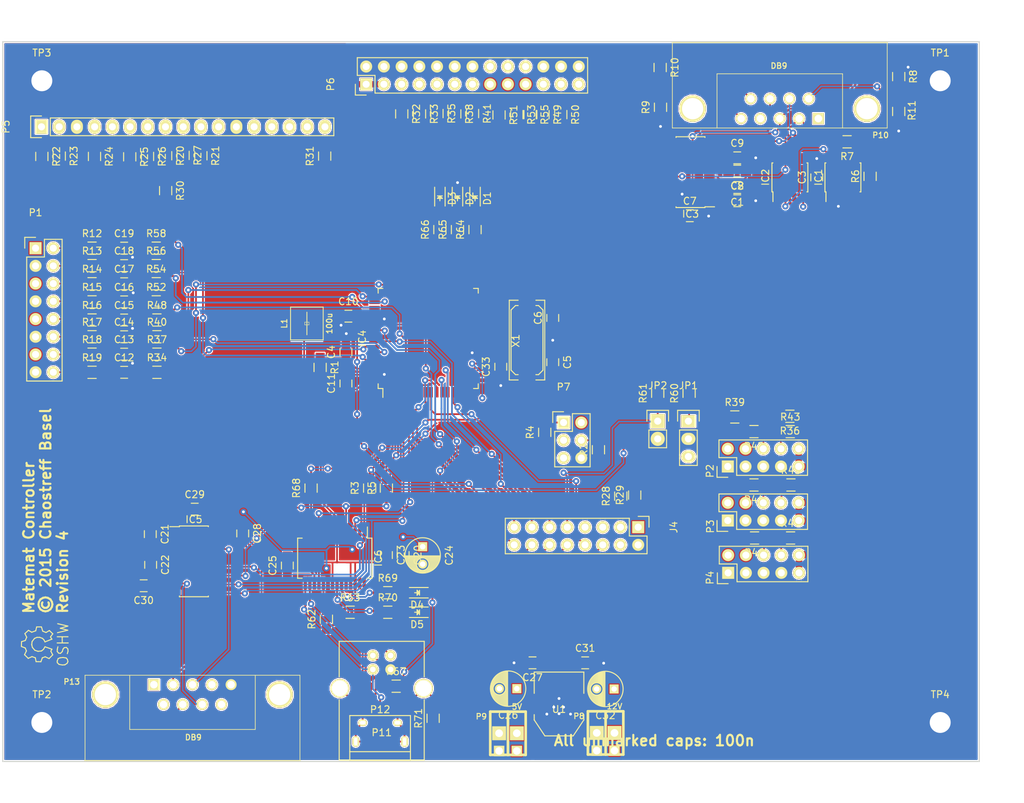
<source format=kicad_pcb>
(kicad_pcb (version 20171130) (host pcbnew 5.0.2+dfsg1-1)
  (title_block (title "Matemat Control Board") (rev 4) (company "Chaostreff Basel") (comment 1 "(c) 2015 Gregor Riepl"))
  (layers (0 F.Cu signal) (31 B.Cu signal) (34 B.Paste user) (35 F.Paste user) (36 B.SilkS user) (37 F.SilkS user) (38 B.Mask user) (39 F.Mask user) (44 Edge.Cuts user))
  (net 0 "")
  (net 1 +12V)
  (net 2 /CAN_SLEEP)
  (net 3 "/JTAG TCK")
  (net 4 "/JTAG TDI")
  (net 5 "/JTAG TDO")
  (net 6 "/JTAG TMS")
  (net 7 "/LED A")
  (net 8 "/LED B")
  (net 9 "/LED C")
  (net 10 "/LED RX")
  (net 11 "/LED TX")
  (net 12 /MISO)
  (net 13 /MOSI)
  (net 14 /PDI)
  (net 15 /PDO)
  (net 16 /SCK)
  (net 17 /SCL)
  (net 18 /SDA)
  (net 19 /UART0_CTS)
  (net 20 /UART0_RTS)
  (net 21 /UART0_RX)
  (net 22 /UART0_TX)
  (net 23 /UART1_CTS)
  (net 24 /UART1_RTS)
  (net 25 /UART1_RX)
  (net 26 /UART1_TX)
  (net 27 /USB_SLEEP)
  (net 28 /strobe)
  (net 29 /zero_cross)
  (net 30 GND)
  (net 31 VAA)
  (net 32 VCC)
  (net 33 "Net-(C1-Pad1)")
  (net 34 "Net-(C1-Pad2)")
  (net 35 "Net-(C2-Pad1)")
  (net 36 "Net-(C2-Pad2)")
  (net 37 "Net-(C4-Pad1)")
  (net 38 "Net-(C5-Pad2)")
  (net 39 "Net-(C6-Pad2)")
  (net 40 "Net-(C8-Pad1)")
  (net 41 "Net-(C9-Pad1)")
  (net 42 "Net-(C21-Pad1)")
  (net 43 "Net-(C21-Pad2)")
  (net 44 "Net-(C22-Pad1)")
  (net 45 "Net-(C22-Pad2)")
  (net 46 "Net-(C25-Pad1)")
  (net 47 "Net-(C29-Pad1)")
  (net 48 "Net-(C30-Pad1)")
  (net 49 "Net-(D1-Pad2)")
  (net 50 "Net-(D2-Pad2)")
  (net 51 "Net-(D3-Pad2)")
  (net 52 "Net-(D4-Pad2)")
  (net 53 "Net-(D5-Pad2)")
  (net 54 "Net-(IC1-Pad5)")
  (net 55 "Net-(IC1-Pad6)")
  (net 56 "Net-(IC1-Pad7)")
  (net 57 "Net-(IC3-Pad7)")
  (net 58 "Net-(IC3-Pad14)")
  (net 59 "Net-(IC4-Pad2)")
  (net 60 "Net-(IC4-Pad3)")
  (net 61 "Net-(IC5-Pad7)")
  (net 62 "Net-(IC5-Pad8)")
  (net 63 "Net-(IC5-Pad13)")
  (net 64 "Net-(IC5-Pad14)")
  (net 65 "Net-(IC6-Pad12)")
  (net 66 "Net-(IC6-Pad15)")
  (net 67 "Net-(IC6-Pad16)")
  (net 68 "Net-(IC6-Pad19)")
  (net 69 "Net-(P1-Pad2)")
  (net 70 "Net-(P1-Pad4)")
  (net 71 "Net-(P1-Pad6)")
  (net 72 "Net-(P1-Pad8)")
  (net 73 "Net-(P1-Pad10)")
  (net 74 "Net-(P1-Pad12)")
  (net 75 "Net-(P1-Pad14)")
  (net 76 "Net-(P1-Pad16)")
  (net 77 "Net-(P2-Pad6)")
  (net 78 "Net-(P2-Pad8)")
  (net 79 "Net-(P3-Pad6)")
  (net 80 "Net-(P3-Pad8)")
  (net 81 "Net-(P4-Pad6)")
  (net 82 "Net-(P4-Pad8)")
  (net 83 "Net-(P10-Pad5)")
  (net 84 "Net-(P10-Pad9)")
  (net 85 "Net-(P10-Pad6)")
  (net 86 "Net-(P11-Pad1)")
  (net 87 "Net-(P11-Pad5)")
  (net 88 "Net-(P12-Pad4)")
  (net 89 /ANALOG_3)
  (net 90 /DIGITAL_3)
  (net 91 /ANALOG_2)
  (net 92 /DIGITAL_2)
  (net 93 /ANALOG_1)
  (net 94 /DIGITAL_1)
  (net 95 /ANALOG_0)
  (net 96 /DIGITAL_0)
  (net 97 /COIN_INH)
  (net 98 /COIN_OUT_F)
  (net 99 /COIN_OUT_E)
  (net 100 /BILL_OUT_FULL)
  (net 101 /BILL_OUT_VALID)
  (net 102 /~FLASH_EN~)
  (net 103 /~RST~)
  (net 104 /BILL_IN_REJ)
  (net 105 /BILL_IN_ACK)
  (net 106 /BILL_IN_INH)
  (net 107 /BILL_OUT_ABN)
  (net 108 /BILL_OUT_BUSY)
  (net 109 /BILL_OUT_VEND3)
  (net 110 /BILL_OUT_VEND2)
  (net 111 /BILL_OUT_VEND1)
  (net 112 /COIN_OUT_D)
  (net 113 /COIN_OUT_C)
  (net 114 /COIN_OUT_B)
  (net 115 /COIN_OUT_A)
  (net 116 "Net-(J4-Pad5)")
  (net 117 "Net-(J4-Pad7)")
  (net 118 /COIN_OUT_MODE)
  (net 119 "Net-(IC4-Pad1)")
  (net 120 "Net-(IC4-Pad6)")
  (net 121 "Net-(IC4-Pad7)")
  (net 122 "Net-(IC4-Pad19)")
  (net 123 "Net-(IC6-Pad2)")
  (net 124 "Net-(IC6-Pad6)")
  (net 125 "Net-(IC6-Pad9)")
  (net 126 "Net-(IC6-Pad10)")
  (net 127 "Net-(IC6-Pad13)")
  (net 128 "Net-(IC6-Pad14)")
  (net 129 "Net-(IC6-Pad27)")
  (net 130 "Net-(IC6-Pad28)")
  (net 131 "Net-(J4-Pad3)")
  (net 132 "Net-(JP1-Pad3)")
  (net 133 "Net-(P5-Pad5)")
  (net 134 "Net-(P6-Pad25)")
  (net 135 "Net-(P10-Pad1)")
  (net 136 "Net-(P10-Pad4)")
  (net 137 "Net-(P13-Pad1)")
  (net 138 "Net-(P13-Pad4)")
  (net 139 "Net-(P13-Pad9)")
  (net 140 "Net-(P13-Pad6)")
  (net 141 /USBID)
  (module matemat:SOT-223 (layer F.Cu) (at 129.75 151.75 180)
    (fp_text reference U1 (at 0 -0.762 180) (layer F.SilkS))
    (fp_text value "DNP LM2940-N 5V")
    (pad 2 smd rect (at 0 -3.302 180) (size 3.6576 2.032) (layers F.Cu F.Paste F.Mask) (net 30 GND))
    (pad 2 smd rect (at 0 3.302 180) (size 1.016 2.032) (layers F.Cu F.Paste F.Mask) (net 30 GND))
    (pad 3 smd rect (at 2.286 3.302 180) (size 1.016 2.032) (layers F.Cu F.Paste F.Mask) (net 32 VCC))
    (pad 1 smd rect (at -2.286 3.302 180) (size 1.016 2.032) (layers F.Cu F.Paste F.Mask) (net 1 +12V))
  )
  (module Resistors_SMD:R_0805_HandSoldering (layer F.Cu) (at 178.45 61.8 270)
    (fp_text reference R8 (at 0 -2.1 270) (layer F.SilkS))
    (fp_text value DNP)
    (pad 1 smd rect (at -1.35 0 270) (size 1.5 1.3) (layers F.Cu F.Paste F.Mask) (net 30 GND) (clearance 0.1))
    (pad 2 smd rect (at 1.35 0 270) (size 1.5 1.3) (layers F.Cu F.Paste F.Mask) (net 58 "Net-(IC3-Pad14)") (clearance 0.1))
  )
  (module Capacitors_SMD:C_0805_HandSoldering (layer F.Cu) (at 125.95 145.85 180)
    (fp_text reference C27 (at 0 -2.1 180) (layer F.SilkS))
    (fp_text value 100n)
    (pad 1 smd rect (at -1.25 0 180) (size 1.5 1.25) (layers F.Cu F.Paste F.Mask) (net 32 VCC) (clearance 0.1))
    (pad 2 smd rect (at 1.25 0 180) (size 1.5 1.25) (layers F.Cu F.Paste F.Mask) (net 30 GND) (clearance 0.1))
  )
  (module Pin_Headers:Pin_Header_Straight_2x05 (layer F.Cu) (at 153.95 125.45 90)
    (fp_text reference P3 (at -0.85 -2.5 90) (layer F.SilkS))
    (fp_text value I2C1)
    (pad 1 thru_hole rect (at 0 0 90) (size 1.7272 1.7272) (drill 1.016) (layers *.Cu *.Mask F.SilkS) (net 30 GND))
    (pad 2 thru_hole oval (at 2.54 0 90) (size 1.7272 1.7272) (drill 1.016) (layers *.Cu *.Mask F.SilkS) (net 32 VCC))
    (pad 3 thru_hole oval (at 0 2.54 90) (size 1.7272 1.7272) (drill 1.016) (layers *.Cu *.Mask F.SilkS) (net 30 GND))
    (pad 4 thru_hole oval (at 2.54 2.54 90) (size 1.7272 1.7272) (drill 1.016) (layers *.Cu *.Mask F.SilkS) (net 32 VCC))
    (pad 5 thru_hole oval (at 0 5.08 90) (size 1.7272 1.7272) (drill 1.016) (layers *.Cu *.Mask F.SilkS) (net 30 GND))
    (pad 6 thru_hole oval (at 2.54 5.08 90) (size 1.7272 1.7272) (drill 1.016) (layers *.Cu *.Mask F.SilkS) (net 79 "Net-(P3-Pad6)"))
    (pad 7 thru_hole oval (at 0 7.62 90) (size 1.7272 1.7272) (drill 1.016) (layers *.Cu *.Mask F.SilkS) (net 30 GND))
    (pad 8 thru_hole oval (at 2.54 7.62 90) (size 1.7272 1.7272) (drill 1.016) (layers *.Cu *.Mask F.SilkS) (net 80 "Net-(P3-Pad8)"))
    (pad 9 thru_hole oval (at 0 10.16 90) (size 1.7272 1.7272) (drill 1.016) (layers *.Cu *.Mask F.SilkS) (net 1 +12V))
    (pad 10 thru_hole oval (at 2.54 10.16 90) (size 1.7272 1.7272) (drill 1.016) (layers *.Cu *.Mask F.SilkS) (net 1 +12V))
  )
  (module Resistors_SMD:R_0805_HandSoldering (layer F.Cu) (at 163 120.35)
    (fp_text reference R45 (at 0 -2.1) (layer F.SilkS))
    (fp_text value 100)
    (pad 1 smd rect (at -1.35 0) (size 1.5 1.3) (layers F.Cu F.Paste F.Mask) (net 80 "Net-(P3-Pad8)") (clearance 0.1))
    (pad 2 smd rect (at 1.35 0) (size 1.5 1.3) (layers F.Cu F.Paste F.Mask) (net 18 /SDA) (clearance 0.1))
  )
  (module Resistors_SMD:R_0805_HandSoldering (layer F.Cu) (at 157.7 120.35 180)
    (fp_text reference R44 (at 0 -2.1 180) (layer F.SilkS))
    (fp_text value 100)
    (pad 1 smd rect (at -1.35 0 180) (size 1.5 1.3) (layers F.Cu F.Paste F.Mask) (net 79 "Net-(P3-Pad6)") (clearance 0.1))
    (pad 2 smd rect (at 1.35 0 180) (size 1.5 1.3) (layers F.Cu F.Paste F.Mask) (net 17 /SCL) (clearance 0.1))
  )
  (module Capacitors_SMD:C_0805_HandSoldering (layer F.Cu) (at 155.3 77.7 180)
    (fp_text reference C1 (at 0 -2.1 180) (layer F.SilkS))
    (fp_text value 100n)
    (pad 1 smd rect (at -1.25 0 180) (size 1.5 1.25) (layers F.Cu F.Paste F.Mask) (net 33 "Net-(C1-Pad1)") (clearance 0.1))
    (pad 2 smd rect (at 1.25 0 180) (size 1.5 1.25) (layers F.Cu F.Paste F.Mask) (net 34 "Net-(C1-Pad2)") (clearance 0.1))
  )
  (module Capacitors_SMD:C_0805_HandSoldering (layer F.Cu) (at 155.3 75.35 180)
    (fp_text reference C2 (at 0 -2.1 180) (layer F.SilkS))
    (fp_text value 100n)
    (pad 1 smd rect (at -1.25 0 180) (size 1.5 1.25) (layers F.Cu F.Paste F.Mask) (net 35 "Net-(C2-Pad1)") (clearance 0.1))
    (pad 2 smd rect (at 1.25 0 180) (size 1.5 1.25) (layers F.Cu F.Paste F.Mask) (net 36 "Net-(C2-Pad2)") (clearance 0.1))
  )
  (module Capacitors_SMD:C_0805_HandSoldering (layer F.Cu) (at 166.7 76.25 90)
    (fp_text reference C3 (at 0 -2.1 90) (layer F.SilkS))
    (fp_text value 100n)
    (pad 1 smd rect (at -1.25 0 90) (size 1.5 1.25) (layers F.Cu F.Paste F.Mask) (net 32 VCC) (clearance 0.1))
    (pad 2 smd rect (at 1.25 0 90) (size 1.5 1.25) (layers F.Cu F.Paste F.Mask) (net 30 GND) (clearance 0.1))
  )
  (module Capacitors_SMD:C_0805_HandSoldering (layer F.Cu) (at 99.2 101.3 90)
    (fp_text reference C4 (at 0 -2.1 90) (layer F.SilkS))
    (fp_text value 100n)
    (pad 1 smd rect (at -1.25 0 90) (size 1.5 1.25) (layers F.Cu F.Paste F.Mask) (net 37 "Net-(C4-Pad1)") (clearance 0.1))
    (pad 2 smd rect (at 1.25 0 90) (size 1.5 1.25) (layers F.Cu F.Paste F.Mask) (net 30 GND) (clearance 0.1))
  )
  (module Capacitors_SMD:C_0805_HandSoldering (layer F.Cu) (at 128.85 102.75 270)
    (fp_text reference C5 (at 0 -2.1 270) (layer F.SilkS))
    (fp_text value 22p)
    (pad 1 smd rect (at -1.25 0 270) (size 1.5 1.25) (layers F.Cu F.Paste F.Mask) (net 30 GND) (clearance 0.1))
    (pad 2 smd rect (at 1.25 0 270) (size 1.5 1.25) (layers F.Cu F.Paste F.Mask) (net 38 "Net-(C5-Pad2)") (clearance 0.1))
  )
  (module Capacitors_SMD:C_0805_HandSoldering (layer F.Cu) (at 128.85 96.4 90)
    (fp_text reference C6 (at 0 -2.1 90) (layer F.SilkS))
    (fp_text value 22p)
    (pad 1 smd rect (at -1.25 0 90) (size 1.5 1.25) (layers F.Cu F.Paste F.Mask) (net 30 GND) (clearance 0.1))
    (pad 2 smd rect (at 1.25 0 90) (size 1.5 1.25) (layers F.Cu F.Paste F.Mask) (net 39 "Net-(C6-Pad2)") (clearance 0.1))
  )
  (module Capacitors_SMD:C_0805_HandSoldering (layer F.Cu) (at 148.5 81.75)
    (fp_text reference C7 (at 0 -2.1) (layer F.SilkS))
    (fp_text value 100n)
    (pad 1 smd rect (at -1.25 0) (size 1.5 1.25) (layers F.Cu F.Paste F.Mask) (net 32 VCC) (clearance 0.1))
    (pad 2 smd rect (at 1.25 0) (size 1.5 1.25) (layers F.Cu F.Paste F.Mask) (net 30 GND) (clearance 0.1))
  )
  (module Capacitors_SMD:C_0805_HandSoldering (layer F.Cu) (at 155.3 79.6)
    (fp_text reference C8 (at 0 -2.1) (layer F.SilkS))
    (fp_text value 100n)
    (pad 1 smd rect (at -1.25 0) (size 1.5 1.25) (layers F.Cu F.Paste F.Mask) (net 40 "Net-(C8-Pad1)") (clearance 0.1))
    (pad 2 smd rect (at 1.25 0) (size 1.5 1.25) (layers F.Cu F.Paste F.Mask) (net 30 GND) (clearance 0.1))
  )
  (module Capacitors_SMD:C_0805_HandSoldering (layer F.Cu) (at 155.3 73.45)
    (fp_text reference C9 (at 0 -2.1) (layer F.SilkS))
    (fp_text value 100n)
    (pad 1 smd rect (at -1.25 0) (size 1.5 1.25) (layers F.Cu F.Paste F.Mask) (net 41 "Net-(C9-Pad1)") (clearance 0.1))
    (pad 2 smd rect (at 1.25 0) (size 1.5 1.25) (layers F.Cu F.Paste F.Mask) (net 30 GND) (clearance 0.1))
  )
  (module Capacitors_SMD:C_0805_HandSoldering (layer F.Cu) (at 99.55 96.15)
    (fp_text reference C10 (at 0 -2.1) (layer F.SilkS))
    (fp_text value 100n)
    (pad 1 smd rect (at -1.25 0) (size 1.5 1.25) (layers F.Cu F.Paste F.Mask) (net 30 GND) (clearance 0.1))
    (pad 2 smd rect (at 1.25 0) (size 1.5 1.25) (layers F.Cu F.Paste F.Mask) (net 32 VCC) (clearance 0.1))
  )
  (module Capacitors_SMD:C_0805_HandSoldering (layer F.Cu) (at 99.2 105.8 90)
    (fp_text reference C11 (at 0 -2.1 90) (layer F.SilkS))
    (fp_text value 100n)
    (pad 1 smd rect (at -1.25 0 90) (size 1.5 1.25) (layers F.Cu F.Paste F.Mask) (net 31 VAA) (clearance 0.1))
    (pad 2 smd rect (at 1.25 0 90) (size 1.5 1.25) (layers F.Cu F.Paste F.Mask) (net 30 GND) (clearance 0.1))
  )
  (module Capacitors_SMD:C_0805_HandSoldering (layer F.Cu) (at 67.4 104.2)
    (fp_text reference C12 (at 0 -2.1) (layer F.SilkS))
    (fp_text value 100n)
    (pad 1 smd rect (at -1.25 0) (size 1.5 1.25) (layers F.Cu F.Paste F.Mask) (net 89 /ANALOG_3) (clearance 0.1))
    (pad 2 smd rect (at 1.25 0) (size 1.5 1.25) (layers F.Cu F.Paste F.Mask) (net 30 GND) (clearance 0.1))
  )
  (module Capacitors_SMD:C_0805_HandSoldering (layer F.Cu) (at 67.4 101.6)
    (fp_text reference C13 (at 0 -2.1) (layer F.SilkS))
    (fp_text value 100n)
    (pad 1 smd rect (at -1.25 0) (size 1.5 1.25) (layers F.Cu F.Paste F.Mask) (net 90 /DIGITAL_3) (clearance 0.1))
    (pad 2 smd rect (at 1.25 0) (size 1.5 1.25) (layers F.Cu F.Paste F.Mask) (net 30 GND) (clearance 0.1))
  )
  (module Capacitors_SMD:C_0805_HandSoldering (layer F.Cu) (at 67.4 99.1)
    (fp_text reference C14 (at 0 -2.1) (layer F.SilkS))
    (fp_text value 100n)
    (pad 1 smd rect (at -1.25 0) (size 1.5 1.25) (layers F.Cu F.Paste F.Mask) (net 91 /ANALOG_2) (clearance 0.1))
    (pad 2 smd rect (at 1.25 0) (size 1.5 1.25) (layers F.Cu F.Paste F.Mask) (net 30 GND) (clearance 0.1))
  )
  (module Capacitors_SMD:C_0805_HandSoldering (layer F.Cu) (at 67.4 96.7)
    (fp_text reference C15 (at 0 -2.1) (layer F.SilkS))
    (fp_text value 100n)
    (pad 1 smd rect (at -1.25 0) (size 1.5 1.25) (layers F.Cu F.Paste F.Mask) (net 92 /DIGITAL_2) (clearance 0.1))
    (pad 2 smd rect (at 1.25 0) (size 1.5 1.25) (layers F.Cu F.Paste F.Mask) (net 30 GND) (clearance 0.1))
  )
  (module Capacitors_SMD:C_0805_HandSoldering (layer F.Cu) (at 67.4 94.1)
    (fp_text reference C16 (at 0 -2.1) (layer F.SilkS))
    (fp_text value 100n)
    (pad 1 smd rect (at -1.25 0) (size 1.5 1.25) (layers F.Cu F.Paste F.Mask) (net 93 /ANALOG_1) (clearance 0.1))
    (pad 2 smd rect (at 1.25 0) (size 1.5 1.25) (layers F.Cu F.Paste F.Mask) (net 30 GND) (clearance 0.1))
  )
  (module Capacitors_SMD:C_0805_HandSoldering (layer F.Cu) (at 67.4 91.5)
    (fp_text reference C17 (at 0 -2.1) (layer F.SilkS))
    (fp_text value 100n)
    (pad 1 smd rect (at -1.25 0) (size 1.5 1.25) (layers F.Cu F.Paste F.Mask) (net 94 /DIGITAL_1) (clearance 0.1))
    (pad 2 smd rect (at 1.25 0) (size 1.5 1.25) (layers F.Cu F.Paste F.Mask) (net 30 GND) (clearance 0.1))
  )
  (module Capacitors_SMD:C_0805_HandSoldering (layer F.Cu) (at 67.4 88.9)
    (fp_text reference C18 (at 0 -2.1) (layer F.SilkS))
    (fp_text value 100n)
    (pad 1 smd rect (at -1.25 0) (size 1.5 1.25) (layers F.Cu F.Paste F.Mask) (net 95 /ANALOG_0) (clearance 0.1))
    (pad 2 smd rect (at 1.25 0) (size 1.5 1.25) (layers F.Cu F.Paste F.Mask) (net 30 GND) (clearance 0.1))
  )
  (module Capacitors_SMD:C_0805_HandSoldering (layer F.Cu) (at 67.4 86.4)
    (fp_text reference C19 (at 0 -2.1) (layer F.SilkS))
    (fp_text value 100n)
    (pad 1 smd rect (at -1.25 0) (size 1.5 1.25) (layers F.Cu F.Paste F.Mask) (net 96 /DIGITAL_0) (clearance 0.1))
    (pad 2 smd rect (at 1.25 0) (size 1.5 1.25) (layers F.Cu F.Paste F.Mask) (net 30 GND) (clearance 0.1))
  )
  (module Capacitors_SMD:C_0805_HandSoldering (layer F.Cu) (at 107.4 130.4 270)
    (fp_text reference C20 (at 0 -2.1 270) (layer F.SilkS))
    (fp_text value 100n)
    (pad 1 smd rect (at -1.25 0 270) (size 1.5 1.25) (layers F.Cu F.Paste F.Mask) (net 32 VCC) (clearance 0.1))
    (pad 2 smd rect (at 1.25 0 270) (size 1.5 1.25) (layers F.Cu F.Paste F.Mask) (net 30 GND) (clearance 0.1))
  )
  (module Capacitors_SMD:C_0805_HandSoldering (layer F.Cu) (at 71.15 127.4 270)
    (fp_text reference C21 (at 0 -2.1 270) (layer F.SilkS))
    (fp_text value 100n)
    (pad 1 smd rect (at -1.25 0 270) (size 1.5 1.25) (layers F.Cu F.Paste F.Mask) (net 42 "Net-(C21-Pad1)") (clearance 0.1))
    (pad 2 smd rect (at 1.25 0 270) (size 1.5 1.25) (layers F.Cu F.Paste F.Mask) (net 43 "Net-(C21-Pad2)") (clearance 0.1))
  )
  (module Capacitors_SMD:C_0805_HandSoldering (layer F.Cu) (at 71.2 131.8 270)
    (fp_text reference C22 (at 0 -2.1 270) (layer F.SilkS))
    (fp_text value 100n)
    (pad 1 smd rect (at -1.25 0 270) (size 1.5 1.25) (layers F.Cu F.Paste F.Mask) (net 44 "Net-(C22-Pad1)") (clearance 0.1))
    (pad 2 smd rect (at 1.25 0 270) (size 1.5 1.25) (layers F.Cu F.Paste F.Mask) (net 45 "Net-(C22-Pad2)") (clearance 0.1))
  )
  (module Capacitors_SMD:C_0805_HandSoldering (layer F.Cu) (at 105 130.4 270)
    (fp_text reference C23 (at 0 -2.1 270) (layer F.SilkS))
    (fp_text value 100n)
    (pad 1 smd rect (at -1.25 0 270) (size 1.5 1.25) (layers F.Cu F.Paste F.Mask) (net 32 VCC) (clearance 0.1))
    (pad 2 smd rect (at 1.25 0 270) (size 1.5 1.25) (layers F.Cu F.Paste F.Mask) (net 30 GND) (clearance 0.1))
  )
  (module Capacitors_ThroughHole:C_Radial_D5_L11_P2.5 (layer F.Cu) (at 110.2 129.2 270)
    (fp_text reference C24 (at 1.25 -3.8 270) (layer F.SilkS))
    (fp_text value 4.7u)
    (pad 1 thru_hole rect (at 0 0 270) (size 1.3 1.3) (drill 0.8) (layers *.Cu *.Mask F.SilkS) (net 32 VCC))
    (pad 2 thru_hole circle (at 2.5 0 270) (size 1.3 1.3) (drill 0.8) (layers *.Cu *.Mask F.SilkS) (net 30 GND))
  )
  (module Capacitors_SMD:C_0805_HandSoldering (layer F.Cu) (at 90.8 131.9 90)
    (fp_text reference C25 (at 0 -2.1 90) (layer F.SilkS))
    (fp_text value 100n)
    (pad 1 smd rect (at -1.25 0 90) (size 1.5 1.25) (layers F.Cu F.Paste F.Mask) (net 46 "Net-(C25-Pad1)") (clearance 0.1))
    (pad 2 smd rect (at 1.25 0 90) (size 1.5 1.25) (layers F.Cu F.Paste F.Mask) (net 30 GND) (clearance 0.1))
  )
  (module Capacitors_SMD:C_0805_HandSoldering (layer F.Cu) (at 84.4 127.3 270)
    (fp_text reference C28 (at 0 -2.1 270) (layer F.SilkS))
    (fp_text value 100n)
    (pad 1 smd rect (at -1.25 0 270) (size 1.5 1.25) (layers F.Cu F.Paste F.Mask) (net 32 VCC) (clearance 0.1))
    (pad 2 smd rect (at 1.25 0 270) (size 1.5 1.25) (layers F.Cu F.Paste F.Mask) (net 30 GND) (clearance 0.1))
  )
  (module Capacitors_SMD:C_0805_HandSoldering (layer F.Cu) (at 77.52 123.82)
    (fp_text reference C29 (at 0 -2.1) (layer F.SilkS))
    (fp_text value 100n)
    (pad 1 smd rect (at -1.25 0) (size 1.5 1.25) (layers F.Cu F.Paste F.Mask) (net 47 "Net-(C29-Pad1)") (clearance 0.1))
    (pad 2 smd rect (at 1.25 0) (size 1.5 1.25) (layers F.Cu F.Paste F.Mask) (net 30 GND) (clearance 0.1))
  )
  (module Capacitors_SMD:C_0805_HandSoldering (layer F.Cu) (at 70.2 134.8 180)
    (fp_text reference C30 (at 0 -2.1 180) (layer F.SilkS))
    (fp_text value 100n)
    (pad 1 smd rect (at -1.25 0 180) (size 1.5 1.25) (layers F.Cu F.Paste F.Mask) (net 48 "Net-(C30-Pad1)") (clearance 0.1))
    (pad 2 smd rect (at 1.25 0 180) (size 1.5 1.25) (layers F.Cu F.Paste F.Mask) (net 30 GND) (clearance 0.1))
  )
  (module Capacitors_SMD:C_0805_HandSoldering (layer F.Cu) (at 133.5 145.85)
    (fp_text reference C31 (at 0 -2.1) (layer F.SilkS))
    (fp_text value 100n)
    (pad 1 smd rect (at -1.25 0) (size 1.5 1.25) (layers F.Cu F.Paste F.Mask) (net 1 +12V) (clearance 0.1))
    (pad 2 smd rect (at 1.25 0) (size 1.5 1.25) (layers F.Cu F.Paste F.Mask) (net 30 GND) (clearance 0.1))
  )
  (module Capacitors_ThroughHole:C_Radial_D5_L11_P2.5 (layer F.Cu) (at 137.65 149.6 180)
    (fp_text reference C32 (at 1.25 -3.8 180) (layer F.SilkS))
    (fp_text value 10u)
    (pad 1 thru_hole rect (at 0 0 180) (size 1.3 1.3) (drill 0.8) (layers *.Cu *.Mask F.SilkS) (net 1 +12V))
    (pad 2 thru_hole circle (at 2.5 0 180) (size 1.3 1.3) (drill 0.8) (layers *.Cu *.Mask F.SilkS) (net 30 GND))
  )
  (module LEDs:LED-0805 (layer F.Cu) (at 117.71 79.26 270)
    (fp_text reference D1 (at 0 -1.75 270) (layer F.SilkS))
    (fp_text value LED805)
    (pad 2 smd rect (at 1.04902 0 90) (size 1.19888 1.19888) (layers F.Cu F.Paste F.Mask) (net 49 "Net-(D1-Pad2)"))
    (pad 1 smd rect (at -1.04902 0 90) (size 1.19888 1.19888) (layers F.Cu F.Paste F.Mask) (net 30 GND))
  )
  (module LEDs:LED-0805 (layer F.Cu) (at 115.19 79.26 270)
    (fp_text reference D2 (at 0 -1.75 270) (layer F.SilkS))
    (fp_text value LED805)
    (pad 2 smd rect (at 1.04902 0 90) (size 1.19888 1.19888) (layers F.Cu F.Paste F.Mask) (net 50 "Net-(D2-Pad2)"))
    (pad 1 smd rect (at -1.04902 0 90) (size 1.19888 1.19888) (layers F.Cu F.Paste F.Mask) (net 30 GND))
  )
  (module LEDs:LED-0805 (layer F.Cu) (at 112.67 79.26 270)
    (fp_text reference D3 (at 0 -1.75 270) (layer F.SilkS))
    (fp_text value LED805)
    (pad 2 smd rect (at 1.04902 0 90) (size 1.19888 1.19888) (layers F.Cu F.Paste F.Mask) (net 51 "Net-(D3-Pad2)"))
    (pad 1 smd rect (at -1.04902 0 90) (size 1.19888 1.19888) (layers F.Cu F.Paste F.Mask) (net 30 GND))
  )
  (module LEDs:LED-0805 (layer F.Cu) (at 109.4 135.8 180)
    (fp_text reference D4 (at 0 -1.75 180) (layer F.SilkS))
    (fp_text value LED805)
    (pad 2 smd rect (at 1.04902 0) (size 1.19888 1.19888) (layers F.Cu F.Paste F.Mask) (net 52 "Net-(D4-Pad2)"))
    (pad 1 smd rect (at -1.04902 0) (size 1.19888 1.19888) (layers F.Cu F.Paste F.Mask) (net 30 GND))
  )
  (module LEDs:LED-0805 (layer F.Cu) (at 109.4 138.6 180)
    (fp_text reference D5 (at 0 -1.75 180) (layer F.SilkS))
    (fp_text value LED805)
    (pad 2 smd rect (at 1.04902 0) (size 1.19888 1.19888) (layers F.Cu F.Paste F.Mask) (net 53 "Net-(D5-Pad2)"))
    (pad 1 smd rect (at -1.04902 0) (size 1.19888 1.19888) (layers F.Cu F.Paste F.Mask) (net 30 GND))
  )
  (module Housings_SOIC:SOIC-8_3.9x4.9mm_Pitch1.27mm (layer F.Cu) (at 170.45 76.25 90)
    (fp_text reference IC1 (at 0 -3.5 90) (layer F.SilkS))
    (fp_text value TJA1040)
    (pad 1 smd rect (at -2.7 -1.905 90) (size 1.55 0.6) (layers F.Cu F.Paste F.Mask) (net 26 /UART1_TX))
    (pad 2 smd rect (at -2.7 -0.635 90) (size 1.55 0.6) (layers F.Cu F.Paste F.Mask) (net 30 GND))
    (pad 3 smd rect (at -2.7 0.635 90) (size 1.55 0.6) (layers F.Cu F.Paste F.Mask) (net 32 VCC))
    (pad 4 smd rect (at -2.7 1.905 90) (size 1.55 0.6) (layers F.Cu F.Paste F.Mask) (net 25 /UART1_RX))
    (pad 5 smd rect (at 2.7 1.905 90) (size 1.55 0.6) (layers F.Cu F.Paste F.Mask) (net 54 "Net-(IC1-Pad5)"))
    (pad 6 smd rect (at 2.7 0.635 90) (size 1.55 0.6) (layers F.Cu F.Paste F.Mask) (net 55 "Net-(IC1-Pad6)"))
    (pad 7 smd rect (at 2.7 -0.635 90) (size 1.55 0.6) (layers F.Cu F.Paste F.Mask) (net 56 "Net-(IC1-Pad7)"))
    (pad 8 smd rect (at 2.7 -1.905 90) (size 1.55 0.6) (layers F.Cu F.Paste F.Mask) (net 2 /CAN_SLEEP))
  )
  (module Housings_SOIC:SOIC-8_3.9x4.9mm_Pitch1.27mm (layer F.Cu) (at 162.85 76.25 90)
    (fp_text reference IC2 (at 0 -3.5 90) (layer F.SilkS))
    (fp_text value "DNP MAX481CSA")
    (pad 1 smd rect (at -2.7 -1.905 90) (size 1.55 0.6) (layers F.Cu F.Paste F.Mask) (net 25 /UART1_RX))
    (pad 2 smd rect (at -2.7 -0.635 90) (size 1.55 0.6) (layers F.Cu F.Paste F.Mask) (net 2 /CAN_SLEEP))
    (pad 3 smd rect (at -2.7 0.635 90) (size 1.55 0.6) (layers F.Cu F.Paste F.Mask) (net 2 /CAN_SLEEP))
    (pad 4 smd rect (at -2.7 1.905 90) (size 1.55 0.6) (layers F.Cu F.Paste F.Mask) (net 26 /UART1_TX))
    (pad 5 smd rect (at 2.7 1.905 90) (size 1.55 0.6) (layers F.Cu F.Paste F.Mask) (net 30 GND))
    (pad 6 smd rect (at 2.7 0.635 90) (size 1.55 0.6) (layers F.Cu F.Paste F.Mask) (net 56 "Net-(IC1-Pad7)"))
    (pad 7 smd rect (at 2.7 -0.635 90) (size 1.55 0.6) (layers F.Cu F.Paste F.Mask) (net 55 "Net-(IC1-Pad6)"))
    (pad 8 smd rect (at 2.7 -1.905 90) (size 1.55 0.6) (layers F.Cu F.Paste F.Mask) (net 32 VCC))
  )
  (module Housings_QFP:TQFP-64_14x14mm_Pitch0.8mm (layer F.Cu) (at 110.995 99.345 90)
    (fp_text reference IC4 (at 0 -9.45 90) (layer F.SilkS))
    (fp_text value ATMEGA128-A)
    (pad 1 smd rect (at -7.7 -6 90) (size 1.5 0.55) (layers F.Cu F.Paste F.Mask) (net 119 "Net-(IC4-Pad1)"))
    (pad 2 smd rect (at -7.7 -5.2 90) (size 1.5 0.55) (layers F.Cu F.Paste F.Mask) (net 59 "Net-(IC4-Pad2)"))
    (pad 3 smd rect (at -7.7 -4.4 90) (size 1.5 0.55) (layers F.Cu F.Paste F.Mask) (net 60 "Net-(IC4-Pad3)"))
    (pad 4 smd rect (at -7.7 -3.6 90) (size 1.5 0.55) (layers F.Cu F.Paste F.Mask) (net 20 /UART0_RTS))
    (pad 5 smd rect (at -7.7 -2.8 90) (size 1.5 0.55) (layers F.Cu F.Paste F.Mask) (net 19 /UART0_CTS))
    (pad 6 smd rect (at -7.7 -2 90) (size 1.5 0.55) (layers F.Cu F.Paste F.Mask) (net 120 "Net-(IC4-Pad6)"))
    (pad 7 smd rect (at -7.7 -1.2 90) (size 1.5 0.55) (layers F.Cu F.Paste F.Mask) (net 121 "Net-(IC4-Pad7)"))
    (pad 8 smd rect (at -7.7 -0.4 90) (size 1.5 0.55) (layers F.Cu F.Paste F.Mask) (net 28 /strobe))
    (pad 9 smd rect (at -7.7 0.4 90) (size 1.5 0.55) (layers F.Cu F.Paste F.Mask) (net 29 /zero_cross))
    (pad 10 smd rect (at -7.7 1.2 90) (size 1.5 0.55) (layers F.Cu F.Paste F.Mask) (net 97 /COIN_INH))
    (pad 11 smd rect (at -7.7 2 90) (size 1.5 0.55) (layers F.Cu F.Paste F.Mask) (net 16 /SCK))
    (pad 12 smd rect (at -7.7 2.8 90) (size 1.5 0.55) (layers F.Cu F.Paste F.Mask) (net 13 /MOSI))
    (pad 13 smd rect (at -7.7 3.6 90) (size 1.5 0.55) (layers F.Cu F.Paste F.Mask) (net 12 /MISO))
    (pad 14 smd rect (at -7.7 4.4 90) (size 1.5 0.55) (layers F.Cu F.Paste F.Mask) (net 98 /COIN_OUT_F))
    (pad 15 smd rect (at -7.7 5.2 90) (size 1.5 0.55) (layers F.Cu F.Paste F.Mask) (net 99 /COIN_OUT_E))
    (pad 16 smd rect (at -7.7 6 90) (size 1.5 0.55) (layers F.Cu F.Paste F.Mask) (net 100 /BILL_OUT_FULL))
    (pad 17 smd rect (at -6 7.7 180) (size 1.5 0.55) (layers F.Cu F.Paste F.Mask) (net 101 /BILL_OUT_VALID))
    (pad 18 smd rect (at -5.2 7.7 180) (size 1.5 0.55) (layers F.Cu F.Paste F.Mask) (net 102 /~FLASH_EN~))
    (pad 19 smd rect (at -4.4 7.7 180) (size 1.5 0.55) (layers F.Cu F.Paste F.Mask) (net 122 "Net-(IC4-Pad19)"))
    (pad 20 smd rect (at -3.6 7.7 180) (size 1.5 0.55) (layers F.Cu F.Paste F.Mask) (net 103 /~RST~))
    (pad 21 smd rect (at -2.8 7.7 180) (size 1.5 0.55) (layers F.Cu F.Paste F.Mask) (net 32 VCC))
    (pad 22 smd rect (at -2 7.7 180) (size 1.5 0.55) (layers F.Cu F.Paste F.Mask) (net 30 GND))
    (pad 23 smd rect (at -1.2 7.7 180) (size 1.5 0.55) (layers F.Cu F.Paste F.Mask) (net 38 "Net-(C5-Pad2)"))
    (pad 24 smd rect (at -0.4 7.7 180) (size 1.5 0.55) (layers F.Cu F.Paste F.Mask) (net 39 "Net-(C6-Pad2)"))
    (pad 25 smd rect (at 0.4 7.7 180) (size 1.5 0.55) (layers F.Cu F.Paste F.Mask) (net 17 /SCL))
    (pad 26 smd rect (at 1.2 7.7 180) (size 1.5 0.55) (layers F.Cu F.Paste F.Mask) (net 18 /SDA))
    (pad 27 smd rect (at 2 7.7 180) (size 1.5 0.55) (layers F.Cu F.Paste F.Mask) (net 25 /UART1_RX))
    (pad 28 smd rect (at 2.8 7.7 180) (size 1.5 0.55) (layers F.Cu F.Paste F.Mask) (net 26 /UART1_TX))
    (pad 29 smd rect (at 3.6 7.7 180) (size 1.5 0.55) (layers F.Cu F.Paste F.Mask) (net 2 /CAN_SLEEP))
    (pad 30 smd rect (at 4.4 7.7 180) (size 1.5 0.55) (layers F.Cu F.Paste F.Mask) (net 24 /UART1_RTS))
    (pad 31 smd rect (at 5.2 7.7 180) (size 1.5 0.55) (layers F.Cu F.Paste F.Mask) (net 23 /UART1_CTS))
    (pad 32 smd rect (at 6 7.7 180) (size 1.5 0.55) (layers F.Cu F.Paste F.Mask) (net 27 /USB_SLEEP))
    (pad 33 smd rect (at 7.7 6 90) (size 1.5 0.55) (layers F.Cu F.Paste F.Mask) (net 7 "/LED A"))
    (pad 34 smd rect (at 7.7 5.2 90) (size 1.5 0.55) (layers F.Cu F.Paste F.Mask) (net 8 "/LED B"))
    (pad 35 smd rect (at 7.7 4.4 90) (size 1.5 0.55) (layers F.Cu F.Paste F.Mask) (net 104 /BILL_IN_REJ))
    (pad 36 smd rect (at 7.7 3.6 90) (size 1.5 0.55) (layers F.Cu F.Paste F.Mask) (net 105 /BILL_IN_ACK))
    (pad 37 smd rect (at 7.7 2.8 90) (size 1.5 0.55) (layers F.Cu F.Paste F.Mask) (net 106 /BILL_IN_INH))
    (pad 38 smd rect (at 7.7 2 90) (size 1.5 0.55) (layers F.Cu F.Paste F.Mask) (net 107 /BILL_OUT_ABN))
    (pad 39 smd rect (at 7.7 1.2 90) (size 1.5 0.55) (layers F.Cu F.Paste F.Mask) (net 108 /BILL_OUT_BUSY))
    (pad 40 smd rect (at 7.7 0.4 90) (size 1.5 0.55) (layers F.Cu F.Paste F.Mask) (net 109 /BILL_OUT_VEND3))
    (pad 41 smd rect (at 7.7 -0.4 90) (size 1.5 0.55) (layers F.Cu F.Paste F.Mask) (net 110 /BILL_OUT_VEND2))
    (pad 42 smd rect (at 7.7 -1.2 90) (size 1.5 0.55) (layers F.Cu F.Paste F.Mask) (net 111 /BILL_OUT_VEND1))
    (pad 43 smd rect (at 7.7 -2 90) (size 1.5 0.55) (layers F.Cu F.Paste F.Mask) (net 9 "/LED C"))
    (pad 44 smd rect (at 7.7 -2.8 90) (size 1.5 0.55) (layers F.Cu F.Paste F.Mask) (net 112 /COIN_OUT_D))
    (pad 45 smd rect (at 7.7 -3.6 90) (size 1.5 0.55) (layers F.Cu F.Paste F.Mask) (net 113 /COIN_OUT_C))
    (pad 46 smd rect (at 7.7 -4.4 90) (size 1.5 0.55) (layers F.Cu F.Paste F.Mask) (net 114 /COIN_OUT_B))
    (pad 47 smd rect (at 7.7 -5.2 90) (size 1.5 0.55) (layers F.Cu F.Paste F.Mask) (net 115 /COIN_OUT_A))
    (pad 48 smd rect (at 7.7 -6 90) (size 1.5 0.55) (layers F.Cu F.Paste F.Mask) (net 90 /DIGITAL_3))
    (pad 49 smd rect (at 6 -7.7 180) (size 1.5 0.55) (layers F.Cu F.Paste F.Mask) (net 92 /DIGITAL_2))
    (pad 50 smd rect (at 5.2 -7.7 180) (size 1.5 0.55) (layers F.Cu F.Paste F.Mask) (net 94 /DIGITAL_1))
    (pad 51 smd rect (at 4.4 -7.7 180) (size 1.5 0.55) (layers F.Cu F.Paste F.Mask) (net 96 /DIGITAL_0))
    (pad 52 smd rect (at 3.6 -7.7 180) (size 1.5 0.55) (layers F.Cu F.Paste F.Mask) (net 32 VCC))
    (pad 53 smd rect (at 2.8 -7.7 180) (size 1.5 0.55) (layers F.Cu F.Paste F.Mask) (net 30 GND))
    (pad 54 smd rect (at 2 -7.7 180) (size 1.5 0.55) (layers F.Cu F.Paste F.Mask) (net 4 "/JTAG TDI"))
    (pad 55 smd rect (at 1.2 -7.7 180) (size 1.5 0.55) (layers F.Cu F.Paste F.Mask) (net 5 "/JTAG TDO"))
    (pad 56 smd rect (at 0.4 -7.7 180) (size 1.5 0.55) (layers F.Cu F.Paste F.Mask) (net 6 "/JTAG TMS"))
    (pad 57 smd rect (at -0.4 -7.7 180) (size 1.5 0.55) (layers F.Cu F.Paste F.Mask) (net 3 "/JTAG TCK"))
    (pad 58 smd rect (at -1.2 -7.7 180) (size 1.5 0.55) (layers F.Cu F.Paste F.Mask) (net 89 /ANALOG_3))
    (pad 59 smd rect (at -2 -7.7 180) (size 1.5 0.55) (layers F.Cu F.Paste F.Mask) (net 91 /ANALOG_2))
    (pad 60 smd rect (at -2.8 -7.7 180) (size 1.5 0.55) (layers F.Cu F.Paste F.Mask) (net 93 /ANALOG_1))
    (pad 61 smd rect (at -3.6 -7.7 180) (size 1.5 0.55) (layers F.Cu F.Paste F.Mask) (net 95 /ANALOG_0))
    (pad 62 smd rect (at -4.4 -7.7 180) (size 1.5 0.55) (layers F.Cu F.Paste F.Mask) (net 37 "Net-(C4-Pad1)"))
    (pad 63 smd rect (at -5.2 -7.7 180) (size 1.5 0.55) (layers F.Cu F.Paste F.Mask) (net 30 GND))
    (pad 64 smd rect (at -6 -7.7 180) (size 1.5 0.55) (layers F.Cu F.Paste F.Mask) (net 31 VAA))
  )
  (module Housings_SSOP:SSOP-28_5.3x10.2mm_Pitch0.65mm (layer F.Cu) (at 97.6 130.85 270)
    (fp_text reference IC6 (at 0 -6.25 270) (layer F.SilkS))
    (fp_text value FT232RL)
    (pad 1 smd rect (at -3.6 -4.225 270) (size 1.75 0.45) (layers F.Cu F.Paste F.Mask) (net 21 /UART0_RX))
    (pad 2 smd rect (at -3.6 -3.575 270) (size 1.75 0.45) (layers F.Cu F.Paste F.Mask) (net 123 "Net-(IC6-Pad2)"))
    (pad 3 smd rect (at -3.6 -2.925 270) (size 1.75 0.45) (layers F.Cu F.Paste F.Mask) (net 20 /UART0_RTS))
    (pad 4 smd rect (at -3.6 -2.275 270) (size 1.75 0.45) (layers F.Cu F.Paste F.Mask) (net 32 VCC))
    (pad 5 smd rect (at -3.6 -1.625 270) (size 1.75 0.45) (layers F.Cu F.Paste F.Mask) (net 22 /UART0_TX))
    (pad 6 smd rect (at -3.6 -0.975 270) (size 1.75 0.45) (layers F.Cu F.Paste F.Mask) (net 124 "Net-(IC6-Pad6)"))
    (pad 7 smd rect (at -3.6 -0.325 270) (size 1.75 0.45) (layers F.Cu F.Paste F.Mask) (net 30 GND))
    (pad 8 smd rect (at -3.6 0.325 270) (size 1.75 0.45) (layers F.Cu F.Paste F.Mask))
    (pad 9 smd rect (at -3.6 0.975 270) (size 1.75 0.45) (layers F.Cu F.Paste F.Mask) (net 125 "Net-(IC6-Pad9)"))
    (pad 10 smd rect (at -3.6 1.625 270) (size 1.75 0.45) (layers F.Cu F.Paste F.Mask) (net 126 "Net-(IC6-Pad10)"))
    (pad 11 smd rect (at -3.6 2.275 270) (size 1.75 0.45) (layers F.Cu F.Paste F.Mask) (net 19 /UART0_CTS))
    (pad 12 smd rect (at -3.6 2.925 270) (size 1.75 0.45) (layers F.Cu F.Paste F.Mask) (net 65 "Net-(IC6-Pad12)"))
    (pad 13 smd rect (at -3.6 3.575 270) (size 1.75 0.45) (layers F.Cu F.Paste F.Mask) (net 127 "Net-(IC6-Pad13)"))
    (pad 14 smd rect (at -3.6 4.225 270) (size 1.75 0.45) (layers F.Cu F.Paste F.Mask) (net 128 "Net-(IC6-Pad14)"))
    (pad 15 smd rect (at 3.6 4.225 270) (size 1.75 0.45) (layers F.Cu F.Paste F.Mask) (net 66 "Net-(IC6-Pad15)"))
    (pad 16 smd rect (at 3.6 3.575 270) (size 1.75 0.45) (layers F.Cu F.Paste F.Mask) (net 67 "Net-(IC6-Pad16)"))
    (pad 17 smd rect (at 3.6 2.925 270) (size 1.75 0.45) (layers F.Cu F.Paste F.Mask) (net 46 "Net-(C25-Pad1)"))
    (pad 18 smd rect (at 3.6 2.275 270) (size 1.75 0.45) (layers F.Cu F.Paste F.Mask) (net 30 GND))
    (pad 19 smd rect (at 3.6 1.625 270) (size 1.75 0.45) (layers F.Cu F.Paste F.Mask) (net 68 "Net-(IC6-Pad19)"))
    (pad 20 smd rect (at 3.6 0.975 270) (size 1.75 0.45) (layers F.Cu F.Paste F.Mask) (net 32 VCC))
    (pad 21 smd rect (at 3.6 0.325 270) (size 1.75 0.45) (layers F.Cu F.Paste F.Mask) (net 30 GND))
    (pad 22 smd rect (at 3.6 -0.325 270) (size 1.75 0.45) (layers F.Cu F.Paste F.Mask) (net 10 "/LED RX"))
    (pad 23 smd rect (at 3.6 -0.975 270) (size 1.75 0.45) (layers F.Cu F.Paste F.Mask) (net 11 "/LED TX"))
    (pad 24 smd rect (at 3.6 -1.625 270) (size 1.75 0.45) (layers F.Cu F.Paste F.Mask))
    (pad 25 smd rect (at 3.6 -2.275 270) (size 1.75 0.45) (layers F.Cu F.Paste F.Mask) (net 30 GND))
    (pad 26 smd rect (at 3.6 -2.925 270) (size 1.75 0.45) (layers F.Cu F.Paste F.Mask) (net 30 GND))
    (pad 27 smd rect (at 3.6 -3.575 270) (size 1.75 0.45) (layers F.Cu F.Paste F.Mask) (net 129 "Net-(IC6-Pad27)"))
    (pad 28 smd rect (at 3.6 -4.225 270) (size 1.75 0.45) (layers F.Cu F.Paste F.Mask) (net 130 "Net-(IC6-Pad28)"))
  )
  (module Pin_Headers:Pin_Header_Straight_2x08 (layer F.Cu) (at 141.1 126.4 270)
    (fp_text reference J4 (at 0 -5.1 270) (layer F.SilkS))
    (fp_text value POWER)
    (pad 1 thru_hole rect (at 0 0 270) (size 1.7272 1.7272) (drill 1.016) (layers *.Cu *.Mask F.SilkS) (net 32 VCC))
    (pad 2 thru_hole oval (at 2.54 0 270) (size 1.7272 1.7272) (drill 1.016) (layers *.Cu *.Mask F.SilkS) (net 30 GND))
    (pad 3 thru_hole oval (at 0 2.54 270) (size 1.7272 1.7272) (drill 1.016) (layers *.Cu *.Mask F.SilkS) (net 131 "Net-(J4-Pad3)"))
    (pad 4 thru_hole oval (at 2.54 2.54 270) (size 1.7272 1.7272) (drill 1.016) (layers *.Cu *.Mask F.SilkS) (net 1 +12V))
    (pad 5 thru_hole oval (at 0 5.08 270) (size 1.7272 1.7272) (drill 1.016) (layers *.Cu *.Mask F.SilkS) (net 116 "Net-(J4-Pad5)"))
    (pad 6 thru_hole oval (at 2.54 5.08 270) (size 1.7272 1.7272) (drill 1.016) (layers *.Cu *.Mask F.SilkS) (net 16 /SCK))
    (pad 7 thru_hole oval (at 0 7.62 270) (size 1.7272 1.7272) (drill 1.016) (layers *.Cu *.Mask F.SilkS) (net 117 "Net-(J4-Pad7)"))
    (pad 8 thru_hole oval (at 2.54 7.62 270) (size 1.7272 1.7272) (drill 1.016) (layers *.Cu *.Mask F.SilkS) (net 29 /zero_cross))
    (pad 9 thru_hole oval (at 0 10.16 270) (size 1.7272 1.7272) (drill 1.016) (layers *.Cu *.Mask F.SilkS) (net 103 /~RST~))
    (pad 10 thru_hole oval (at 2.54 10.16 270) (size 1.7272 1.7272) (drill 1.016) (layers *.Cu *.Mask F.SilkS) (net 28 /strobe))
    (pad 11 thru_hole oval (at 0 12.7 270) (size 1.7272 1.7272) (drill 1.016) (layers *.Cu *.Mask F.SilkS) (net 3 "/JTAG TCK"))
    (pad 12 thru_hole oval (at 2.54 12.7 270) (size 1.7272 1.7272) (drill 1.016) (layers *.Cu *.Mask F.SilkS) (net 6 "/JTAG TMS"))
    (pad 13 thru_hole oval (at 0 15.24 270) (size 1.7272 1.7272) (drill 1.016) (layers *.Cu *.Mask F.SilkS) (net 13 /MOSI))
    (pad 14 thru_hole oval (at 2.54 15.24 270) (size 1.7272 1.7272) (drill 1.016) (layers *.Cu *.Mask F.SilkS) (net 4 "/JTAG TDI"))
    (pad 15 thru_hole oval (at 0 17.78 270) (size 1.7272 1.7272) (drill 1.016) (layers *.Cu *.Mask F.SilkS) (net 12 /MISO))
    (pad 16 thru_hole oval (at 2.54 17.78 270) (size 1.7272 1.7272) (drill 1.016) (layers *.Cu *.Mask F.SilkS) (net 5 "/JTAG TDO"))
  )
  (module Pin_Headers:Pin_Header_Straight_1x03 (layer F.Cu) (at 148.3 111.2)
    (fp_text reference JP1 (at 0 -5.1) (layer F.SilkS))
    (fp_text value "1-2 FLASH EN")
    (pad 1 thru_hole rect (at 0 0) (size 2.032 1.7272) (drill 1.016) (layers *.Cu *.Mask F.SilkS) (net 102 /~FLASH_EN~))
    (pad 2 thru_hole oval (at 0 2.54) (size 2.032 1.7272) (drill 1.016) (layers *.Cu *.Mask F.SilkS) (net 30 GND))
    (pad 3 thru_hole oval (at 0 5.08) (size 2.032 1.7272) (drill 1.016) (layers *.Cu *.Mask F.SilkS) (net 132 "Net-(JP1-Pad3)"))
  )
  (module Pin_Headers:Pin_Header_Straight_2x08 (layer F.Cu) (at 54.7 86.4)
    (fp_text reference P1 (at 0 -5.1) (layer F.SilkS))
    (fp_text value SENSOR)
    (pad 1 thru_hole rect (at 0 0) (size 1.7272 1.7272) (drill 1.016) (layers *.Cu *.Mask F.SilkS) (net 32 VCC))
    (pad 2 thru_hole oval (at 2.54 0) (size 1.7272 1.7272) (drill 1.016) (layers *.Cu *.Mask F.SilkS) (net 69 "Net-(P1-Pad2)"))
    (pad 3 thru_hole oval (at 0 2.54) (size 1.7272 1.7272) (drill 1.016) (layers *.Cu *.Mask F.SilkS) (net 30 GND))
    (pad 4 thru_hole oval (at 2.54 2.54) (size 1.7272 1.7272) (drill 1.016) (layers *.Cu *.Mask F.SilkS) (net 70 "Net-(P1-Pad4)"))
    (pad 5 thru_hole oval (at 0 5.08) (size 1.7272 1.7272) (drill 1.016) (layers *.Cu *.Mask F.SilkS) (net 32 VCC))
    (pad 6 thru_hole oval (at 2.54 5.08) (size 1.7272 1.7272) (drill 1.016) (layers *.Cu *.Mask F.SilkS) (net 71 "Net-(P1-Pad6)"))
    (pad 7 thru_hole oval (at 0 7.62) (size 1.7272 1.7272) (drill 1.016) (layers *.Cu *.Mask F.SilkS) (net 30 GND))
    (pad 8 thru_hole oval (at 2.54 7.62) (size 1.7272 1.7272) (drill 1.016) (layers *.Cu *.Mask F.SilkS) (net 72 "Net-(P1-Pad8)"))
    (pad 9 thru_hole oval (at 0 10.16) (size 1.7272 1.7272) (drill 1.016) (layers *.Cu *.Mask F.SilkS) (net 32 VCC))
    (pad 10 thru_hole oval (at 2.54 10.16) (size 1.7272 1.7272) (drill 1.016) (layers *.Cu *.Mask F.SilkS) (net 73 "Net-(P1-Pad10)"))
    (pad 11 thru_hole oval (at 0 12.7) (size 1.7272 1.7272) (drill 1.016) (layers *.Cu *.Mask F.SilkS) (net 30 GND))
    (pad 12 thru_hole oval (at 2.54 12.7) (size 1.7272 1.7272) (drill 1.016) (layers *.Cu *.Mask F.SilkS) (net 74 "Net-(P1-Pad12)"))
    (pad 13 thru_hole oval (at 0 15.24) (size 1.7272 1.7272) (drill 1.016) (layers *.Cu *.Mask F.SilkS) (net 32 VCC))
    (pad 14 thru_hole oval (at 2.54 15.24) (size 1.7272 1.7272) (drill 1.016) (layers *.Cu *.Mask F.SilkS) (net 75 "Net-(P1-Pad14)"))
    (pad 15 thru_hole oval (at 0 17.78) (size 1.7272 1.7272) (drill 1.016) (layers *.Cu *.Mask F.SilkS) (net 30 GND))
    (pad 16 thru_hole oval (at 2.54 17.78) (size 1.7272 1.7272) (drill 1.016) (layers *.Cu *.Mask F.SilkS) (net 76 "Net-(P1-Pad16)"))
  )
  (module Pin_Headers:Pin_Header_Straight_2x05 (layer F.Cu) (at 153.95 117.7 90)
    (fp_text reference P2 (at -0.65 -2.55 90) (layer F.SilkS))
    (fp_text value I2C0)
    (pad 1 thru_hole rect (at 0 0 90) (size 1.7272 1.7272) (drill 1.016) (layers *.Cu *.Mask F.SilkS) (net 30 GND))
    (pad 2 thru_hole oval (at 2.54 0 90) (size 1.7272 1.7272) (drill 1.016) (layers *.Cu *.Mask F.SilkS) (net 32 VCC))
    (pad 3 thru_hole oval (at 0 2.54 90) (size 1.7272 1.7272) (drill 1.016) (layers *.Cu *.Mask F.SilkS) (net 30 GND))
    (pad 4 thru_hole oval (at 2.54 2.54 90) (size 1.7272 1.7272) (drill 1.016) (layers *.Cu *.Mask F.SilkS) (net 32 VCC))
    (pad 5 thru_hole oval (at 0 5.08 90) (size 1.7272 1.7272) (drill 1.016) (layers *.Cu *.Mask F.SilkS) (net 30 GND))
    (pad 6 thru_hole oval (at 2.54 5.08 90) (size 1.7272 1.7272) (drill 1.016) (layers *.Cu *.Mask F.SilkS) (net 77 "Net-(P2-Pad6)"))
    (pad 7 thru_hole oval (at 0 7.62 90) (size 1.7272 1.7272) (drill 1.016) (layers *.Cu *.Mask F.SilkS) (net 30 GND))
    (pad 8 thru_hole oval (at 2.54 7.62 90) (size 1.7272 1.7272) (drill 1.016) (layers *.Cu *.Mask F.SilkS) (net 78 "Net-(P2-Pad8)"))
    (pad 9 thru_hole oval (at 0 10.16 90) (size 1.7272 1.7272) (drill 1.016) (layers *.Cu *.Mask F.SilkS) (net 1 +12V))
    (pad 10 thru_hole oval (at 2.54 10.16 90) (size 1.7272 1.7272) (drill 1.016) (layers *.Cu *.Mask F.SilkS) (net 1 +12V))
  )
  (module Pin_Headers:Pin_Header_Straight_2x05 (layer F.Cu) (at 154 132.95 90)
    (fp_text reference P4 (at -0.7 -2.6 90) (layer F.SilkS))
    (fp_text value I2C2)
    (pad 1 thru_hole rect (at 0 0 90) (size 1.7272 1.7272) (drill 1.016) (layers *.Cu *.Mask F.SilkS) (net 30 GND))
    (pad 2 thru_hole oval (at 2.54 0 90) (size 1.7272 1.7272) (drill 1.016) (layers *.Cu *.Mask F.SilkS) (net 32 VCC))
    (pad 3 thru_hole oval (at 0 2.54 90) (size 1.7272 1.7272) (drill 1.016) (layers *.Cu *.Mask F.SilkS) (net 30 GND))
    (pad 4 thru_hole oval (at 2.54 2.54 90) (size 1.7272 1.7272) (drill 1.016) (layers *.Cu *.Mask F.SilkS) (net 32 VCC))
    (pad 5 thru_hole oval (at 0 5.08 90) (size 1.7272 1.7272) (drill 1.016) (layers *.Cu *.Mask F.SilkS) (net 30 GND))
    (pad 6 thru_hole oval (at 2.54 5.08 90) (size 1.7272 1.7272) (drill 1.016) (layers *.Cu *.Mask F.SilkS) (net 81 "Net-(P4-Pad6)"))
    (pad 7 thru_hole oval (at 0 7.62 90) (size 1.7272 1.7272) (drill 1.016) (layers *.Cu *.Mask F.SilkS) (net 30 GND))
    (pad 8 thru_hole oval (at 2.54 7.62 90) (size 1.7272 1.7272) (drill 1.016) (layers *.Cu *.Mask F.SilkS) (net 82 "Net-(P4-Pad8)"))
    (pad 9 thru_hole oval (at 0 10.16 90) (size 1.7272 1.7272) (drill 1.016) (layers *.Cu *.Mask F.SilkS) (net 1 +12V))
    (pad 10 thru_hole oval (at 2.54 10.16 90) (size 1.7272 1.7272) (drill 1.016) (layers *.Cu *.Mask F.SilkS) (net 1 +12V))
  )
  (module Pin_Headers:Pin_Header_Straight_2x13 (layer F.Cu) (at 102.1 62.9 90)
    (fp_text reference P6 (at 0 -5.1 90) (layer F.SilkS))
    (fp_text value CONN_02X13)
    (pad 1 thru_hole rect (at 0 0 90) (size 1.7272 1.7272) (drill 1.016) (layers *.Cu *.Mask F.SilkS) (net 1 +12V))
    (pad 2 thru_hole oval (at 2.54 0 90) (size 1.7272 1.7272) (drill 1.016) (layers *.Cu *.Mask F.SilkS) (net 30 GND))
    (pad 3 thru_hole oval (at 0 2.54 90) (size 1.7272 1.7272) (drill 1.016) (layers *.Cu *.Mask F.SilkS) (net 1 +12V))
    (pad 4 thru_hole oval (at 2.54 2.54 90) (size 1.7272 1.7272) (drill 1.016) (layers *.Cu *.Mask F.SilkS) (net 30 GND))
    (pad 5 thru_hole oval (at 0 5.08 90) (size 1.7272 1.7272) (drill 1.016) (layers *.Cu *.Mask F.SilkS) (net 111 /BILL_OUT_VEND1))
    (pad 6 thru_hole oval (at 2.54 5.08 90) (size 1.7272 1.7272) (drill 1.016) (layers *.Cu *.Mask F.SilkS) (net 30 GND))
    (pad 7 thru_hole oval (at 0 7.62 90) (size 1.7272 1.7272) (drill 1.016) (layers *.Cu *.Mask F.SilkS) (net 110 /BILL_OUT_VEND2))
    (pad 8 thru_hole oval (at 2.54 7.62 90) (size 1.7272 1.7272) (drill 1.016) (layers *.Cu *.Mask F.SilkS) (net 30 GND))
    (pad 9 thru_hole oval (at 0 10.16 90) (size 1.7272 1.7272) (drill 1.016) (layers *.Cu *.Mask F.SilkS) (net 109 /BILL_OUT_VEND3))
    (pad 10 thru_hole oval (at 2.54 10.16 90) (size 1.7272 1.7272) (drill 1.016) (layers *.Cu *.Mask F.SilkS) (net 30 GND))
    (pad 11 thru_hole oval (at 0 12.7 90) (size 1.7272 1.7272) (drill 1.016) (layers *.Cu *.Mask F.SilkS) (net 108 /BILL_OUT_BUSY))
    (pad 12 thru_hole oval (at 2.54 12.7 90) (size 1.7272 1.7272) (drill 1.016) (layers *.Cu *.Mask F.SilkS) (net 30 GND))
    (pad 13 thru_hole oval (at 0 15.24 90) (size 1.7272 1.7272) (drill 1.016) (layers *.Cu *.Mask F.SilkS) (net 107 /BILL_OUT_ABN))
    (pad 14 thru_hole oval (at 2.54 15.24 90) (size 1.7272 1.7272) (drill 1.016) (layers *.Cu *.Mask F.SilkS) (net 30 GND))
    (pad 15 thru_hole oval (at 0 17.78 90) (size 1.7272 1.7272) (drill 1.016) (layers *.Cu *.Mask F.SilkS) (net 32 VCC))
    (pad 16 thru_hole oval (at 2.54 17.78 90) (size 1.7272 1.7272) (drill 1.016) (layers *.Cu *.Mask F.SilkS) (net 106 /BILL_IN_INH))
    (pad 17 thru_hole oval (at 0 20.32 90) (size 1.7272 1.7272) (drill 1.016) (layers *.Cu *.Mask F.SilkS) (net 32 VCC))
    (pad 18 thru_hole oval (at 2.54 20.32 90) (size 1.7272 1.7272) (drill 1.016) (layers *.Cu *.Mask F.SilkS) (net 105 /BILL_IN_ACK))
    (pad 19 thru_hole oval (at 0 22.86 90) (size 1.7272 1.7272) (drill 1.016) (layers *.Cu *.Mask F.SilkS) (net 32 VCC))
    (pad 20 thru_hole oval (at 2.54 22.86 90) (size 1.7272 1.7272) (drill 1.016) (layers *.Cu *.Mask F.SilkS) (net 104 /BILL_IN_REJ))
    (pad 21 thru_hole oval (at 0 25.4 90) (size 1.7272 1.7272) (drill 1.016) (layers *.Cu *.Mask F.SilkS) (net 101 /BILL_OUT_VALID))
    (pad 22 thru_hole oval (at 2.54 25.4 90) (size 1.7272 1.7272) (drill 1.016) (layers *.Cu *.Mask F.SilkS) (net 30 GND))
    (pad 23 thru_hole oval (at 0 27.94 90) (size 1.7272 1.7272) (drill 1.016) (layers *.Cu *.Mask F.SilkS) (net 100 /BILL_OUT_FULL))
    (pad 24 thru_hole oval (at 2.54 27.94 90) (size 1.7272 1.7272) (drill 1.016) (layers *.Cu *.Mask F.SilkS) (net 30 GND))
    (pad 25 thru_hole oval (at 0 30.48 90) (size 1.7272 1.7272) (drill 1.016) (layers *.Cu *.Mask F.SilkS) (net 134 "Net-(P6-Pad25)"))
    (pad 26 thru_hole oval (at 2.54 30.48 90) (size 1.7272 1.7272) (drill 1.016) (layers *.Cu *.Mask F.SilkS) (net 30 GND))
  )
  (module Pin_Headers:Pin_Header_Straight_2x03 (layer F.Cu) (at 130.4 111.4)
    (fp_text reference P7 (at 0 -5.1) (layer F.SilkS))
    (fp_text value ISP)
    (pad 1 thru_hole rect (at 0 0) (size 1.7272 1.7272) (drill 1.016) (layers *.Cu *.Mask F.SilkS) (net 15 /PDO))
    (pad 2 thru_hole oval (at 2.54 0) (size 1.7272 1.7272) (drill 1.016) (layers *.Cu *.Mask F.SilkS) (net 32 VCC))
    (pad 3 thru_hole oval (at 0 2.54) (size 1.7272 1.7272) (drill 1.016) (layers *.Cu *.Mask F.SilkS) (net 16 /SCK))
    (pad 4 thru_hole oval (at 2.54 2.54) (size 1.7272 1.7272) (drill 1.016) (layers *.Cu *.Mask F.SilkS) (net 14 /PDI))
    (pad 5 thru_hole oval (at 0 5.08) (size 1.7272 1.7272) (drill 1.016) (layers *.Cu *.Mask F.SilkS) (net 103 /~RST~))
    (pad 6 thru_hole oval (at 2.54 5.08) (size 1.7272 1.7272) (drill 1.016) (layers *.Cu *.Mask F.SilkS) (net 30 GND))
  )
  (module matemat:Bornier_B2_Phoenix (layer F.Cu) (at 136.40968 155.89746)
    (fp_text reference P8 (at -3.8 -2.4) (layer F.SilkS) (effects (font (size 0.8 0.8))))
    (fp_text value 12V (at 1.3 -3.8) (layer F.SilkS) (effects (font (size 0.8 0.8))))
    (pad 2 thru_hole rect (at 1.29032 2.54254) (size 1.50114 1.50114) (drill 1.09982) (layers *.Cu *.Mask F.SilkS) (net 1 +12V))
    (pad 2 thru_hole rect (at 1.29032 0.00254) (size 1.99898 1.99898) (drill 1.09982) (layers *.Cu *.Mask F.SilkS) (net 1 +12V))
    (pad 1 thru_hole rect (at -1.24968 2.54) (size 1.50114 1.50114) (drill 1.09982) (layers *.Cu *.Mask F.SilkS) (net 30 GND))
    (pad 1 thru_hole rect (at -1.24968 0) (size 1.99898 1.99898) (drill 1.09982) (layers *.Cu *.Mask F.SilkS) (net 30 GND))
  )
  (module matemat:Bornier_B2_Phoenix (layer F.Cu) (at 122.40968 155.94746)
    (fp_text reference P9 (at -3.8 -2.4) (layer F.SilkS) (effects (font (size 0.8 0.8))))
    (fp_text value 5V (at 1.3 -3.8) (layer F.SilkS) (effects (font (size 0.8 0.8))))
    (pad 2 thru_hole rect (at 1.29032 2.54254) (size 1.50114 1.50114) (drill 1.09982) (layers *.Cu *.Mask F.SilkS) (net 32 VCC))
    (pad 2 thru_hole rect (at 1.29032 0.00254) (size 1.99898 1.99898) (drill 1.09982) (layers *.Cu *.Mask F.SilkS) (net 32 VCC))
    (pad 1 thru_hole rect (at -1.24968 2.54) (size 1.50114 1.50114) (drill 1.09982) (layers *.Cu *.Mask F.SilkS) (net 30 GND))
    (pad 1 thru_hole rect (at -1.24968 0) (size 1.99898 1.99898) (drill 1.09982) (layers *.Cu *.Mask F.SilkS) (net 30 GND))
  )
  (module matemat:DB9MCS (layer F.Cu) (at 161.4 66.4)
    (fp_text reference P10 (at 14.45 3.8) (layer F.SilkS) (effects (font (size 0.8 0.8))))
    (fp_text value DB9 (at -0.12 -6.14) (layer F.SilkS) (effects (font (size 0.8 0.8))))
    (pad "" thru_hole circle (at 12.495 0) (size 3.81 3.81) (drill 3.05) (layers *.Cu *.Mask F.SilkS))
    (pad "" thru_hole circle (at -12.495 0) (size 3.81 3.81) (drill 3.05) (layers *.Cu *.Mask F.SilkS))
    (pad 1 thru_hole rect (at 5.535 1.42) (size 1.59 1.59) (drill 1.09) (layers *.Cu *.Mask F.SilkS) (net 135 "Net-(P10-Pad1)"))
    (pad 2 thru_hole circle (at 2.775 1.42) (size 1.59 1.59) (drill 1.09) (layers *.Cu *.Mask F.SilkS) (net 55 "Net-(IC1-Pad6)"))
    (pad 3 thru_hole circle (at 0 1.42) (size 1.59 1.59) (drill 1.09) (layers *.Cu *.Mask F.SilkS) (net 58 "Net-(IC3-Pad14)"))
    (pad 4 thru_hole circle (at -2.775 1.42) (size 1.59 1.59) (drill 1.09) (layers *.Cu *.Mask F.SilkS) (net 136 "Net-(P10-Pad4)"))
    (pad 5 thru_hole circle (at -5.535 1.42) (size 1.59 1.59) (drill 1.09) (layers *.Cu *.Mask F.SilkS) (net 83 "Net-(P10-Pad5)"))
    (pad 9 thru_hole circle (at -4.155 -1.42) (size 1.59 1.59) (drill 1.09) (layers *.Cu *.Mask F.SilkS) (net 84 "Net-(P10-Pad9)"))
    (pad 8 thru_hole circle (at -1.395 -1.42) (size 1.59 1.59) (drill 1.09) (layers *.Cu *.Mask F.SilkS) (net 57 "Net-(IC3-Pad7)"))
    (pad 7 thru_hole circle (at 1.395 -1.42) (size 1.59 1.59) (drill 1.09) (layers *.Cu *.Mask F.SilkS) (net 56 "Net-(IC1-Pad7)"))
    (pad 6 thru_hole circle (at 4.155 -1.42) (size 1.59 1.59) (drill 1.09) (layers *.Cu *.Mask F.SilkS) (net 85 "Net-(P10-Pad6)"))
  )
  (module Connect:USB_B (layer F.Cu) (at 105.6 144.8 270)
    (fp_text reference P11 (at 11.049 1.27) (layer F.SilkS))
    (fp_text value USB_B)
    (pad 2 thru_hole circle (at 0 2.54 180) (size 1.524 1.524) (drill 0.8128) (layers *.Cu *.Mask F.SilkS) (net 67 "Net-(IC6-Pad16)"))
    (pad 1 thru_hole circle (at 0 0 180) (size 1.524 1.524) (drill 0.8128) (layers *.Cu *.Mask F.SilkS) (net 86 "Net-(P11-Pad1)"))
    (pad 4 thru_hole circle (at 1.99898 0 180) (size 1.524 1.524) (drill 0.8128) (layers *.Cu *.Mask F.SilkS) (net 30 GND))
    (pad 3 thru_hole circle (at 1.99898 2.54 180) (size 1.524 1.524) (drill 0.8128) (layers *.Cu *.Mask F.SilkS) (net 66 "Net-(IC6-Pad15)"))
    (pad 5 thru_hole circle (at 4.699 7.26948 180) (size 2.70002 2.70002) (drill 2.30124) (layers *.Cu *.Mask F.SilkS) (net 87 "Net-(P11-Pad5)"))
    (pad 5 thru_hole circle (at 4.699 -4.72948 180) (size 2.70002 2.70002) (drill 2.30124) (layers *.Cu *.Mask F.SilkS) (net 87 "Net-(P11-Pad5)"))
  )
  (module Connect:USB_Micro-B (layer F.Cu) (at 104.1 156)
    (fp_text reference P12 (at 0 -3.45) (layer F.SilkS))
    (fp_text value USB_OTG)
    (pad 1 smd rect (at -1.3009 -1.56254 90) (size 1.35 0.4) (layers F.Cu F.Paste F.Mask) (net 86 "Net-(P11-Pad1)"))
    (pad 2 smd rect (at -0.6509 -1.56254 90) (size 1.35 0.4) (layers F.Cu F.Paste F.Mask) (net 67 "Net-(IC6-Pad16)"))
    (pad 3 smd rect (at -0.0009 -1.56254 90) (size 1.35 0.4) (layers F.Cu F.Paste F.Mask) (net 66 "Net-(IC6-Pad15)"))
    (pad 4 smd rect (at 0.6491 -1.56254 90) (size 1.35 0.4) (layers F.Cu F.Paste F.Mask) (net 88 "Net-(P12-Pad4)"))
    (pad 5 smd rect (at 1.2991 -1.56254 90) (size 1.35 0.4) (layers F.Cu F.Paste F.Mask) (net 30 GND))
    (pad 6 thru_hole oval (at -2.5009 -1.56254 90) (size 0.95 1.25) (drill oval 0.55 0.85) (layers *.Cu *.Mask F.SilkS) (net 87 "Net-(P11-Pad5)"))
    (pad 6 thru_hole oval (at 2.4991 -1.56254 90) (size 0.95 1.25) (drill oval 0.55 0.85) (layers *.Cu *.Mask F.SilkS) (net 87 "Net-(P11-Pad5)"))
    (pad 6 thru_hole oval (at -3.5009 1.13746 90) (size 1.55 1) (drill oval 1.15 0.5) (layers *.Cu *.Mask F.SilkS) (net 87 "Net-(P11-Pad5)"))
    (pad 6 thru_hole oval (at 3.4991 1.13746 90) (size 1.55 1) (drill oval 1.15 0.5) (layers *.Cu *.Mask F.SilkS) (net 87 "Net-(P11-Pad5)"))
  )
  (module matemat:DB9MCS (layer F.Cu) (at 77.2 150.4 180)
    (fp_text reference P13 (at 17.31 1.84 180) (layer F.SilkS) (effects (font (size 0.8 0.8))))
    (fp_text value DB9 (at -0.12 -6.14 180) (layer F.SilkS) (effects (font (size 0.8 0.8))))
    (pad "" thru_hole circle (at 12.495 0 180) (size 3.81 3.81) (drill 3.05) (layers *.Cu *.Mask F.SilkS))
    (pad "" thru_hole circle (at -12.495 0 180) (size 3.81 3.81) (drill 3.05) (layers *.Cu *.Mask F.SilkS))
    (pad 1 thru_hole rect (at 5.535 1.42 180) (size 1.59 1.59) (drill 1.09) (layers *.Cu *.Mask F.SilkS) (net 137 "Net-(P13-Pad1)"))
    (pad 2 thru_hole circle (at 2.775 1.42 180) (size 1.59 1.59) (drill 1.09) (layers *.Cu *.Mask F.SilkS) (net 63 "Net-(IC5-Pad13)"))
    (pad 3 thru_hole circle (at 0 1.42 180) (size 1.59 1.59) (drill 1.09) (layers *.Cu *.Mask F.SilkS) (net 64 "Net-(IC5-Pad14)"))
    (pad 4 thru_hole circle (at -2.775 1.42 180) (size 1.59 1.59) (drill 1.09) (layers *.Cu *.Mask F.SilkS) (net 138 "Net-(P13-Pad4)"))
    (pad 5 thru_hole circle (at -5.535 1.42 180) (size 1.59 1.59) (drill 1.09) (layers *.Cu *.Mask F.SilkS) (net 30 GND))
    (pad 9 thru_hole circle (at -4.155 -1.42 180) (size 1.59 1.59) (drill 1.09) (layers *.Cu *.Mask F.SilkS) (net 139 "Net-(P13-Pad9)"))
    (pad 8 thru_hole circle (at -1.395 -1.42 180) (size 1.59 1.59) (drill 1.09) (layers *.Cu *.Mask F.SilkS) (net 61 "Net-(IC5-Pad7)"))
    (pad 7 thru_hole circle (at 1.395 -1.42 180) (size 1.59 1.59) (drill 1.09) (layers *.Cu *.Mask F.SilkS) (net 62 "Net-(IC5-Pad8)"))
    (pad 6 thru_hole circle (at 4.155 -1.42 180) (size 1.59 1.59) (drill 1.09) (layers *.Cu *.Mask F.SilkS) (net 140 "Net-(P13-Pad6)"))
  )
  (module Resistors_SMD:R_0805_HandSoldering (layer F.Cu) (at 95.5 103.5 270)
    (fp_text reference R1 (at 0 -2.1 270) (layer F.SilkS))
    (fp_text value DNP)
    (pad 1 smd rect (at -1.35 0 270) (size 1.5 1.3) (layers F.Cu F.Paste F.Mask) (net 37 "Net-(C4-Pad1)") (clearance 0.1))
    (pad 2 smd rect (at 1.35 0 270) (size 1.5 1.3) (layers F.Cu F.Paste F.Mask) (net 31 VAA) (clearance 0.1))
  )
  (module Resistors_SMD:R_0805_HandSoldering (layer F.Cu) (at 135.4 115.3 90)
    (fp_text reference R2 (at 0 -2.1 90) (layer F.SilkS))
    (fp_text value 0)
    (pad 1 smd rect (at -1.35 0 90) (size 1.5 1.3) (layers F.Cu F.Paste F.Mask) (net 59 "Net-(IC4-Pad2)") (clearance 0.1))
    (pad 2 smd rect (at 1.35 0 90) (size 1.5 1.3) (layers F.Cu F.Paste F.Mask) (net 14 /PDI) (clearance 0.1))
  )
  (module Resistors_SMD:R_0805_HandSoldering (layer F.Cu) (at 102.6 120.8 90)
    (fp_text reference R3 (at 0 -2.1 90) (layer F.SilkS))
    (fp_text value 0)
    (pad 1 smd rect (at -1.35 0 90) (size 1.5 1.3) (layers F.Cu F.Paste F.Mask) (net 21 /UART0_RX) (clearance 0.1))
    (pad 2 smd rect (at 1.35 0 90) (size 1.5 1.3) (layers F.Cu F.Paste F.Mask) (net 59 "Net-(IC4-Pad2)") (clearance 0.1))
  )
  (module Resistors_SMD:R_0805_HandSoldering (layer F.Cu) (at 127.7 112.8 90)
    (fp_text reference R4 (at 0 -2.1 90) (layer F.SilkS))
    (fp_text value 0)
    (pad 1 smd rect (at -1.35 0 90) (size 1.5 1.3) (layers F.Cu F.Paste F.Mask) (net 60 "Net-(IC4-Pad3)") (clearance 0.1))
    (pad 2 smd rect (at 1.35 0 90) (size 1.5 1.3) (layers F.Cu F.Paste F.Mask) (net 15 /PDO) (clearance 0.1))
  )
  (module Resistors_SMD:R_0805_HandSoldering (layer F.Cu) (at 105 120.8 90)
    (fp_text reference R5 (at 0 -2.1 90) (layer F.SilkS))
    (fp_text value 0)
    (pad 1 smd rect (at -1.35 0 90) (size 1.5 1.3) (layers F.Cu F.Paste F.Mask) (net 22 /UART0_TX) (clearance 0.1))
    (pad 2 smd rect (at 1.35 0 90) (size 1.5 1.3) (layers F.Cu F.Paste F.Mask) (net 60 "Net-(IC4-Pad3)") (clearance 0.1))
  )
  (module Resistors_SMD:R_0805_HandSoldering (layer F.Cu) (at 174.35 76.1 90)
    (fp_text reference R6 (at 0 -2.1 90) (layer F.SilkS))
    (fp_text value DNP)
    (pad 1 smd rect (at -1.35 0 90) (size 1.5 1.3) (layers F.Cu F.Paste F.Mask) (net 55 "Net-(IC1-Pad6)") (clearance 0.1))
    (pad 2 smd rect (at 1.35 0 90) (size 1.5 1.3) (layers F.Cu F.Paste F.Mask) (net 54 "Net-(IC1-Pad5)") (clearance 0.1))
  )
  (module Resistors_SMD:R_0805_HandSoldering (layer F.Cu) (at 171.05 71.15 180)
    (fp_text reference R7 (at 0 -2.1 180) (layer F.SilkS))
    (fp_text value DNP)
    (pad 1 smd rect (at -1.35 0 180) (size 1.5 1.3) (layers F.Cu F.Paste F.Mask) (net 54 "Net-(IC1-Pad5)") (clearance 0.1))
    (pad 2 smd rect (at 1.35 0 180) (size 1.5 1.3) (layers F.Cu F.Paste F.Mask) (net 56 "Net-(IC1-Pad7)") (clearance 0.1))
  )
  (module Resistors_SMD:R_0805_HandSoldering (layer F.Cu) (at 144.3 66.2 90)
    (fp_text reference R9 (at 0 -2.1 90) (layer F.SilkS))
    (fp_text value DNP)
    (pad 1 smd rect (at -1.35 0 90) (size 1.5 1.3) (layers F.Cu F.Paste F.Mask) (net 30 GND) (clearance 0.1))
    (pad 2 smd rect (at 1.35 0 90) (size 1.5 1.3) (layers F.Cu F.Paste F.Mask) (net 83 "Net-(P10-Pad5)") (clearance 0.1))
  )
  (module Resistors_SMD:R_0805_HandSoldering (layer F.Cu) (at 144.25 60.5 270)
    (fp_text reference R10 (at 0 -2.1 270) (layer F.SilkS))
    (fp_text value DNP)
    (pad 1 smd rect (at -1.35 0 270) (size 1.5 1.3) (layers F.Cu F.Paste F.Mask) (net 1 +12V) (clearance 0.1))
    (pad 2 smd rect (at 1.35 0 270) (size 1.5 1.3) (layers F.Cu F.Paste F.Mask) (net 84 "Net-(P10-Pad9)") (clearance 0.1))
  )
  (module Resistors_SMD:R_0805_HandSoldering (layer F.Cu) (at 178.45 66.8 90)
    (fp_text reference R11 (at 0.15 1.9 90) (layer F.SilkS))
    (fp_text value DNP)
    (pad 1 smd rect (at -1.35 0 90) (size 1.5 1.3) (layers F.Cu F.Paste F.Mask) (net 30 GND) (clearance 0.1))
    (pad 2 smd rect (at 1.35 0 90) (size 1.5 1.3) (layers F.Cu F.Paste F.Mask) (net 85 "Net-(P10-Pad6)") (clearance 0.1))
  )
  (module Resistors_SMD:R_0805_HandSoldering (layer F.Cu) (at 62.8 86.4)
    (fp_text reference R12 (at 0 -2.1) (layer F.SilkS))
    (fp_text value 1k)
    (pad 1 smd rect (at -1.35 0) (size 1.5 1.3) (layers F.Cu F.Paste F.Mask) (net 69 "Net-(P1-Pad2)") (clearance 0.1))
    (pad 2 smd rect (at 1.35 0) (size 1.5 1.3) (layers F.Cu F.Paste F.Mask) (net 96 /DIGITAL_0) (clearance 0.1))
  )
  (module Resistors_SMD:R_0805_HandSoldering (layer F.Cu) (at 62.8 88.9)
    (fp_text reference R13 (at 0 -2.1) (layer F.SilkS))
    (fp_text value 1k)
    (pad 1 smd rect (at -1.35 0) (size 1.5 1.3) (layers F.Cu F.Paste F.Mask) (net 70 "Net-(P1-Pad4)") (clearance 0.1))
    (pad 2 smd rect (at 1.35 0) (size 1.5 1.3) (layers F.Cu F.Paste F.Mask) (net 95 /ANALOG_0) (clearance 0.1))
  )
  (module Resistors_SMD:R_0805_HandSoldering (layer F.Cu) (at 62.8 91.5)
    (fp_text reference R14 (at 0 -2.1) (layer F.SilkS))
    (fp_text value 1k)
    (pad 1 smd rect (at -1.35 0) (size 1.5 1.3) (layers F.Cu F.Paste F.Mask) (net 71 "Net-(P1-Pad6)") (clearance 0.1))
    (pad 2 smd rect (at 1.35 0) (size 1.5 1.3) (layers F.Cu F.Paste F.Mask) (net 94 /DIGITAL_1) (clearance 0.1))
  )
  (module Resistors_SMD:R_0805_HandSoldering (layer F.Cu) (at 62.8 94.1)
    (fp_text reference R15 (at 0 -2.1) (layer F.SilkS))
    (fp_text value 1k)
    (pad 1 smd rect (at -1.35 0) (size 1.5 1.3) (layers F.Cu F.Paste F.Mask) (net 72 "Net-(P1-Pad8)") (clearance 0.1))
    (pad 2 smd rect (at 1.35 0) (size 1.5 1.3) (layers F.Cu F.Paste F.Mask) (net 93 /ANALOG_1) (clearance 0.1))
  )
  (module Resistors_SMD:R_0805_HandSoldering (layer F.Cu) (at 62.8 96.7)
    (fp_text reference R16 (at 0 -2.1) (layer F.SilkS))
    (fp_text value 1k)
    (pad 1 smd rect (at -1.35 0) (size 1.5 1.3) (layers F.Cu F.Paste F.Mask) (net 73 "Net-(P1-Pad10)") (clearance 0.1))
    (pad 2 smd rect (at 1.35 0) (size 1.5 1.3) (layers F.Cu F.Paste F.Mask) (net 92 /DIGITAL_2) (clearance 0.1))
  )
  (module Resistors_SMD:R_0805_HandSoldering (layer F.Cu) (at 62.8 99.1)
    (fp_text reference R17 (at 0 -2.1) (layer F.SilkS))
    (fp_text value 1k)
    (pad 1 smd rect (at -1.35 0) (size 1.5 1.3) (layers F.Cu F.Paste F.Mask) (net 74 "Net-(P1-Pad12)") (clearance 0.1))
    (pad 2 smd rect (at 1.35 0) (size 1.5 1.3) (layers F.Cu F.Paste F.Mask) (net 91 /ANALOG_2) (clearance 0.1))
  )
  (module Resistors_SMD:R_0805_HandSoldering (layer F.Cu) (at 62.8 101.6)
    (fp_text reference R18 (at 0 -2.1) (layer F.SilkS))
    (fp_text value 1k)
    (pad 1 smd rect (at -1.35 0) (size 1.5 1.3) (layers F.Cu F.Paste F.Mask) (net 75 "Net-(P1-Pad14)") (clearance 0.1))
    (pad 2 smd rect (at 1.35 0) (size 1.5 1.3) (layers F.Cu F.Paste F.Mask) (net 90 /DIGITAL_3) (clearance 0.1))
  )
  (module Resistors_SMD:R_0805_HandSoldering (layer F.Cu) (at 62.8 104.2)
    (fp_text reference R19 (at 0 -2.1) (layer F.SilkS))
    (fp_text value 1k)
    (pad 1 smd rect (at -1.35 0) (size 1.5 1.3) (layers F.Cu F.Paste F.Mask) (net 76 "Net-(P1-Pad16)") (clearance 0.1))
    (pad 2 smd rect (at 1.35 0) (size 1.5 1.3) (layers F.Cu F.Paste F.Mask) (net 89 /ANALOG_3) (clearance 0.1))
  )
  (module Resistors_SMD:R_0805_HandSoldering (layer F.Cu) (at 73.35 73.15 270)
    (fp_text reference R20 (at 0 -2.1 270) (layer F.SilkS))
    (fp_text value DNP)
    (pad 1 smd rect (at -1.35 0 270) (size 1.5 1.3) (layers F.Cu F.Paste F.Mask) (net 118 /COIN_OUT_MODE) (clearance 0.1))
    (pad 2 smd rect (at 1.35 0 270) (size 1.5 1.3) (layers F.Cu F.Paste F.Mask) (net 32 VCC) (clearance 0.1))
  )
  (module Resistors_SMD:R_0805_HandSoldering (layer F.Cu) (at 78.4 73.15 270)
    (fp_text reference R21 (at 0 -2.1 270) (layer F.SilkS))
    (fp_text value 10k)
    (pad 1 smd rect (at -1.35 0 270) (size 1.5 1.3) (layers F.Cu F.Paste F.Mask) (net 97 /COIN_INH) (clearance 0.1))
    (pad 2 smd rect (at 1.35 0 270) (size 1.5 1.3) (layers F.Cu F.Paste F.Mask) (net 32 VCC) (clearance 0.1))
  )
  (module Resistors_SMD:R_0805_HandSoldering (layer F.Cu) (at 55.6 73.25 270)
    (fp_text reference R22 (at 0 -2.1 270) (layer F.SilkS))
    (fp_text value 1k)
    (pad 1 smd rect (at -1.35 0 270) (size 1.5 1.3) (layers F.Cu F.Paste F.Mask) (net 115 /COIN_OUT_A) (clearance 0.1))
    (pad 2 smd rect (at 1.35 0 270) (size 1.5 1.3) (layers F.Cu F.Paste F.Mask) (net 32 VCC) (clearance 0.1))
  )
  (module Resistors_SMD:R_0805_HandSoldering (layer F.Cu) (at 58.1 73.2 270)
    (fp_text reference R23 (at 0 -2.1 270) (layer F.SilkS))
    (fp_text value 1k)
    (pad 1 smd rect (at -1.35 0 270) (size 1.5 1.3) (layers F.Cu F.Paste F.Mask) (net 114 /COIN_OUT_B) (clearance 0.1))
    (pad 2 smd rect (at 1.35 0 270) (size 1.5 1.3) (layers F.Cu F.Paste F.Mask) (net 32 VCC) (clearance 0.1))
  )
  (module Resistors_SMD:R_0805_HandSoldering (layer F.Cu) (at 63.15 73.25 270)
    (fp_text reference R24 (at 0 -2.1 270) (layer F.SilkS))
    (fp_text value 1k)
    (pad 1 smd rect (at -1.35 0 270) (size 1.5 1.3) (layers F.Cu F.Paste F.Mask) (net 98 /COIN_OUT_F) (clearance 0.1))
    (pad 2 smd rect (at 1.35 0 270) (size 1.5 1.3) (layers F.Cu F.Paste F.Mask) (net 32 VCC) (clearance 0.1))
  )
  (module Resistors_SMD:R_0805_HandSoldering (layer F.Cu) (at 68.2 73.3 270)
    (fp_text reference R25 (at 0 -2.1 270) (layer F.SilkS))
    (fp_text value 1k)
    (pad 1 smd rect (at -1.35 0 270) (size 1.5 1.3) (layers F.Cu F.Paste F.Mask) (net 99 /COIN_OUT_E) (clearance 0.1))
    (pad 2 smd rect (at 1.35 0 270) (size 1.5 1.3) (layers F.Cu F.Paste F.Mask) (net 32 VCC) (clearance 0.1))
  )
  (module Resistors_SMD:R_0805_HandSoldering (layer F.Cu) (at 70.75 73.25 270)
    (fp_text reference R26 (at 0 -2.1 270) (layer F.SilkS))
    (fp_text value 1k)
    (pad 1 smd rect (at -1.35 0 270) (size 1.5 1.3) (layers F.Cu F.Paste F.Mask) (net 112 /COIN_OUT_D) (clearance 0.1))
    (pad 2 smd rect (at 1.35 0 270) (size 1.5 1.3) (layers F.Cu F.Paste F.Mask) (net 32 VCC) (clearance 0.1))
  )
  (module Resistors_SMD:R_0805_HandSoldering (layer F.Cu) (at 75.85 73.1 270)
    (fp_text reference R27 (at 0 -2.1 270) (layer F.SilkS))
    (fp_text value 1k)
    (pad 1 smd rect (at -1.35 0 270) (size 1.5 1.3) (layers F.Cu F.Paste F.Mask) (net 113 /COIN_OUT_C) (clearance 0.1))
    (pad 2 smd rect (at 1.35 0 270) (size 1.5 1.3) (layers F.Cu F.Paste F.Mask) (net 32 VCC) (clearance 0.1))
  )
  (module Resistors_SMD:R_0805_HandSoldering (layer F.Cu) (at 138.6 121.95 90)
    (fp_text reference R28 (at 0 -2.1 90) (layer F.SilkS))
    (fp_text value 100)
    (pad 1 smd rect (at -1.35 0 90) (size 1.5 1.3) (layers F.Cu F.Paste F.Mask) (net 18 /SDA) (clearance 0.1))
    (pad 2 smd rect (at 1.35 0 90) (size 1.5 1.3) (layers F.Cu F.Paste F.Mask) (net 116 "Net-(J4-Pad5)") (clearance 0.1))
  )
  (module Resistors_SMD:R_0805_HandSoldering (layer F.Cu) (at 140.6 121.8 90)
    (fp_text reference R29 (at 0 -2.1 90) (layer F.SilkS))
    (fp_text value 100)
    (pad 1 smd rect (at -1.35 0 90) (size 1.5 1.3) (layers F.Cu F.Paste F.Mask) (net 17 /SCL) (clearance 0.1))
    (pad 2 smd rect (at 1.35 0 90) (size 1.5 1.3) (layers F.Cu F.Paste F.Mask) (net 117 "Net-(J4-Pad7)") (clearance 0.1))
  )
  (module Resistors_SMD:R_0805_HandSoldering (layer F.Cu) (at 73.35 78.15 270)
    (fp_text reference R30 (at 0 -2.1 270) (layer F.SilkS))
    (fp_text value 0)
    (pad 1 smd rect (at -1.35 0 270) (size 1.5 1.3) (layers F.Cu F.Paste F.Mask) (net 30 GND) (clearance 0.1))
    (pad 2 smd rect (at 1.35 0 270) (size 1.5 1.3) (layers F.Cu F.Paste F.Mask) (net 118 /COIN_OUT_MODE) (clearance 0.1))
  )
  (module Resistors_SMD:R_0805_HandSoldering (layer F.Cu) (at 96.15 73.2 90)
    (fp_text reference R31 (at 0 -2.1 90) (layer F.SilkS))
    (fp_text value DNP)
    (pad 1 smd rect (at -1.35 0 90) (size 1.5 1.3) (layers F.Cu F.Paste F.Mask) (net 30 GND) (clearance 0.1))
    (pad 2 smd rect (at 1.35 0 90) (size 1.5 1.3) (layers F.Cu F.Paste F.Mask) (net 97 /COIN_INH) (clearance 0.1))
  )
  (module Resistors_SMD:R_0805_HandSoldering (layer F.Cu) (at 107.2 67.15 270)
    (fp_text reference R32 (at 0 -2.1 270) (layer F.SilkS))
    (fp_text value 1k)
    (pad 1 smd rect (at -1.35 0 270) (size 1.5 1.3) (layers F.Cu F.Paste F.Mask) (net 111 /BILL_OUT_VEND1) (clearance 0.1))
    (pad 2 smd rect (at 1.35 0 270) (size 1.5 1.3) (layers F.Cu F.Paste F.Mask) (net 32 VCC) (clearance 0.1))
  )
  (module Resistors_SMD:R_0805_HandSoldering (layer F.Cu) (at 109.75 67.15 270)
    (fp_text reference R33 (at 0 -2.1 270) (layer F.SilkS))
    (fp_text value 1k)
    (pad 1 smd rect (at -1.35 0 270) (size 1.5 1.3) (layers F.Cu F.Paste F.Mask) (net 110 /BILL_OUT_VEND2) (clearance 0.1))
    (pad 2 smd rect (at 1.35 0 270) (size 1.5 1.3) (layers F.Cu F.Paste F.Mask) (net 32 VCC) (clearance 0.1))
  )
  (module Resistors_SMD:R_0805_HandSoldering (layer F.Cu) (at 72.1 104.2)
    (fp_text reference R34 (at 0 -2.1) (layer F.SilkS))
    (fp_text value DNP)
    (pad 1 smd rect (at -1.35 0) (size 1.5 1.3) (layers F.Cu F.Paste F.Mask) (net 89 /ANALOG_3) (clearance 0.1))
    (pad 2 smd rect (at 1.35 0) (size 1.5 1.3) (layers F.Cu F.Paste F.Mask) (net 32 VCC) (clearance 0.1))
  )
  (module Resistors_SMD:R_0805_HandSoldering (layer F.Cu) (at 162.85 110.5 180)
    (fp_text reference R36 (at 0 -2.1 180) (layer F.SilkS))
    (fp_text value 1k8)
    (pad 1 smd rect (at -1.35 0 180) (size 1.5 1.3) (layers F.Cu F.Paste F.Mask) (net 18 /SDA) (clearance 0.1))
    (pad 2 smd rect (at 1.35 0 180) (size 1.5 1.3) (layers F.Cu F.Paste F.Mask) (net 32 VCC) (clearance 0.1))
  )
  (module Resistors_SMD:R_0805_HandSoldering (layer F.Cu) (at 72.1 101.6)
    (fp_text reference R37 (at 0 -2.1) (layer F.SilkS))
    (fp_text value DNP)
    (pad 1 smd rect (at -1.35 0) (size 1.5 1.3) (layers F.Cu F.Paste F.Mask) (net 90 /DIGITAL_3) (clearance 0.1))
    (pad 2 smd rect (at 1.35 0) (size 1.5 1.3) (layers F.Cu F.Paste F.Mask) (net 32 VCC) (clearance 0.1))
  )
  (module Resistors_SMD:R_0805_HandSoldering (layer F.Cu) (at 154.95 110.6)
    (fp_text reference R39 (at 0 -2.1) (layer F.SilkS))
    (fp_text value 1k8)
    (pad 1 smd rect (at -1.35 0) (size 1.5 1.3) (layers F.Cu F.Paste F.Mask) (net 32 VCC) (clearance 0.1))
    (pad 2 smd rect (at 1.35 0) (size 1.5 1.3) (layers F.Cu F.Paste F.Mask) (net 17 /SCL) (clearance 0.1))
  )
  (module Resistors_SMD:R_0805_HandSoldering (layer F.Cu) (at 72.1 99.1)
    (fp_text reference R40 (at 0 -2.1) (layer F.SilkS))
    (fp_text value DNP)
    (pad 1 smd rect (at -1.35 0) (size 1.5 1.3) (layers F.Cu F.Paste F.Mask) (net 91 /ANALOG_2) (clearance 0.1))
    (pad 2 smd rect (at 1.35 0) (size 1.5 1.3) (layers F.Cu F.Paste F.Mask) (net 32 VCC) (clearance 0.1))
  )
  (module Resistors_SMD:R_0805_HandSoldering (layer F.Cu) (at 157.7 112.7 180)
    (fp_text reference R42 (at 0 -2.1 180) (layer F.SilkS))
    (fp_text value 100)
    (pad 1 smd rect (at -1.35 0 180) (size 1.5 1.3) (layers F.Cu F.Paste F.Mask) (net 77 "Net-(P2-Pad6)") (clearance 0.1))
    (pad 2 smd rect (at 1.35 0 180) (size 1.5 1.3) (layers F.Cu F.Paste F.Mask) (net 17 /SCL) (clearance 0.1))
  )
  (module Resistors_SMD:R_0805_HandSoldering (layer F.Cu) (at 162.9 112.7)
    (fp_text reference R43 (at 0 -2.1) (layer F.SilkS))
    (fp_text value 100)
    (pad 1 smd rect (at -1.35 0) (size 1.5 1.3) (layers F.Cu F.Paste F.Mask) (net 78 "Net-(P2-Pad8)") (clearance 0.1))
    (pad 2 smd rect (at 1.35 0) (size 1.5 1.3) (layers F.Cu F.Paste F.Mask) (net 18 /SDA) (clearance 0.1))
  )
  (module Resistors_SMD:R_0805_HandSoldering (layer F.Cu) (at 157.785 127.95 180)
    (fp_text reference R46 (at 0 -2.1 180) (layer F.SilkS))
    (fp_text value 100)
    (pad 1 smd rect (at -1.35 0 180) (size 1.5 1.3) (layers F.Cu F.Paste F.Mask) (net 81 "Net-(P4-Pad6)") (clearance 0.1))
    (pad 2 smd rect (at 1.35 0 180) (size 1.5 1.3) (layers F.Cu F.Paste F.Mask) (net 17 /SCL) (clearance 0.1))
  )
  (module Resistors_SMD:R_0805_HandSoldering (layer F.Cu) (at 162.95 127.95)
    (fp_text reference R47 (at 0 -2.1) (layer F.SilkS))
    (fp_text value 100)
    (pad 1 smd rect (at -1.35 0) (size 1.5 1.3) (layers F.Cu F.Paste F.Mask) (net 82 "Net-(P4-Pad8)") (clearance 0.1))
    (pad 2 smd rect (at 1.35 0) (size 1.5 1.3) (layers F.Cu F.Paste F.Mask) (net 18 /SDA) (clearance 0.1))
  )
  (module Resistors_SMD:R_0805_HandSoldering (layer F.Cu) (at 72.1 96.7)
    (fp_text reference R48 (at 0 -2.1) (layer F.SilkS))
    (fp_text value DNP)
    (pad 1 smd rect (at -1.35 0) (size 1.5 1.3) (layers F.Cu F.Paste F.Mask) (net 92 /DIGITAL_2) (clearance 0.1))
    (pad 2 smd rect (at 1.35 0) (size 1.5 1.3) (layers F.Cu F.Paste F.Mask) (net 32 VCC) (clearance 0.1))
  )
  (module Resistors_SMD:R_0805_HandSoldering (layer F.Cu) (at 130 67.25 270)
    (fp_text reference R50 (at 0 -2.1 270) (layer F.SilkS))
    (fp_text value 1k)
    (pad 1 smd rect (at -1.35 0 270) (size 1.5 1.3) (layers F.Cu F.Paste F.Mask) (net 100 /BILL_OUT_FULL) (clearance 0.1))
    (pad 2 smd rect (at 1.35 0 270) (size 1.5 1.3) (layers F.Cu F.Paste F.Mask) (net 32 VCC) (clearance 0.1))
  )
  (module Resistors_SMD:R_0805_HandSoldering (layer F.Cu) (at 121.15 67.3 270)
    (fp_text reference R51 (at 0 -2.1 270) (layer F.SilkS))
    (fp_text value 10k)
    (pad 1 smd rect (at -1.35 0 270) (size 1.5 1.3) (layers F.Cu F.Paste F.Mask) (net 106 /BILL_IN_INH) (clearance 0.1))
    (pad 2 smd rect (at 1.35 0 270) (size 1.5 1.3) (layers F.Cu F.Paste F.Mask) (net 32 VCC) (clearance 0.1))
  )
  (module Resistors_SMD:R_0805_HandSoldering (layer F.Cu) (at 72 94.1)
    (fp_text reference R52 (at 0 -2.1) (layer F.SilkS))
    (fp_text value DNP)
    (pad 1 smd rect (at -1.35 0) (size 1.5 1.3) (layers F.Cu F.Paste F.Mask) (net 93 /ANALOG_1) (clearance 0.1))
    (pad 2 smd rect (at 1.35 0) (size 1.5 1.3) (layers F.Cu F.Paste F.Mask) (net 32 VCC) (clearance 0.1))
  )
  (module Resistors_SMD:R_0805_HandSoldering (layer F.Cu) (at 72 91.5)
    (fp_text reference R54 (at 0 -2.1) (layer F.SilkS))
    (fp_text value DNP)
    (pad 1 smd rect (at -1.35 0) (size 1.5 1.3) (layers F.Cu F.Paste F.Mask) (net 94 /DIGITAL_1) (clearance 0.1))
    (pad 2 smd rect (at 1.35 0) (size 1.5 1.3) (layers F.Cu F.Paste F.Mask) (net 32 VCC) (clearance 0.1))
  )
  (module Resistors_SMD:R_0805_HandSoldering (layer F.Cu) (at 72 88.9)
    (fp_text reference R56 (at 0 -2.1) (layer F.SilkS))
    (fp_text value DNP)
    (pad 1 smd rect (at -1.35 0) (size 1.5 1.3) (layers F.Cu F.Paste F.Mask) (net 95 /ANALOG_0) (clearance 0.1))
    (pad 2 smd rect (at 1.35 0) (size 1.5 1.3) (layers F.Cu F.Paste F.Mask) (net 32 VCC) (clearance 0.1))
  )
  (module Resistors_SMD:R_0805_HandSoldering (layer F.Cu) (at 72 86.4)
    (fp_text reference R58 (at 0 -2.1) (layer F.SilkS))
    (fp_text value DNP)
    (pad 1 smd rect (at -1.35 0) (size 1.5 1.3) (layers F.Cu F.Paste F.Mask) (net 96 /DIGITAL_0) (clearance 0.1))
    (pad 2 smd rect (at 1.35 0) (size 1.5 1.3) (layers F.Cu F.Paste F.Mask) (net 32 VCC) (clearance 0.1))
  )
  (module Resistors_SMD:R_0805_HandSoldering (layer F.Cu) (at 148.4 107.2 90)
    (fp_text reference R60 (at 0 -2.1 90) (layer F.SilkS))
    (fp_text value 10k)
    (pad 1 smd rect (at -1.35 0 90) (size 1.5 1.3) (layers F.Cu F.Paste F.Mask) (net 102 /~FLASH_EN~) (clearance 0.1))
    (pad 2 smd rect (at 1.35 0 90) (size 1.5 1.3) (layers F.Cu F.Paste F.Mask) (net 32 VCC) (clearance 0.1))
  )
  (module Resistors_SMD:R_0805_HandSoldering (layer F.Cu) (at 143.9 107.2 90)
    (fp_text reference R61 (at 0 -2.1 90) (layer F.SilkS))
    (fp_text value 10k)
    (pad 1 smd rect (at -1.35 0 90) (size 1.5 1.3) (layers F.Cu F.Paste F.Mask) (net 103 /~RST~) (clearance 0.1))
    (pad 2 smd rect (at 1.35 0 90) (size 1.5 1.3) (layers F.Cu F.Paste F.Mask) (net 32 VCC) (clearance 0.1))
  )
  (module Resistors_SMD:R_0805_HandSoldering (layer F.Cu) (at 96.4 139.6 90)
    (fp_text reference R62 (at 0 -2.1 90) (layer F.SilkS))
    (fp_text value 4.7k)
    (pad 1 smd rect (at -1.35 0 90) (size 1.5 1.3) (layers F.Cu F.Paste F.Mask) (net 86 "Net-(P11-Pad1)") (clearance 0.1))
    (pad 2 smd rect (at 1.35 0 90) (size 1.5 1.3) (layers F.Cu F.Paste F.Mask) (net 68 "Net-(IC6-Pad19)") (clearance 0.1))
  )
  (module Resistors_SMD:R_0805_HandSoldering (layer F.Cu) (at 99.8 138.6)
    (fp_text reference R63 (at 0 -2.1) (layer F.SilkS))
    (fp_text value 10k)
    (pad 1 smd rect (at -1.35 0) (size 1.5 1.3) (layers F.Cu F.Paste F.Mask) (net 68 "Net-(IC6-Pad19)") (clearance 0.1))
    (pad 2 smd rect (at 1.35 0) (size 1.5 1.3) (layers F.Cu F.Paste F.Mask) (net 30 GND) (clearance 0.1))
  )
  (module Resistors_SMD:R_0805_HandSoldering (layer F.Cu) (at 117.71 83.74 90)
    (fp_text reference R64 (at 0 -2.1 90) (layer F.SilkS))
    (fp_text value 1k)
    (pad 1 smd rect (at -1.35 0 90) (size 1.5 1.3) (layers F.Cu F.Paste F.Mask) (net 7 "/LED A") (clearance 0.1))
    (pad 2 smd rect (at 1.35 0 90) (size 1.5 1.3) (layers F.Cu F.Paste F.Mask) (net 49 "Net-(D1-Pad2)") (clearance 0.1))
  )
  (module Resistors_SMD:R_0805_HandSoldering (layer F.Cu) (at 115.19 83.74 90)
    (fp_text reference R65 (at 0 -2.1 90) (layer F.SilkS))
    (fp_text value 1k)
    (pad 1 smd rect (at -1.35 0 90) (size 1.5 1.3) (layers F.Cu F.Paste F.Mask) (net 8 "/LED B") (clearance 0.1))
    (pad 2 smd rect (at 1.35 0 90) (size 1.5 1.3) (layers F.Cu F.Paste F.Mask) (net 50 "Net-(D2-Pad2)") (clearance 0.1))
  )
  (module Resistors_SMD:R_0805_HandSoldering (layer F.Cu) (at 112.67 83.74 90)
    (fp_text reference R66 (at 0 -2.1 90) (layer F.SilkS))
    (fp_text value 1k)
    (pad 1 smd rect (at -1.35 0 90) (size 1.5 1.3) (layers F.Cu F.Paste F.Mask) (net 9 "/LED C") (clearance 0.1))
    (pad 2 smd rect (at 1.35 0 90) (size 1.5 1.3) (layers F.Cu F.Paste F.Mask) (net 51 "Net-(D3-Pad2)") (clearance 0.1))
  )
  (module Resistors_SMD:R_0805_HandSoldering (layer F.Cu) (at 106.4 149.2)
    (fp_text reference R67 (at 0 -2.1) (layer F.SilkS))
    (fp_text value DNP)
    (pad 1 smd rect (at -1.35 0) (size 1.5 1.3) (layers F.Cu F.Paste F.Mask) (net 88 "Net-(P12-Pad4)") (clearance 0.1))
    (pad 2 smd rect (at 1.35 0) (size 1.5 1.3) (layers F.Cu F.Paste F.Mask) (net 141 /USBID) (clearance 0.1))
  )
  (module Resistors_SMD:R_0805_HandSoldering (layer F.Cu) (at 94.2 120.8 90)
    (fp_text reference R68 (at 0 -2.1 90) (layer F.SilkS))
    (fp_text value DNP)
    (pad 1 smd rect (at -1.35 0 90) (size 1.5 1.3) (layers F.Cu F.Paste F.Mask) (net 65 "Net-(IC6-Pad12)") (clearance 0.1))
    (pad 2 smd rect (at 1.35 0 90) (size 1.5 1.3) (layers F.Cu F.Paste F.Mask) (net 27 /USB_SLEEP) (clearance 0.1))
  )
  (module Resistors_SMD:R_0805_HandSoldering (layer F.Cu) (at 105.2 135.8)
    (fp_text reference R69 (at 0 -2.1) (layer F.SilkS))
    (fp_text value 1k)
    (pad 1 smd rect (at -1.35 0) (size 1.5 1.3) (layers F.Cu F.Paste F.Mask) (net 11 "/LED TX") (clearance 0.1))
    (pad 2 smd rect (at 1.35 0) (size 1.5 1.3) (layers F.Cu F.Paste F.Mask) (net 52 "Net-(D4-Pad2)") (clearance 0.1))
  )
  (module Resistors_SMD:R_0805_HandSoldering (layer F.Cu) (at 105.2 138.6)
    (fp_text reference R70 (at 0 -2.1) (layer F.SilkS))
    (fp_text value 1k)
    (pad 1 smd rect (at -1.35 0) (size 1.5 1.3) (layers F.Cu F.Paste F.Mask) (net 10 "/LED RX") (clearance 0.1))
    (pad 2 smd rect (at 1.35 0) (size 1.5 1.3) (layers F.Cu F.Paste F.Mask) (net 53 "Net-(D5-Pad2)") (clearance 0.1))
  )
  (module Resistors_SMD:R_0805_HandSoldering (layer F.Cu) (at 111.7 153.8 90)
    (fp_text reference R71 (at 0 -2.1 90) (layer F.SilkS))
    (fp_text value DNP)
    (pad 1 smd rect (at -1.35 0 90) (size 1.5 1.3) (layers F.Cu F.Paste F.Mask) (net 30 GND))
    (pad 2 smd rect (at 1.35 0 90) (size 1.5 1.3) (layers F.Cu F.Paste F.Mask) (net 87 "Net-(P11-Pad5)"))
  )
  (module Mounting_Holes:MountingHole_3mm (layer F.Cu) (at 184.4 62.4)
    (fp_text reference TP1 (at 0 -4.0005) (layer F.SilkS))
    (fp_text value 3mm)
    (pad 1 thru_hole circle (at 0 0) (size 5 5) (drill 3) (layers *.Cu *.Mask) (net 30 GND))
  )
  (module Mounting_Holes:MountingHole_3mm (layer F.Cu) (at 55.6 154.4)
    (fp_text reference TP2 (at 0 -4.0005) (layer F.SilkS))
    (fp_text value 3mm)
    (pad 1 thru_hole circle (at 0 0) (size 5 5) (drill 3) (layers *.Cu *.Mask) (net 30 GND))
  )
  (module Mounting_Holes:MountingHole_3mm (layer F.Cu) (at 55.6 62.4)
    (fp_text reference TP3 (at 0 -4.0005) (layer F.SilkS))
    (fp_text value 3mm)
    (pad 1 thru_hole circle (at 0 0) (size 5 5) (drill 3) (layers *.Cu *.Mask) (net 30 GND))
  )
  (module Mounting_Holes:MountingHole_3mm (layer F.Cu) (at 184.4 154.4)
    (fp_text reference TP4 (at 0 -4.0005) (layer F.SilkS))
    (fp_text value 3mm)
    (pad 1 thru_hole circle (at 0 0) (size 5 5) (drill 3) (layers *.Cu *.Mask) (net 30 GND))
  )
  (module Crystals:Q_49U3HMS (layer F.Cu) (at 125.16 99.58 90)
    (fp_text reference X1 (at -0.1 -1.6 90) (layer F.SilkS))
    (fp_text value 16MHz)
    (pad 1 smd rect (at -4.699 0 90) (size 5.4991 1.99898) (layers F.Cu F.Paste F.Mask) (net 38 "Net-(C5-Pad2)"))
    (pad 2 smd rect (at 4.699 0 90) (size 5.4991 1.99898) (layers F.Cu F.Paste F.Mask) (net 39 "Net-(C6-Pad2)"))
  )
  (module Housings_SOIC:SOIC-16_3.9x9.9mm_Pitch1.27mm (layer F.Cu) (at 148.6 75.5 180)
    (fp_text reference IC3 (at 0 -6 180) (layer F.SilkS))
    (fp_text value ST232BD)
    (pad 1 smd rect (at -2.7 -4.445 180) (size 1.5 0.6) (layers F.Cu F.Paste F.Mask) (net 33 "Net-(C1-Pad1)"))
    (pad 2 smd rect (at -2.7 -3.175 180) (size 1.5 0.6) (layers F.Cu F.Paste F.Mask) (net 40 "Net-(C8-Pad1)"))
    (pad 3 smd rect (at -2.7 -1.905 180) (size 1.5 0.6) (layers F.Cu F.Paste F.Mask) (net 34 "Net-(C1-Pad2)"))
    (pad 4 smd rect (at -2.7 -0.635 180) (size 1.5 0.6) (layers F.Cu F.Paste F.Mask) (net 35 "Net-(C2-Pad1)"))
    (pad 5 smd rect (at -2.7 0.635 180) (size 1.5 0.6) (layers F.Cu F.Paste F.Mask) (net 36 "Net-(C2-Pad2)"))
    (pad 6 smd rect (at -2.7 1.905 180) (size 1.5 0.6) (layers F.Cu F.Paste F.Mask) (net 41 "Net-(C9-Pad1)"))
    (pad 7 smd rect (at -2.7 3.175 180) (size 1.5 0.6) (layers F.Cu F.Paste F.Mask) (net 57 "Net-(IC3-Pad7)"))
    (pad 8 smd rect (at -2.7 4.445 180) (size 1.5 0.6) (layers F.Cu F.Paste F.Mask) (net 56 "Net-(IC1-Pad7)"))
    (pad 9 smd rect (at 2.7 4.445 180) (size 1.5 0.6) (layers F.Cu F.Paste F.Mask) (net 24 /UART1_RTS))
    (pad 10 smd rect (at 2.7 3.175 180) (size 1.5 0.6) (layers F.Cu F.Paste F.Mask) (net 23 /UART1_CTS))
    (pad 11 smd rect (at 2.7 1.905 180) (size 1.5 0.6) (layers F.Cu F.Paste F.Mask) (net 26 /UART1_TX))
    (pad 12 smd rect (at 2.7 0.635 180) (size 1.5 0.6) (layers F.Cu F.Paste F.Mask) (net 25 /UART1_RX))
    (pad 13 smd rect (at 2.7 -0.635 180) (size 1.5 0.6) (layers F.Cu F.Paste F.Mask) (net 55 "Net-(IC1-Pad6)"))
    (pad 14 smd rect (at 2.7 -1.905 180) (size 1.5 0.6) (layers F.Cu F.Paste F.Mask) (net 58 "Net-(IC3-Pad14)"))
    (pad 15 smd rect (at 2.7 -3.175 180) (size 1.5 0.6) (layers F.Cu F.Paste F.Mask) (net 30 GND))
    (pad 16 smd rect (at 2.7 -4.445 180) (size 1.5 0.6) (layers F.Cu F.Paste F.Mask) (net 32 VCC))
  )
  (module Housings_SOIC:SOIC-16_3.9x9.9mm_Pitch1.27mm (layer F.Cu) (at 77.4 131.3)
    (fp_text reference IC5 (at 0 -6) (layer F.SilkS))
    (fp_text value ST232BD)
    (pad 1 smd rect (at -2.7 -4.445) (size 1.5 0.6) (layers F.Cu F.Paste F.Mask) (net 42 "Net-(C21-Pad1)"))
    (pad 2 smd rect (at -2.7 -3.175) (size 1.5 0.6) (layers F.Cu F.Paste F.Mask) (net 47 "Net-(C29-Pad1)"))
    (pad 3 smd rect (at -2.7 -1.905) (size 1.5 0.6) (layers F.Cu F.Paste F.Mask) (net 43 "Net-(C21-Pad2)"))
    (pad 4 smd rect (at -2.7 -0.635) (size 1.5 0.6) (layers F.Cu F.Paste F.Mask) (net 44 "Net-(C22-Pad1)"))
    (pad 5 smd rect (at -2.7 0.635) (size 1.5 0.6) (layers F.Cu F.Paste F.Mask) (net 45 "Net-(C22-Pad2)"))
    (pad 6 smd rect (at -2.7 1.905) (size 1.5 0.6) (layers F.Cu F.Paste F.Mask) (net 48 "Net-(C30-Pad1)"))
    (pad 7 smd rect (at -2.7 3.175) (size 1.5 0.6) (layers F.Cu F.Paste F.Mask) (net 61 "Net-(IC5-Pad7)"))
    (pad 8 smd rect (at -2.7 4.445) (size 1.5 0.6) (layers F.Cu F.Paste F.Mask) (net 62 "Net-(IC5-Pad8)"))
    (pad 9 smd rect (at 2.7 4.445) (size 1.5 0.6) (layers F.Cu F.Paste F.Mask) (net 20 /UART0_RTS))
    (pad 10 smd rect (at 2.7 3.175) (size 1.5 0.6) (layers F.Cu F.Paste F.Mask) (net 19 /UART0_CTS))
    (pad 11 smd rect (at 2.7 1.905) (size 1.5 0.6) (layers F.Cu F.Paste F.Mask) (net 22 /UART0_TX))
    (pad 12 smd rect (at 2.7 0.635) (size 1.5 0.6) (layers F.Cu F.Paste F.Mask) (net 21 /UART0_RX))
    (pad 13 smd rect (at 2.7 -0.635) (size 1.5 0.6) (layers F.Cu F.Paste F.Mask) (net 63 "Net-(IC5-Pad13)"))
    (pad 14 smd rect (at 2.7 -1.905) (size 1.5 0.6) (layers F.Cu F.Paste F.Mask) (net 64 "Net-(IC5-Pad14)"))
    (pad 15 smd rect (at 2.7 -3.175) (size 1.5 0.6) (layers F.Cu F.Paste F.Mask) (net 30 GND))
    (pad 16 smd rect (at 2.7 -4.445) (size 1.5 0.6) (layers F.Cu F.Paste F.Mask) (net 32 VCC))
  )
  (module Capacitors_ThroughHole:C_Radial_D5_L11_P2.5 (layer F.Cu) (at 123.7 149.55 180)
    (fp_text reference C26 (at 1.25 -3.8 180) (layer F.SilkS))
    (fp_text value 22u)
    (pad 1 thru_hole rect (at 0 0 180) (size 1.3 1.3) (drill 0.8) (layers *.Cu *.Mask F.SilkS) (net 32 VCC))
    (pad 2 thru_hole circle (at 2.5 0 180) (size 1.3 1.3) (drill 0.8) (layers *.Cu *.Mask F.SilkS) (net 30 GND))
  )
  (module matemat:wuerth_elektronik_v5-WE-PD2_S (layer F.Cu) (at 93.6 97.2 90)
    (fp_text reference L1 (at 0 -3.24 90) (layer F.SilkS) (effects (font (size 0.8 0.8))))
    (fp_text value 100u (at 0 3.23 90) (layer F.SilkS) (effects (font (size 0.8 0.8))))
    (pad 1 smd rect (at -1.62306 0 180) (size 4.49834 1.74752) (layers F.Cu F.Paste F.Mask) (net 31 VAA))
    (pad 2 smd rect (at 1.62306 0 180) (size 4.49834 1.74752) (layers F.Cu F.Paste F.Mask) (net 32 VCC))
  )
  (module Capacitors_SMD:C_0805_HandSoldering (layer F.Cu) (at 121.4 103.4 90)
    (fp_text reference C33 (at 0 -2.1 90) (layer F.SilkS))
    (fp_text value 100n)
    (pad 1 smd rect (at -1.25 0 90) (size 1.5 1.25) (layers F.Cu F.Paste F.Mask) (net 30 GND))
    (pad 2 smd rect (at 1.25 0 90) (size 1.5 1.25) (layers F.Cu F.Paste F.Mask) (net 32 VCC))
  )
  (module Pin_Headers:Pin_Header_Straight_1x17 (layer F.Cu) (at 55.55 69 90)
    (fp_text reference P5 (at 0 -5.1 90) (layer F.SilkS))
    (fp_text value COIN)
    (pad 1 thru_hole rect (at 0 0 90) (size 2.032 1.7272) (drill 1.016) (layers *.Cu *.Mask F.SilkS) (net 115 /COIN_OUT_A))
    (pad 2 thru_hole oval (at 0 2.54 90) (size 2.032 1.7272) (drill 1.016) (layers *.Cu *.Mask F.SilkS) (net 114 /COIN_OUT_B))
    (pad 3 thru_hole oval (at 0 5.08 90) (size 2.032 1.7272) (drill 1.016) (layers *.Cu *.Mask F.SilkS) (net 30 GND))
    (pad 4 thru_hole oval (at 0 7.62 90) (size 2.032 1.7272) (drill 1.016) (layers *.Cu *.Mask F.SilkS) (net 98 /COIN_OUT_F))
    (pad 5 thru_hole oval (at 0 10.16 90) (size 2.032 1.7272) (drill 1.016) (layers *.Cu *.Mask F.SilkS) (net 133 "Net-(P5-Pad5)"))
    (pad 6 thru_hole oval (at 0 12.7 90) (size 2.032 1.7272) (drill 1.016) (layers *.Cu *.Mask F.SilkS) (net 99 /COIN_OUT_E))
    (pad 7 thru_hole oval (at 0 15.24 90) (size 2.032 1.7272) (drill 1.016) (layers *.Cu *.Mask F.SilkS) (net 112 /COIN_OUT_D))
    (pad 8 thru_hole oval (at 0 17.78 90) (size 2.032 1.7272) (drill 1.016) (layers *.Cu *.Mask F.SilkS) (net 118 /COIN_OUT_MODE))
    (pad 9 thru_hole oval (at 0 20.32 90) (size 2.032 1.7272) (drill 1.016) (layers *.Cu *.Mask F.SilkS) (net 113 /COIN_OUT_C))
    (pad 10 thru_hole oval (at 0 22.86 90) (size 2.032 1.7272) (drill 1.016) (layers *.Cu *.Mask F.SilkS) (net 97 /COIN_INH))
    (pad 11 thru_hole oval (at 0 25.4 90) (size 2.032 1.7272) (drill 1.016) (layers *.Cu *.Mask F.SilkS) (net 1 +12V))
    (pad 12 thru_hole oval (at 0 27.94 90) (size 2.032 1.7272) (drill 1.016) (layers *.Cu *.Mask F.SilkS) (net 30 GND))
    (pad 13 thru_hole oval (at 0 30.48 90) (size 2.032 1.7272) (drill 1.016) (layers *.Cu *.Mask F.SilkS) (net 97 /COIN_INH))
    (pad 14 thru_hole oval (at 0 33.02 90) (size 2.032 1.7272) (drill 1.016) (layers *.Cu *.Mask F.SilkS) (net 97 /COIN_INH))
    (pad 15 thru_hole oval (at 0 35.56 90) (size 2.032 1.7272) (drill 1.016) (layers *.Cu *.Mask F.SilkS) (net 97 /COIN_INH))
    (pad 16 thru_hole oval (at 0 38.1 90) (size 2.032 1.7272) (drill 1.016) (layers *.Cu *.Mask F.SilkS) (net 97 /COIN_INH))
    (pad 17 thru_hole oval (at 0 40.64 90) (size 2.032 1.7272) (drill 1.016) (layers *.Cu *.Mask F.SilkS) (net 97 /COIN_INH))
  )
  (module Resistors_SMD:R_0805_HandSoldering (layer F.Cu) (at 112.25 67.1 270)
    (fp_text reference R35 (at 0 -2.1 270) (layer F.SilkS))
    (fp_text value 1k)
    (pad 1 smd rect (at -1.35 0 270) (size 1.5 1.3) (layers F.Cu F.Paste F.Mask) (net 109 /BILL_OUT_VEND3))
    (pad 2 smd rect (at 1.35 0 270) (size 1.5 1.3) (layers F.Cu F.Paste F.Mask) (net 32 VCC))
  )
  (module Resistors_SMD:R_0805_HandSoldering (layer F.Cu) (at 114.8 67.15 270)
    (fp_text reference R38 (at 0 -2.1 270) (layer F.SilkS))
    (fp_text value 1k)
    (pad 1 smd rect (at -1.35 0 270) (size 1.5 1.3) (layers F.Cu F.Paste F.Mask) (net 108 /BILL_OUT_BUSY))
    (pad 2 smd rect (at 1.35 0 270) (size 1.5 1.3) (layers F.Cu F.Paste F.Mask) (net 32 VCC))
  )
  (module Resistors_SMD:R_0805_HandSoldering (layer F.Cu) (at 117.35 67.1 270)
    (fp_text reference R41 (at 0 -2.1 270) (layer F.SilkS))
    (fp_text value 1k)
    (pad 1 smd rect (at -1.35 0 270) (size 1.5 1.3) (layers F.Cu F.Paste F.Mask) (net 107 /BILL_OUT_ABN))
    (pad 2 smd rect (at 1.35 0 270) (size 1.5 1.3) (layers F.Cu F.Paste F.Mask) (net 32 VCC))
  )
  (module Resistors_SMD:R_0805_HandSoldering (layer F.Cu) (at 127.45 67.25 270)
    (fp_text reference R49 (at 0 -2.1 270) (layer F.SilkS))
    (fp_text value 1k)
    (pad 1 smd rect (at -1.35 0 270) (size 1.5 1.3) (layers F.Cu F.Paste F.Mask) (net 101 /BILL_OUT_VALID))
    (pad 2 smd rect (at 1.35 0 270) (size 1.5 1.3) (layers F.Cu F.Paste F.Mask) (net 32 VCC))
  )
  (module Resistors_SMD:R_0805_HandSoldering (layer F.Cu) (at 123.7 67.25 270)
    (fp_text reference R53 (at 0 -2.1 270) (layer F.SilkS))
    (fp_text value 10k)
    (pad 1 smd rect (at -1.35 0 270) (size 1.5 1.3) (layers F.Cu F.Paste F.Mask) (net 105 /BILL_IN_ACK))
    (pad 2 smd rect (at 1.35 0 270) (size 1.5 1.3) (layers F.Cu F.Paste F.Mask) (net 32 VCC))
  )
  (module Resistors_SMD:R_0805_HandSoldering (layer F.Cu) (at 125.6 67.25 270)
    (fp_text reference R55 (at 0 -2.1 270) (layer F.SilkS))
    (fp_text value 10k)
    (pad 1 smd rect (at -1.35 0 270) (size 1.5 1.3) (layers F.Cu F.Paste F.Mask) (net 104 /BILL_IN_REJ))
    (pad 2 smd rect (at 1.35 0 270) (size 1.5 1.3) (layers F.Cu F.Paste F.Mask) (net 32 VCC))
  )
  (module Symbols:Symbol_OSHW-Logo_SilkScreen (layer F.Cu) (at 55.15 143.2 90)
    (fp_text reference "" hide)
    (fp_text value Symbol_OSHW-Logo_SilkScreen)
  )
  (module Pin_Headers:Pin_Header_Straight_1x02 (layer F.Cu) (at 143.9 111.2)
    (fp_text reference JP2 (at 0 -5.1) (layer F.SilkS))
    (fp_text value RESET)
    (pad 1 thru_hole rect (at 0 0) (size 2.032 2.032) (drill 1.016) (layers *.Cu *.Mask F.SilkS) (net 103 /~RST~))
    (pad 2 thru_hole oval (at 0 2.54) (size 2.032 2.032) (drill 1.016) (layers *.Cu *.Mask F.SilkS) (net 30 GND))
  )
  (gr_text "Matemat Controller\n© 2015 Chaostreff Basel\nRevision 4" (at 56.15 138.95 90) (layer F.SilkS) (effects (font (size 1.5 1.5) (thickness 0.3)) (justify left)))
  (gr_text "All unmarked caps: 100n" (at 143.4 157) (layer F.SilkS) (effects (font (size 1.5 1.5) (thickness 0.3))))
  (gr_line (start 50 160) (end 50 56.8) (angle 90) (layer Edge.Cuts) (width 0.15))
  (gr_line (start 190 160) (end 50 160) (angle 90) (layer Edge.Cuts) (width 0.15))
  (gr_line (start 190 56.8) (end 190 160) (angle 90) (layer Edge.Cuts) (width 0.15))
  (gr_line (start 50 56.8) (end 190 56.8) (angle 90) (layer Edge.Cuts) (width 0.15))
  (segment (start 137.7 155.9) (end 137.7 149.65) (width 0.9) (layer F.Cu) (net 1))
  (segment (start 137.7 149.65) (end 137.65 149.6) (width 0.9) (layer F.Cu) (net 1))
  (segment (start 137.7 158.44) (end 137.7 155.9) (width 0.9) (layer F.Cu) (net 1))
  (segment (start 132.036 148.448) (end 132.036 146.064) (width 0.9) (layer F.Cu) (net 1))
  (segment (start 132.036 146.064) (end 132.25 145.85) (width 0.9) (layer F.Cu) (net 1))
  (segment (start 136.8 147.8) (end 132.684 147.8) (width 0.9) (layer F.Cu) (net 1))
  (segment (start 132.684 147.8) (end 132.036 148.448) (width 0.9) (layer F.Cu) (net 1))
  (segment (start 137.65 148.65) (end 136.8 147.8) (width 0.9) (layer F.Cu) (net 1))
  (segment (start 137.65 149.6) (end 137.65 148.65) (width 0.9) (layer F.Cu) (net 1))
  (segment (start 99.6 57.6) (end 144.250242 57.6) (width 0.9) (layer F.Cu) (net 1))
  (segment (start 144.25 57.600242) (end 144.250242 57.6) (width 0.9) (layer F.Cu) (net 1))
  (segment (start 144.250242 57.6) (end 189.2 57.6) (width 0.9) (layer F.Cu) (net 1))
  (segment (start 144.25 59.15) (end 144.25 57.600242) (width 0.9) (layer F.Cu) (net 1))
  (segment (start 102.1 62.9) (end 100.6 62.9) (width 0.9) (layer F.Cu) (net 1))
  (segment (start 100.6 62.9) (end 99.6 61.9) (width 0.9) (layer F.Cu) (net 1))
  (segment (start 189.2 159.2) (end 138.6 159.2) (width 0.9) (layer F.Cu) (net 1))
  (segment (start 99.6 61.9) (end 99.6 57.6) (width 0.9) (layer F.Cu) (net 1))
  (segment (start 189.2 57.6) (end 189.2 159.2) (width 0.9) (layer F.Cu) (net 1))
  (segment (start 137.84 158.44) (end 137.7 158.44) (width 0.9) (layer F.Cu) (net 1))
  (segment (start 138.6 159.2) (end 137.84 158.44) (width 0.9) (layer F.Cu) (net 1))
  (segment (start 104.64 62.9) (end 102.1 62.9) (width 0.9) (layer F.Cu) (net 1))
  (segment (start 165.95 118.7) (end 164.95 117.7) (width 0.9) (layer F.Cu) (net 1))
  (segment (start 164.95 117.7) (end 164.11 117.7) (width 0.9) (layer F.Cu) (net 1))
  (segment (start 165.95 121.85) (end 165.95 118.7) (width 0.9) (layer F.Cu) (net 1))
  (segment (start 164.89 122.91) (end 165.95 121.85) (width 0.9) (layer F.Cu) (net 1))
  (segment (start 164.11 122.91) (end 164.89 122.91) (width 0.9) (layer F.Cu) (net 1))
  (segment (start 166 126.55) (end 164.9 125.45) (width 0.9) (layer F.Cu) (net 1))
  (segment (start 164.9 125.45) (end 164.11 125.45) (width 0.9) (layer F.Cu) (net 1))
  (segment (start 166 129.35) (end 166 126.55) (width 0.9) (layer F.Cu) (net 1))
  (segment (start 164.94 130.41) (end 166 129.35) (width 0.9) (layer F.Cu) (net 1))
  (segment (start 164.16 130.41) (end 164.94 130.41) (width 0.9) (layer F.Cu) (net 1))
  (segment (start 164.16 130.41) (end 164.16 132.95) (width 0.9) (layer F.Cu) (net 1))
  (segment (start 164.11 122.91) (end 164.11 125.45) (width 0.9) (layer F.Cu) (net 1))
  (segment (start 164.11 117.7) (end 164.11 115.16) (width 0.9) (layer F.Cu) (net 1))
  (segment (start 167.65 72.2) (end 164.733131 72.2) (width 0.25) (layer B.Cu) (net 2))
  (segment (start 164.733131 72.2) (end 164.378725 72.554406) (width 0.25) (layer B.Cu) (net 2))
  (segment (start 164.378725 72.554406) (end 164.378725 78.221275) (width 0.25) (layer B.Cu) (net 2))
  (segment (start 164.378725 78.221275) (end 162.2 80.4) (width 0.25) (layer B.Cu) (net 2))
  (segment (start 168.545 73.55) (end 168.545 73.095) (width 0.25) (layer F.Cu) (net 2))
  (segment (start 168.545 73.095) (end 167.65 72.2) (width 0.25) (layer F.Cu) (net 2))
  (via (at 167.65 72.2) (size 0.9) (drill 0.4) (layers F.Cu B.Cu) (net 2))
  (segment (start 162.215 78.95) (end 162.215 80.385) (width 0.25) (layer F.Cu) (net 2))
  (segment (start 162.215 80.385) (end 162.2 80.4) (width 0.25) (layer F.Cu) (net 2))
  (via (at 162.2 80.4) (size 0.9) (drill 0.4) (layers F.Cu B.Cu) (net 2))
  (segment (start 162.215 78.95) (end 163.485 78.95) (width 0.25) (layer F.Cu) (net 2))
  (segment (start 128.38 126.46) (end 128.38 124.18) (width 0.25) (layer F.Cu) (net 3))
  (segment (start 114.4 102.9) (end 111.3 99.8) (width 0.25) (layer B.Cu) (net 3))
  (segment (start 106.8387 99.7387) (end 103.2353 99.7387) (width 0.25) (layer F.Cu) (net 3))
  (segment (start 111.3 99.8) (end 106.9 99.8) (width 0.25) (layer B.Cu) (net 3))
  (via (at 106.9 99.8) (size 0.9) (layers F.Cu B.Cu) (net 3))
  (segment (start 106.9 99.8) (end 106.8387 99.7387) (width 0.25) (layer F.Cu) (net 3))
  (segment (start 120.1 115.9) (end 114.4 110.2) (width 0.25) (layer B.Cu) (net 3))
  (segment (start 114.4 110.2) (end 114.4 102.9) (width 0.25) (layer B.Cu) (net 3))
  (via (at 120.1 115.9) (size 0.9) (layers F.Cu B.Cu) (net 3))
  (segment (start 128.38 124.18) (end 120.1 115.9) (width 0.25) (layer F.Cu) (net 3))
  (segment (start 110.65 97.95) (end 110.045 97.345) (width 0.25) (layer F.Cu) (net 4))
  (segment (start 110.045 97.345) (end 103.295 97.345) (width 0.25) (layer F.Cu) (net 4))
  (segment (start 110.65 103.65) (end 110.65 97.95) (width 0.25) (layer F.Cu) (net 4))
  (segment (start 120.8 128.8) (end 120.8 122.8) (width 0.25) (layer F.Cu) (net 4))
  (via (at 110.65 103.65) (size 0.9) (layers F.Cu B.Cu) (net 4))
  (via (at 112.5 114.5) (size 0.9) (layers F.Cu B.Cu) (net 4))
  (segment (start 111.45 104.45) (end 111.45 113.45) (width 0.25) (layer B.Cu) (net 4))
  (segment (start 111.45 113.45) (end 112.5 114.5) (width 0.25) (layer B.Cu) (net 4))
  (segment (start 110.65 103.65) (end 111.45 104.45) (width 0.25) (layer B.Cu) (net 4))
  (segment (start 124.44 130.4) (end 122.4 130.4) (width 0.25) (layer F.Cu) (net 4))
  (segment (start 122.4 130.4) (end 120.8 128.8) (width 0.25) (layer F.Cu) (net 4))
  (segment (start 120.8 122.8) (end 112.5 114.5) (width 0.25) (layer F.Cu) (net 4))
  (segment (start 124.44 130.4) (end 125.84 129) (width 0.25) (layer F.Cu) (net 4))
  (via (at 104.755991 98.23054) (size 0.9) (drill 0.4) (layers F.Cu B.Cu) (net 5))
  (segment (start 104.755991 98.23054) (end 104.689351 98.1639) (width 0.25) (layer F.Cu) (net 5))
  (segment (start 112.6 103.9) (end 112 104.5) (width 0.25) (layer B.Cu) (net 5))
  (segment (start 104.689351 98.1639) (end 103.2353 98.1639) (width 0.25) (layer F.Cu) (net 5))
  (segment (start 104.755991 98.23054) (end 104.755991 99.255991) (width 0.25) (layer B.Cu) (net 5))
  (segment (start 104.755991 99.255991) (end 106.5 101) (width 0.25) (layer B.Cu) (net 5))
  (segment (start 106.5 101) (end 111.1 101) (width 0.25) (layer B.Cu) (net 5))
  (segment (start 111.1 101) (end 112.6 102.5) (width 0.25) (layer B.Cu) (net 5))
  (segment (start 112.6 102.5) (end 112.6 103.9) (width 0.25) (layer B.Cu) (net 5))
  (segment (start 112 104.5) (end 112 112.35) (width 0.25) (layer B.Cu) (net 5))
  (segment (start 112 112.35) (end 112.7 113.05) (width 0.25) (layer B.Cu) (net 5))
  (segment (start 121.8 127.5) (end 121.8 122.15) (width 0.25) (layer F.Cu) (net 5))
  (via (at 112.7 113.05) (size 0.9) (layers F.Cu B.Cu) (net 5))
  (segment (start 121.8 122.15) (end 112.7 113.05) (width 0.25) (layer F.Cu) (net 5))
  (segment (start 121.8 127.5) (end 123.3 129) (width 0.25) (layer F.Cu) (net 5))
  (segment (start 100.8 99.5) (end 100.8 102.7) (width 0.25) (layer F.Cu) (net 6))
  (segment (start 103.2353 98.9513) (end 101.3487 98.9513) (width 0.25) (layer F.Cu) (net 6))
  (segment (start 119.8 129.6) (end 119.8 123.2) (width 0.25) (layer F.Cu) (net 6))
  (via (at 101.8 114.8) (size 0.9) (layers F.Cu B.Cu) (net 6))
  (segment (start 100.8 113.8) (end 101.8 114.8) (width 0.25) (layer F.Cu) (net 6))
  (segment (start 100.8 110.2) (end 100.8 113.8) (width 0.25) (layer F.Cu) (net 6))
  (via (at 100.8 110.2) (size 0.9) (layers F.Cu B.Cu) (net 6))
  (segment (start 100.8 102.7) (end 100.8 110.2) (width 0.25) (layer B.Cu) (net 6))
  (via (at 100.8 102.7) (size 0.9) (layers F.Cu B.Cu) (net 6))
  (via (at 116.8 120.2) (size 0.9) (layers F.Cu B.Cu) (net 6))
  (segment (start 116.8 120.2) (end 119.8 123.2) (width 0.25) (layer F.Cu) (net 6))
  (segment (start 119.8 129.6) (end 121.2 131) (width 0.25) (layer F.Cu) (net 6))
  (segment (start 121.2 131) (end 126.38 131) (width 0.25) (layer F.Cu) (net 6))
  (segment (start 126.38 131) (end 128.38 129) (width 0.25) (layer F.Cu) (net 6))
  (segment (start 107.2 120.2) (end 116.8 120.2) (width 0.25) (layer B.Cu) (net 6))
  (segment (start 101.8 114.8) (end 107.2 120.2) (width 0.25) (layer B.Cu) (net 6))
  (segment (start 101.3487 98.9513) (end 100.8 99.5) (width 0.25) (layer F.Cu) (net 6))
  (segment (start 98 136.8) (end 99.6 138.4) (width 0.25) (layer B.Cu) (net 10))
  (segment (start 104.15164 138.4) (end 104.35164 138.6) (width 0.25) (layer F.Cu) (net 10))
  (segment (start 102.6 138.4) (end 104.15164 138.4) (width 0.25) (layer F.Cu) (net 10))
  (via (at 102.6 138.4) (size 0.9) (layers F.Cu B.Cu) (net 10))
  (segment (start 99.6 138.4) (end 102.6 138.4) (width 0.25) (layer B.Cu) (net 10))
  (segment (start 97.92258 136.72258) (end 98 136.8) (width 0.25) (layer F.Cu) (net 10))
  (via (at 98 136.8) (size 0.9) (layers F.Cu B.Cu) (net 10))
  (segment (start 97.92258 134.32458) (end 97.92258 136.72258) (width 0.25) (layer F.Cu) (net 10))
  (segment (start 99.4 136.4) (end 102 136.4) (width 0.25) (layer B.Cu) (net 11))
  (segment (start 102.6 135.8) (end 104.35164 135.8) (width 0.25) (layer F.Cu) (net 11))
  (via (at 102.6 135.8) (size 0.9) (layers F.Cu B.Cu) (net 11))
  (segment (start 102 136.4) (end 102.6 135.8) (width 0.25) (layer B.Cu) (net 11))
  (via (at 99.4 136.4) (size 0.9) (layers F.Cu B.Cu) (net 11))
  (segment (start 98.57282 135.57282) (end 99.4 136.4) (width 0.25) (layer F.Cu) (net 11))
  (segment (start 98.57282 134.32458) (end 98.57282 135.57282) (width 0.25) (layer F.Cu) (net 11))
  (segment (start 103 135.8) (end 104.35164 135.8) (width 0.25) (layer F.Cu) (net 11))
  (segment (start 123.3 126.46) (end 123.3 122.1) (width 0.25) (layer F.Cu) (net 12))
  (segment (start 123.3 122.1) (end 121.4 120.2) (width 0.25) (layer F.Cu) (net 12))
  (segment (start 121.4 120.2) (end 121.4 116) (width 0.25) (layer B.Cu) (net 12))
  (segment (start 114.5383 108.5383) (end 114.5383 107.1047) (width 0.25) (layer F.Cu) (net 12))
  (segment (start 115.2 109.2) (end 114.5383 108.5383) (width 0.25) (layer F.Cu) (net 12))
  (via (at 115.2 109.2) (size 0.9) (layers F.Cu B.Cu) (net 12))
  (segment (start 115.2 109.8) (end 115.2 109.2) (width 0.25) (layer B.Cu) (net 12))
  (segment (start 121.4 116) (end 115.2 109.8) (width 0.25) (layer B.Cu) (net 12))
  (via (at 121.4 120.2) (size 0.9) (layers F.Cu B.Cu) (net 12))
  (segment (start 123.3 122.1) (end 121.4 120.2) (width 0.25) (layer F.Cu) (net 12))
  (segment (start 125.84 126.46) (end 125.84 123.24) (width 0.25) (layer F.Cu) (net 13))
  (via (at 117.9 115.3) (size 0.9) (layers F.Cu B.Cu) (net 13))
  (segment (start 125.84 123.24) (end 117.9 115.3) (width 0.25) (layer F.Cu) (net 13))
  (segment (start 117.9 115.3) (end 113.8 111.2) (width 0.25) (layer B.Cu) (net 13))
  (segment (start 113.8 111.2) (end 113.8 104.2) (width 0.25) (layer B.Cu) (net 13))
  (segment (start 113.8 104.2) (end 113.5 103.9) (width 0.25) (layer B.Cu) (net 13))
  (via (at 113.5 103.9) (size 0.9) (layers F.Cu B.Cu) (net 13))
  (segment (start 113.5 103.9) (end 113.7509 104.1509) (width 0.25) (layer F.Cu) (net 13))
  (segment (start 117.9 115.3) (end 117.8 115.3) (width 0.25) (layer B.Cu) (net 13))
  (segment (start 113.7509 104.1509) (end 113.7509 107.1047) (width 0.25) (layer F.Cu) (net 13))
  (segment (start 132.94 113.94) (end 135.39 113.94) (width 0.25) (layer F.Cu) (net 14))
  (segment (start 135.39 113.94) (end 135.4 113.95) (width 0.25) (layer F.Cu) (net 14))
  (segment (start 130.4 111.4) (end 127.75 111.4) (width 0.25) (layer F.Cu) (net 15))
  (segment (start 127.75 111.4) (end 127.7 111.45) (width 0.25) (layer F.Cu) (net 15))
  (segment (start 117.4 130.6) (end 117.4 124.2) (width 0.25) (layer F.Cu) (net 16))
  (segment (start 115.1 115.9) (end 112.7 118.3) (width 0.25) (layer B.Cu) (net 16))
  (via (at 112.7 118.3) (size 0.9) (layers F.Cu B.Cu) (net 16))
  (segment (start 115.1 114.1) (end 115.1 115.9) (width 0.25) (layer B.Cu) (net 16))
  (segment (start 112.7 119.5) (end 112.7 118.3) (width 0.25) (layer F.Cu) (net 16))
  (segment (start 132.4 132.6) (end 119.4 132.6) (width 0.25) (layer F.Cu) (net 16))
  (segment (start 119.4 132.6) (end 117.4 130.6) (width 0.25) (layer F.Cu) (net 16))
  (segment (start 117.4 124.2) (end 112.7 119.5) (width 0.25) (layer F.Cu) (net 16))
  (segment (start 132.4 132.6) (end 136 129) (width 0.25) (layer F.Cu) (net 16))
  (segment (start 112.9 111.9) (end 115.1 114.1) (width 0.25) (layer B.Cu) (net 16))
  (via (at 115.1 114.1) (size 0.9) (layers F.Cu B.Cu) (net 16))
  (segment (start 115.155 114.045) (end 115.1 114.1) (width 0.25) (layer F.Cu) (net 16))
  (segment (start 112.9 109.4) (end 112.9 111.9) (width 0.25) (layer B.Cu) (net 16))
  (segment (start 112.9635 105.3635) (end 112.9635 107.1047) (width 0.25) (layer F.Cu) (net 16))
  (segment (start 112.9 105.3) (end 112.9635 105.3635) (width 0.25) (layer F.Cu) (net 16))
  (via (at 112.9 105.3) (size 0.9) (layers F.Cu B.Cu) (net 16))
  (segment (start 112.9 109.4) (end 112.9 105.3) (width 0.25) (layer B.Cu) (net 16))
  (segment (start 156.35 112.7) (end 156.35 110.65) (width 0.25) (layer F.Cu) (net 17))
  (segment (start 156.35 110.65) (end 156.3 110.6) (width 0.25) (layer F.Cu) (net 17))
  (segment (start 157.7 126.685) (end 157.7 121.7) (width 0.25) (layer F.Cu) (net 17))
  (segment (start 157.7 121.7) (end 156.35 120.35) (width 0.25) (layer F.Cu) (net 17))
  (segment (start 156.435 127.95) (end 157.7 126.685) (width 0.25) (layer F.Cu) (net 17))
  (segment (start 157.8 118.9) (end 157.8 114.15) (width 0.25) (layer F.Cu) (net 17))
  (segment (start 157.8 114.15) (end 156.35 112.7) (width 0.25) (layer F.Cu) (net 17))
  (segment (start 156.35 120.35) (end 157.8 118.9) (width 0.25) (layer F.Cu) (net 17))
  (segment (start 164.25 112.7) (end 164.25 110.55) (width 0.25) (layer F.Cu) (net 18))
  (segment (start 164.25 110.55) (end 164.2 110.5) (width 0.25) (layer F.Cu) (net 18))
  (segment (start 162.85 126.5) (end 162.85 121.85) (width 0.25) (layer F.Cu) (net 18))
  (segment (start 162.85 121.85) (end 164.35 120.35) (width 0.25) (layer F.Cu) (net 18))
  (segment (start 164.3 127.95) (end 162.85 126.5) (width 0.25) (layer F.Cu) (net 18))
  (segment (start 162.85 118.85) (end 162.85 114.1) (width 0.25) (layer F.Cu) (net 18))
  (segment (start 162.85 114.1) (end 164.25 112.7) (width 0.25) (layer F.Cu) (net 18))
  (segment (start 164.35 120.35) (end 162.85 118.85) (width 0.25) (layer F.Cu) (net 18))
  (segment (start 106.8 124.4) (end 108.4 122.8) (width 0.25) (layer B.Cu) (net 19))
  (via (at 108.4 122.8) (size 0.9) (layers F.Cu B.Cu) (net 19))
  (segment (start 108.4 122.8) (end 108.2391 122.9609) (width 0.25) (layer F.Cu) (net 19))
  (segment (start 108.2391 122.9609) (end 108.2391 107.1047) (width 0.25) (layer F.Cu) (net 19))
  (segment (start 102.1 128.1) (end 99.6 125.6) (width 0.25) (layer B.Cu) (net 19))
  (segment (start 102.1 132.7) (end 102.1 128.1) (width 0.25) (layer B.Cu) (net 19))
  (segment (start 99.6 124.5) (end 99.6 125.6) (width 0.25) (layer B.Cu) (net 19))
  (segment (start 99.6 124.4) (end 99.6 124.5) (width 0.25) (layer B.Cu) (net 19))
  (segment (start 95.3 124.4) (end 99.6 124.4) (width 0.25) (layer B.Cu) (net 19))
  (segment (start 99.6 124.4) (end 106.8 124.4) (width 0.25) (layer B.Cu) (net 19))
  (segment (start 95.3 127.04872) (end 95.3267 127.07542) (width 0.25) (layer F.Cu) (net 19))
  (via (at 95.3 124.4) (size 0.9) (layers F.Cu B.Cu) (net 19))
  (segment (start 95.3 124.4) (end 95.3 127.04872) (width 0.25) (layer F.Cu) (net 19))
  (segment (start 100.2 134.6) (end 102.1 132.7) (width 0.25) (layer B.Cu) (net 19))
  (segment (start 91.4 134.6) (end 100.2 134.6) (width 0.25) (layer B.Cu) (net 19))
  (segment (start 83.8 134.6) (end 91.4 134.6) (width 0.25) (layer B.Cu) (net 19))
  (segment (start 80.695 134.615) (end 83.785 134.615) (width 0.25) (layer F.Cu) (net 19))
  (segment (start 83.785 134.615) (end 83.8 134.6) (width 0.25) (layer F.Cu) (net 19))
  (via (at 83.8 134.6) (size 0.9) (layers F.Cu B.Cu) (net 19))
  (segment (start 102.9 128.7) (end 102.9 133.4) (width 0.25) (layer B.Cu) (net 20))
  (segment (start 102.9 133.4) (end 100.8 135.5) (width 0.25) (layer B.Cu) (net 20))
  (segment (start 102.9 125.4) (end 102.9 128.7) (width 0.25) (layer B.Cu) (net 20))
  (segment (start 107.3 125.5) (end 107.4517 125.3483) (width 0.25) (layer F.Cu) (net 20))
  (segment (start 107.4517 125.3483) (end 107.4517 107.1047) (width 0.25) (layer F.Cu) (net 20))
  (segment (start 102.9 125.4) (end 107.2 125.4) (width 0.25) (layer B.Cu) (net 20))
  (segment (start 107.3 125.5) (end 107.3 125.4) (width 0.25) (layer F.Cu) (net 20))
  (via (at 107.3 125.5) (size 0.9) (layers F.Cu B.Cu) (net 20))
  (segment (start 107.2 125.4) (end 107.3 125.5) (width 0.25) (layer B.Cu) (net 20))
  (segment (start 100.8 135.5) (end 96 135.5) (width 0.25) (layer B.Cu) (net 20))
  (segment (start 96 135.5) (end 85.1 135.5) (width 0.25) (layer B.Cu) (net 20))
  (segment (start 100.7 125.4) (end 102.9 125.4) (width 0.25) (layer B.Cu) (net 20))
  (segment (start 100.52354 125.47646) (end 100.52354 127.07542) (width 0.25) (layer F.Cu) (net 20))
  (segment (start 100.7 125.4) (end 100.52354 125.47646) (width 0.25) (layer F.Cu) (net 20))
  (via (at 100.7 125.4) (size 0.9) (layers F.Cu B.Cu) (net 20))
  (segment (start 85.1 135.5) (end 84.7 135.9) (width 0.25) (layer B.Cu) (net 20))
  (segment (start 84.685 135.885) (end 84.7 135.9) (width 0.25) (layer F.Cu) (net 20))
  (via (at 84.7 135.9) (size 0.9) (layers F.Cu B.Cu) (net 20))
  (segment (start 80.695 135.885) (end 84.685 135.885) (width 0.25) (layer F.Cu) (net 20))
  (segment (start 101.2 129) (end 101.2 132.4) (width 0.25) (layer B.Cu) (net 21))
  (via (at 101.2 129) (size 0.9) (layers F.Cu B.Cu) (net 21))
  (segment (start 101.82402 128.37598) (end 101.2 129) (width 0.25) (layer F.Cu) (net 21))
  (segment (start 101.82402 127.07542) (end 101.82402 122.42434) (width 0.25) (layer F.Cu) (net 21))
  (segment (start 101.82402 127.07542) (end 101.82402 128.37598) (width 0.25) (layer F.Cu) (net 21))
  (segment (start 80.695 132.075) (end 85.875 132.075) (width 0.25) (layer F.Cu) (net 21))
  (segment (start 85.875 132.075) (end 86 132.2) (width 0.25) (layer F.Cu) (net 21))
  (segment (start 100.4 133.2) (end 97.9 133.2) (width 0.25) (layer B.Cu) (net 21))
  (segment (start 101.2 132.4) (end 100.4 133.2) (width 0.25) (layer B.Cu) (net 21))
  (segment (start 86.1 132.1) (end 87.2 133.2) (width 0.25) (layer B.Cu) (net 21))
  (segment (start 87.8 133.2) (end 97.9 133.2) (width 0.25) (layer B.Cu) (net 21))
  (via (at 86 132.2) (size 0.9) (layers F.Cu B.Cu) (net 21))
  (segment (start 86.1 132.1) (end 86 132.2) (width 0.25) (layer B.Cu) (net 21))
  (segment (start 87.2 133.2) (end 87.8 133.2) (width 0.25) (layer B.Cu) (net 21))
  (segment (start 101.82402 122.42434) (end 102.6 121.64836) (width 0.25) (layer F.Cu) (net 21))
  (segment (start 84.8 133.4) (end 84.8 129.6) (width 0.25) (layer B.Cu) (net 22))
  (segment (start 84.745 133.345) (end 84.8 133.4) (width 0.25) (layer F.Cu) (net 22))
  (via (at 84.8 133.4) (size 0.9) (layers F.Cu B.Cu) (net 22))
  (via (at 86.4 128) (size 0.9) (layers F.Cu B.Cu) (net 22))
  (segment (start 86.4 128) (end 90.8 123.6) (width 0.25) (layer F.Cu) (net 22))
  (segment (start 90.8 123.6) (end 92.8 123.6) (width 0.25) (layer F.Cu) (net 22))
  (via (at 92.8 123.6) (size 0.9) (layers F.Cu B.Cu) (net 22))
  (segment (start 92.8 123.6) (end 93 123.4) (width 0.25) (layer B.Cu) (net 22))
  (segment (start 99.2 123.4) (end 93 123.4) (width 0.25) (layer B.Cu) (net 22))
  (segment (start 84.745 133.345) (end 80.695 133.345) (width 0.25) (layer F.Cu) (net 22))
  (segment (start 84.8 129.6) (end 86.4 128) (width 0.25) (layer B.Cu) (net 22))
  (segment (start 99.22306 127.07542) (end 99.22306 123.42306) (width 0.25) (layer F.Cu) (net 22))
  (segment (start 105 123.4) (end 105 121.64836) (width 0.25) (layer F.Cu) (net 22))
  (via (at 105 123.4) (size 0.9) (layers F.Cu B.Cu) (net 22))
  (segment (start 99.2 123.4) (end 105 123.4) (width 0.25) (layer B.Cu) (net 22))
  (via (at 99.2 123.4) (size 0.9) (layers F.Cu B.Cu) (net 22))
  (segment (start 99.22306 123.42306) (end 99.2 123.4) (width 0.25) (layer F.Cu) (net 22))
  (segment (start 160.945 78.95) (end 160.945 81.195) (width 0.25) (layer F.Cu) (net 25))
  (segment (start 160.945 81.195) (end 160.95 81.2) (width 0.25) (layer F.Cu) (net 25))
  (segment (start 171.7 81.2) (end 160.95 81.2) (width 0.25) (layer F.Cu) (net 25))
  (segment (start 172.355 80.545) (end 171.7 81.2) (width 0.25) (layer F.Cu) (net 25))
  (segment (start 172.355 78.95) (end 172.355 80.545) (width 0.25) (layer F.Cu) (net 25))
  (segment (start 164.755 78.95) (end 164.755 80.445) (width 0.25) (layer F.Cu) (net 26))
  (segment (start 164.755 80.445) (end 164.75 80.45) (width 0.25) (layer F.Cu) (net 26))
  (via (at 164.75 80.45) (size 0.9) (drill 0.4) (layers F.Cu B.Cu) (net 26))
  (segment (start 164.755 78.95) (end 168.545 78.95) (width 0.25) (layer F.Cu) (net 26))
  (segment (start 94.2 118) (end 94.2 119.95164) (width 0.25) (layer F.Cu) (net 27))
  (via (at 94.2 118) (size 0.9) (layers F.Cu B.Cu) (net 27))
  (segment (start 96.6 118) (end 94.2 118) (width 0.25) (layer B.Cu) (net 27))
  (via (at 96.6 118) (size 0.9) (layers F.Cu B.Cu) (net 27))
  (segment (start 101.4 118) (end 96.6 118) (width 0.25) (layer F.Cu) (net 27))
  (segment (start 104.4 115) (end 101.4 118) (width 0.25) (layer F.Cu) (net 27))
  (via (at 104.4 115) (size 0.9) (layers F.Cu B.Cu) (net 27))
  (segment (start 107 115) (end 104.4 115) (width 0.25) (layer B.Cu) (net 27))
  (segment (start 110.6 111.4) (end 107 115) (width 0.25) (layer B.Cu) (net 27))
  (via (at 110.6 111.4) (size 0.9) (layers F.Cu B.Cu) (net 27))
  (segment (start 111 111) (end 110.6 111.4) (width 0.25) (layer F.Cu) (net 27))
  (segment (start 118 111) (end 111 111) (width 0.25) (layer F.Cu) (net 27))
  (segment (start 118.6 110.4) (end 118 111) (width 0.25) (layer F.Cu) (net 27))
  (segment (start 118.6 109.8) (end 118.6 110.4) (width 0.25) (layer F.Cu) (net 27))
  (segment (start 118 109.2) (end 118.6 109.8) (width 0.25) (layer F.Cu) (net 27))
  (segment (start 116.6 109.2) (end 118 109.2) (width 0.25) (layer F.Cu) (net 27))
  (segment (start 115.3257 107.9257) (end 116.6 109.2) (width 0.25) (layer F.Cu) (net 27))
  (segment (start 118.6 130) (end 118.6 123.8) (width 0.25) (layer F.Cu) (net 28))
  (segment (start 114 117.7) (end 114 119.2) (width 0.25) (layer F.Cu) (net 28))
  (segment (start 128.12 131.8) (end 120.4 131.8) (width 0.25) (layer F.Cu) (net 28))
  (segment (start 120.4 131.8) (end 118.6 130) (width 0.25) (layer F.Cu) (net 28))
  (segment (start 118.6 123.8) (end 114 119.2) (width 0.25) (layer F.Cu) (net 28))
  (segment (start 128.12 131.8) (end 130.92 129) (width 0.25) (layer F.Cu) (net 28))
  (segment (start 114 118.6) (end 114 117.7) (width 0.25) (layer F.Cu) (net 28))
  (segment (start 114 117.7) (end 109.4 113.1) (width 0.25) (layer F.Cu) (net 28))
  (segment (start 110.6013 109.8987) (end 110.6013 107.1047) (width 0.25) (layer F.Cu) (net 28))
  (segment (start 109.4 111.1) (end 110.6013 109.8987) (width 0.25) (layer F.Cu) (net 28))
  (segment (start 109.4 113.1) (end 109.4 111.1) (width 0.25) (layer F.Cu) (net 28))
  (segment (start 132.2 127.74) (end 132.2 119.8) (width 0.25) (layer F.Cu) (net 29))
  (via (at 132.2 119.8) (size 0.9) (layers F.Cu B.Cu) (net 29))
  (segment (start 132.2 119.8) (end 126.8 119.8) (width 0.25) (layer B.Cu) (net 29))
  (segment (start 126.8 119.8) (end 117.2 110.2) (width 0.25) (layer B.Cu) (net 29))
  (via (at 117.2 110.2) (size 0.9) (layers F.Cu B.Cu) (net 29))
  (segment (start 112 110.2) (end 117.2 110.2) (width 0.25) (layer F.Cu) (net 29))
  (segment (start 111.3887 109.5887) (end 112 110.2) (width 0.25) (layer F.Cu) (net 29))
  (segment (start 111.3887 107.1047) (end 111.3887 109.5887) (width 0.25) (layer F.Cu) (net 29))
  (segment (start 132.2 127.74) (end 133.46 129) (width 0.25) (layer F.Cu) (net 29))
  (segment (start 121.4 104.65) (end 121.4 106.1) (width 0.25) (layer F.Cu) (net 30))
  (via (at 121.4 106.1) (size 0.9) (drill 0.4) (layers F.Cu B.Cu) (net 30))
  (segment (start 118.695 101.345) (end 117.355 101.345) (width 0.25) (layer F.Cu) (net 30))
  (segment (start 117.355 101.345) (end 117.3 101.4) (width 0.25) (layer F.Cu) (net 30))
  (via (at 117.3 101.4) (size 0.9) (drill 0.4) (layers F.Cu B.Cu) (net 30))
  (segment (start 115.19 78.21098) (end 115.19 77.01) (width 0.25) (layer F.Cu) (net 30))
  (segment (start 115.19 77.01) (end 115.2 77) (width 0.25) (layer F.Cu) (net 30))
  (via (at 115.2 77) (size 0.9) (drill 0.4) (layers F.Cu B.Cu) (net 30))
  (segment (start 117.71 78.21098) (end 115.19 78.21098) (width 0.25) (layer F.Cu) (net 30))
  (segment (start 112.67 78.21098) (end 115.19 78.21098) (width 0.25) (layer F.Cu) (net 30))
  (segment (start 128.85 97.65) (end 128.85 99.6) (width 0.25) (layer F.Cu) (net 30))
  (segment (start 128.85 101.5) (end 128.85 99.6) (width 0.25) (layer F.Cu) (net 30))
  (via (at 128.85 99.6) (size 0.9) (drill 0.4) (layers F.Cu B.Cu) (net 30))
  (segment (start 99.2 100.05) (end 99.2 98.7) (width 0.25) (layer F.Cu) (net 30))
  (segment (start 99.2 98.7) (end 99.25 98.65) (width 0.25) (layer F.Cu) (net 30))
  (via (at 99.25 98.65) (size 0.9) (drill 0.4) (layers F.Cu B.Cu) (net 30))
  (segment (start 99.2 104.55) (end 103.29 104.55) (width 0.25) (layer F.Cu) (net 30))
  (segment (start 103.29 104.55) (end 103.295 104.545) (width 0.25) (layer F.Cu) (net 30))
  (segment (start 103.295 104.545) (end 104.655 104.545) (width 0.25) (layer F.Cu) (net 30))
  (segment (start 104.655 104.545) (end 104.7 104.5) (width 0.25) (layer F.Cu) (net 30))
  (via (at 104.7 104.5) (size 0.9) (drill 0.4) (layers F.Cu B.Cu) (net 30))
  (segment (start 98.5 96.15) (end 98.5 97.45) (width 0.25) (layer F.Cu) (net 30))
  (via (at 98.5 97.45) (size 0.9) (drill 0.4) (layers F.Cu B.Cu) (net 30))
  (segment (start 103.295 96.545) (end 104.695 96.545) (width 0.25) (layer F.Cu) (net 30))
  (segment (start 104.695 96.545) (end 104.7 96.55) (width 0.25) (layer F.Cu) (net 30))
  (via (at 104.7 96.55) (size 0.9) (drill 0.4) (layers F.Cu B.Cu) (net 30))
  (via (at 129.75 153.140921) (size 0.9) (drill 0.4) (layers F.Cu B.Cu) (net 30))
  (segment (start 129.75 153.140921) (end 128.059079 153.140921) (width 0.25) (layer F.Cu) (net 30))
  (segment (start 128.059079 153.140921) (end 128 153.2) (width 0.25) (layer F.Cu) (net 30))
  (via (at 128 153.2) (size 0.9) (drill 0.4) (layers F.Cu B.Cu) (net 30))
  (segment (start 129.75 153.140921) (end 129.75 155.052) (width 0.25) (layer F.Cu) (net 30))
  (segment (start 129.75 152.213878) (end 129.75 153.140921) (width 0.25) (layer F.Cu) (net 30))
  (via (at 131.4 153.2) (size 0.9) (drill 0.4) (layers F.Cu B.Cu) (net 30))
  (segment (start 129.75 153.140921) (end 131.340921 153.140921) (width 0.25) (layer F.Cu) (net 30))
  (segment (start 131.340921 153.140921) (end 131.4 153.2) (width 0.25) (layer F.Cu) (net 30))
  (segment (start 129.75 152.213878) (end 130.386122 152.213878) (width 0.25) (layer F.Cu) (net 30))
  (segment (start 130.386122 152.213878) (end 130.4 152.2) (width 0.25) (layer F.Cu) (net 30))
  (via (at 130.4 152.2) (size 0.9) (drill 0.4) (layers F.Cu B.Cu) (net 30))
  (segment (start 129.75 150.967164) (end 129.75 152.213878) (width 0.25) (layer F.Cu) (net 30))
  (segment (start 129.75 152.213878) (end 129.013878 152.213878) (width 0.25) (layer F.Cu) (net 30))
  (segment (start 129.013878 152.213878) (end 129 152.2) (width 0.25) (layer F.Cu) (net 30))
  (via (at 129 152.2) (size 0.9) (drill 0.4) (layers F.Cu B.Cu) (net 30))
  (segment (start 129.75 148.448) (end 129.75 150.967164) (width 0.25) (layer F.Cu) (net 30))
  (via (at 129.75 150.967164) (size 0.9) (drill 0.4) (layers F.Cu B.Cu) (net 30))
  (segment (start 124.7 145.85) (end 123.3 145.85) (width 0.25) (layer F.Cu) (net 30))
  (via (at 123.3 145.85) (size 0.9) (drill 0.4) (layers F.Cu B.Cu) (net 30))
  (segment (start 134.75 145.85) (end 136.1 145.85) (width 0.25) (layer F.Cu) (net 30))
  (segment (start 136.1 145.85) (end 136.15 145.9) (width 0.25) (layer F.Cu) (net 30))
  (via (at 136.15 145.9) (size 0.9) (drill 0.4) (layers F.Cu B.Cu) (net 30))
  (segment (start 178.45 60.45) (end 179.8 60.45) (width 0.25) (layer F.Cu) (net 30))
  (via (at 179.8 60.45) (size 0.9) (drill 0.4) (layers F.Cu B.Cu) (net 30))
  (segment (start 178.45 68.15) (end 178.45 69.6) (width 0.25) (layer F.Cu) (net 30))
  (via (at 178.45 69.6) (size 0.9) (drill 0.4) (layers F.Cu B.Cu) (net 30))
  (segment (start 145.9 78.675) (end 147.375 78.675) (width 0.25) (layer F.Cu) (net 30))
  (segment (start 147.375 78.675) (end 147.4 78.65) (width 0.25) (layer F.Cu) (net 30))
  (via (at 147.4 78.65) (size 0.9) (drill 0.4) (layers F.Cu B.Cu) (net 30))
  (segment (start 149.75 81.75) (end 151.15 81.75) (width 0.25) (layer F.Cu) (net 30))
  (segment (start 151.15 81.75) (end 151.2 81.8) (width 0.25) (layer F.Cu) (net 30))
  (via (at 151.2 81.8) (size 0.9) (drill 0.4) (layers F.Cu B.Cu) (net 30))
  (segment (start 144.3 67.55) (end 144.3 68.95) (width 0.25) (layer F.Cu) (net 30))
  (via (at 144.3 68.95) (size 0.9) (drill 0.4) (layers F.Cu B.Cu) (net 30))
  (segment (start 169.815 78.95) (end 169.815 80.385) (width 0.25) (layer F.Cu) (net 30))
  (segment (start 169.815 80.385) (end 169.8 80.4) (width 0.25) (layer F.Cu) (net 30))
  (via (at 169.8 80.4) (size 0.9) (drill 0.4) (layers F.Cu B.Cu) (net 30))
  (segment (start 166.7 73.55) (end 164.755 73.55) (width 0.25) (layer F.Cu) (net 30))
  (segment (start 166.7 75) (end 166.7 73.55) (width 0.25) (layer F.Cu) (net 30))
  (via (at 166.7 73.55) (size 0.9) (drill 0.4) (layers F.Cu B.Cu) (net 30))
  (segment (start 156.55 79.6) (end 157.95 79.6) (width 0.25) (layer F.Cu) (net 30))
  (via (at 157.95 79.6) (size 0.9) (drill 0.4) (layers F.Cu B.Cu) (net 30))
  (segment (start 156.55 73.45) (end 157.95 73.45) (width 0.25) (layer F.Cu) (net 30))
  (via (at 157.95 73.45) (size 0.9) (drill 0.4) (layers F.Cu B.Cu) (net 30))
  (via (at 68.6 102.9) (size 0.9) (drill 0.4) (layers F.Cu B.Cu) (net 30))
  (segment (start 68.6 97.9) (end 68.7 97.8) (width 0.25) (layer B.Cu) (net 30))
  (segment (start 68.65 104.2) (end 68.65 102.95) (width 0.25) (layer F.Cu) (net 30))
  (segment (start 68.65 102.85) (end 68.6 102.9) (width 0.25) (layer F.Cu) (net 30))
  (segment (start 68.65 102.85) (end 68.65 101.6) (width 0.25) (layer F.Cu) (net 30))
  (segment (start 68.65 102.95) (end 68.6 102.9) (width 0.25) (layer F.Cu) (net 30))
  (segment (start 68.65 99.1) (end 68.65 97.95) (width 0.25) (layer F.Cu) (net 30))
  (segment (start 68.65 97.95) (end 68.6 97.9) (width 0.25) (layer F.Cu) (net 30))
  (segment (start 68.65 97.85) (end 68.6 97.9) (width 0.25) (layer F.Cu) (net 30))
  (segment (start 68.65 97.85) (end 68.65 96.6) (width 0.25) (layer F.Cu) (net 30))
  (via (at 68.6 97.9) (size 0.9) (drill 0.4) (layers F.Cu B.Cu) (net 30))
  (segment (start 68.65 88.9) (end 68.65 87.75) (width 0.25) (layer F.Cu) (net 30))
  (segment (start 68.65 87.75) (end 68.6 87.7) (width 0.25) (layer F.Cu) (net 30))
  (segment (start 68.65 86.4) (end 68.65 87.65) (width 0.25) (layer F.Cu) (net 30))
  (segment (start 68.6 87.7) (end 68.6 87.8) (width 0.25) (layer B.Cu) (net 30))
  (via (at 68.6 87.7) (size 0.9) (drill 0.4) (layers F.Cu B.Cu) (net 30))
  (segment (start 68.65 87.65) (end 68.6 87.7) (width 0.25) (layer F.Cu) (net 30))
  (segment (start 68.65 91.5) (end 68.65 92.75) (width 0.25) (layer F.Cu) (net 30))
  (segment (start 68.65 92.85) (end 68.7 92.8) (width 0.25) (layer F.Cu) (net 30))
  (via (at 68.7 92.8) (size 0.9) (drill 0.4) (layers F.Cu B.Cu) (net 30))
  (segment (start 68.65 92.85) (end 68.65 94.1) (width 0.25) (layer F.Cu) (net 30))
  (segment (start 68.65 92.75) (end 68.7 92.8) (width 0.25) (layer F.Cu) (net 30))
  (segment (start 105.3991 154.43746) (end 105.3991 156.1491) (width 0.25) (layer F.Cu) (net 30))
  (segment (start 105.3991 156.1491) (end 105.4 156.15) (width 0.25) (layer F.Cu) (net 30))
  (segment (start 105.3991 154.43746) (end 105.3991 151.6509) (width 0.25) (layer F.Cu) (net 30))
  (segment (start 106.4 147.59898) (end 105.6 146.79898) (width 0.25) (layer F.Cu) (net 30))
  (segment (start 106.4 150.65) (end 106.4 147.59898) (width 0.25) (layer F.Cu) (net 30))
  (segment (start 105.3991 151.6509) (end 106.4 150.65) (width 0.25) (layer F.Cu) (net 30))
  (segment (start 148.2 113.8) (end 148.26 113.86) (width 0.25) (layer F.Cu) (net 30))
  (segment (start 82.571 149.22) (end 87.1 144.691) (width 0.25) (layer F.Cu) (net 30))
  (segment (start 87.1 139.491) (end 87.1 144.5) (width 0.25) (layer F.Cu) (net 30))
  (segment (start 83.65664 128.265) (end 83.87 128.47836) (width 0.25) (layer F.Cu) (net 30))
  (segment (start 87.1 139.491) (end 87.1 130.3) (width 0.25) (layer F.Cu) (net 30))
  (segment (start 87.1 130.3) (end 87.1 130.1) (width 0.25) (layer F.Cu) (net 30))
  (segment (start 87.1 130.1) (end 85.47836 128.47836) (width 0.25) (layer F.Cu) (net 30))
  (segment (start 85.47836 128.47836) (end 83.87 128.47836) (width 0.25) (layer F.Cu) (net 30))
  (segment (start 87.1 144.5) (end 87.2 144.6) (width 0.25) (layer F.Cu) (net 30))
  (segment (start 107.4 131.44836) (end 109.97836 131.44836) (width 0.25) (layer F.Cu) (net 30))
  (segment (start 109.97836 131.44836) (end 110.4 131.87) (width 0.25) (layer F.Cu) (net 30))
  (segment (start 110.4 131.87) (end 110.44902 131.91902) (width 0.25) (layer F.Cu) (net 30))
  (segment (start 100.64836 138.6) (end 101.4 138.6) (width 0.25) (layer F.Cu) (net 30))
  (segment (start 101.4 138.6) (end 107.4 144.6) (width 0.25) (layer F.Cu) (net 30))
  (segment (start 100.52354 134.32458) (end 100.52354 138.47518) (width 0.25) (layer F.Cu) (net 30))
  (segment (start 100.52354 138.47518) (end 100.64836 138.6) (width 0.25) (layer F.Cu) (net 30))
  (segment (start 95.3267 134.32458) (end 95.3267 131.44836) (width 0.25) (layer F.Cu) (net 30))
  (segment (start 78.36836 123.82) (end 78.36836 122.36836) (width 0.25) (layer F.Cu) (net 30))
  (segment (start 78.36836 122.36836) (end 77.8 121.8) (width 0.25) (layer F.Cu) (net 30))
  (segment (start 77.8 121.8) (end 69.6 121.8) (width 0.25) (layer F.Cu) (net 30))
  (segment (start 78.36836 127.6) (end 78.36836 123.82) (width 0.25) (layer F.Cu) (net 30))
  (segment (start 78.36836 127.6) (end 78.36836 123.82) (width 0.25) (layer F.Cu) (net 30))
  (segment (start 78.36836 122.36836) (end 77.8 121.8) (width 0.25) (layer F.Cu) (net 30))
  (segment (start 77.8 121.8) (end 69.6 121.8) (width 0.25) (layer F.Cu) (net 30))
  (segment (start 97.92258 127.07542) (end 97.92258 125.02258) (width 0.25) (layer F.Cu) (net 30))
  (segment (start 95.6 122.7) (end 95.6 109.6) (width 0.25) (layer F.Cu) (net 30))
  (segment (start 97.92258 125.02258) (end 95.6 122.7) (width 0.25) (layer F.Cu) (net 30))
  (segment (start 54.73 104.19) (end 54.39 104.19) (width 0.25) (layer F.Cu) (net 30))
  (segment (start 100.52354 134.32458) (end 100.52354 131.44836) (width 0.25) (layer F.Cu) (net 30))
  (segment (start 100.6 131.5) (end 100.6 131.44836) (width 0.25) (layer F.Cu) (net 30))
  (segment (start 100.57518 131.5) (end 100.6 131.5) (width 0.25) (layer F.Cu) (net 30))
  (segment (start 100.52354 131.44836) (end 100.57518 131.5) (width 0.25) (layer F.Cu) (net 30))
  (segment (start 105 131.44836) (end 107.4 131.44836) (width 0.25) (layer F.Cu) (net 30))
  (segment (start 99.8733 134.32458) (end 99.8733 131.44836) (width 0.25) (layer F.Cu) (net 30))
  (segment (start 99.8733 131.44836) (end 99.8 131.44836) (width 0.25) (layer F.Cu) (net 30))
  (segment (start 97.27742 134.32458) (end 97.27742 131.44836) (width 0.25) (layer F.Cu) (net 30))
  (segment (start 97.27742 131.44836) (end 97.2 131.44836) (width 0.25) (layer F.Cu) (net 30))
  (segment (start 109.8 131.44836) (end 105 131.44836) (width 0.25) (layer F.Cu) (net 30))
  (segment (start 105 131.44836) (end 100.6 131.44836) (width 0.25) (layer F.Cu) (net 30))
  (segment (start 100.6 131.44836) (end 99.4 131.44836) (width 0.25) (layer F.Cu) (net 30))
  (segment (start 99.24836 131.44836) (end 97.92258 131.44836) (width 0.25) (layer F.Cu) (net 30))
  (segment (start 99.8 131.44836) (end 99.24836 131.44836) (width 0.25) (layer F.Cu) (net 30))
  (segment (start 97.92258 127.07542) (end 97.92258 131.44836) (width 0.25) (layer F.Cu) (net 30))
  (segment (start 97.92258 131.44836) (end 97.2 131.44836) (width 0.25) (layer F.Cu) (net 30))
  (segment (start 97.2 131.44836) (end 96.74836 131.44836) (width 0.25) (layer F.Cu) (net 30))
  (segment (start 96.74836 131.44836) (end 95.3 131.44836) (width 0.25) (layer F.Cu) (net 30))
  (segment (start 95.3 131.44836) (end 94.64836 131.44836) (width 0.25) (layer F.Cu) (net 30))
  (segment (start 90.5 131.44836) (end 94.64836 131.44836) (width 0.25) (layer F.Cu) (net 30))
  (segment (start 79.03336 128.265) (end 78.36836 127.6) (width 0.25) (layer F.Cu) (net 30))
  (segment (start 110.44902 141.55098) (end 107.4 144.6) (width 0.25) (layer F.Cu) (net 30))
  (segment (start 105.56 146.76998) (end 106.13002 146.76998) (width 0.25) (layer F.Cu) (net 30))
  (segment (start 107.4 144.6) (end 107.4 145.5) (width 0.25) (layer F.Cu) (net 30))
  (segment (start 106.13002 146.76998) (end 107.4 145.5) (width 0.25) (layer F.Cu) (net 30))
  (segment (start 161.675 133.015) (end 161.675 133.525) (width 0.25) (layer F.Cu) (net 30))
  (segment (start 80.695 128.265) (end 83.65664 128.265) (width 0.25) (layer F.Cu) (net 30))
  (segment (start 80.695 128.265) (end 79.03336 128.265) (width 0.25) (layer F.Cu) (net 30))
  (segment (start 110.44902 131.91902) (end 110.44902 138.6) (width 0.25) (layer F.Cu) (net 30))
  (segment (start 110.44902 138.6) (end 110.44902 141.55098) (width 0.25) (layer F.Cu) (net 30))
  (segment (start 102.1495 105.2505) (end 103.2353 105.2505) (width 0.25) (layer F.Cu) (net 31))
  (segment (start 93.2 100.1) (end 93.2 99.22306) (width 0.25) (layer F.Cu) (net 31))
  (segment (start 93.2 99.22306) (end 93.6 98.82306) (width 0.25) (layer F.Cu) (net 31))
  (segment (start 99.2 106.64836) (end 97.8 106.64836) (width 0.25) (layer F.Cu) (net 31))
  (segment (start 97.8 106.64836) (end 95.5 104.34836) (width 0.25) (layer F.Cu) (net 31))
  (segment (start 95.5 104.34836) (end 94.04836 104.34836) (width 0.25) (layer F.Cu) (net 31))
  (segment (start 94.04836 104.34836) (end 93.2 103.5) (width 0.25) (layer F.Cu) (net 31))
  (segment (start 93.2 103.5) (end 93.2 100.1) (width 0.25) (layer F.Cu) (net 31))
  (segment (start 99.2 106.64836) (end 100.75164 106.64836) (width 0.25) (layer F.Cu) (net 31))
  (segment (start 100.75164 106.64836) (end 102.1495 105.2505) (width 0.25) (layer F.Cu) (net 31))
  (segment (start 118.695 102.145) (end 121.395 102.145) (width 0.25) (layer F.Cu) (net 32))
  (segment (start 121.395 102.145) (end 121.4 102.15) (width 0.25) (layer F.Cu) (net 32))
  (segment (start 146.745 79.945) (end 147.25 80.45) (width 0.25) (layer F.Cu) (net 32))
  (segment (start 147.25 80.45) (end 147.25 81.75) (width 0.25) (layer F.Cu) (net 32))
  (segment (start 145.9 79.945) (end 146.745 79.945) (width 0.25) (layer F.Cu) (net 32))
  (segment (start 170.6 77.5) (end 171.085 77.985) (width 0.25) (layer F.Cu) (net 32))
  (segment (start 171.085 77.985) (end 171.085 78.95) (width 0.25) (layer F.Cu) (net 32))
  (segment (start 166.7 77.5) (end 170.6 77.5) (width 0.25) (layer F.Cu) (net 32))
  (segment (start 161.5 77.5) (end 160.945 76.945) (width 0.25) (layer F.Cu) (net 32))
  (segment (start 160.945 76.945) (end 160.945 73.55) (width 0.25) (layer F.Cu) (net 32))
  (segment (start 166.7 77.5) (end 161.5 77.5) (width 0.25) (layer F.Cu) (net 32))
  (segment (start 105 129.75164) (end 107.4 129.75164) (width 0.25) (layer F.Cu) (net 32))
  (segment (start 100.1 129.6) (end 100.25164 129.75164) (width 0.25) (layer F.Cu) (net 32))
  (segment (start 108.87 127.8) (end 110.4 129.33) (width 0.25) (layer B.Cu) (net 32))
  (segment (start 107.4 127.8) (end 108.87 127.8) (width 0.25) (layer B.Cu) (net 32))
  (via (at 107.4 127.8) (size 0.9) (layers F.Cu B.Cu) (net 32))
  (segment (start 107.4 129.75164) (end 107.4 127.8) (width 0.25) (layer F.Cu) (net 32))
  (segment (start 100.1 129.6) (end 100.5 130) (width 0.25) (layer F.Cu) (net 32))
  (segment (start 104.55164 130) (end 105 129.55164) (width 0.25) (layer F.Cu) (net 32))
  (segment (start 100.5 130) (end 104.55164 130) (width 0.25) (layer F.Cu) (net 32))
  (segment (start 96.4 129.7) (end 96.9 129.2) (width 0.25) (layer B.Cu) (net 32))
  (segment (start 99.7 129.2) (end 100.1 129.6) (width 0.25) (layer B.Cu) (net 32))
  (segment (start 96.9 129.2) (end 99.7 129.2) (width 0.25) (layer B.Cu) (net 32))
  (segment (start 96.4 129.7) (end 90 129.7) (width 0.25) (layer B.Cu) (net 32))
  (segment (start 90 129.7) (end 84.5 124.2) (width 0.25) (layer B.Cu) (net 32))
  (segment (start 93.52306 95.5) (end 93.6 95.57694) (width 0.25) (layer F.Cu) (net 32))
  (segment (start 96.4 129.7) (end 96.4 132.3) (width 0.25) (layer B.Cu) (net 32))
  (segment (start 99.8733 127.07542) (end 99.8733 129.3733) (width 0.25) (layer F.Cu) (net 32))
  (via (at 100.1 129.6) (size 0.9) (layers F.Cu B.Cu) (net 32))
  (segment (start 99.8733 129.3733) (end 100.1 129.6) (width 0.25) (layer F.Cu) (net 32))
  (segment (start 96.4 132.3) (end 96.4 129.7) (width 0.25) (layer B.Cu) (net 32))
  (segment (start 96.62718 132.52718) (end 96.4 132.3) (width 0.25) (layer F.Cu) (net 32))
  (via (at 96.4 132.3) (size 0.9) (layers F.Cu B.Cu) (net 32))
  (segment (start 96.62718 134.32458) (end 96.62718 132.52718) (width 0.25) (layer F.Cu) (net 32))
  (segment (start 54.73 86.41) (end 54.79 86.41) (width 0.25) (layer B.Cu) (net 32))
  (segment (start 54.73 101.65) (end 54.73 101.63) (width 0.25) (layer B.Cu) (net 32))
  (segment (start 84.4 124.3) (end 84.4 126.45164) (width 0.25) (layer F.Cu) (net 32))
  (via (at 84.5 124.2) (size 0.9) (layers F.Cu B.Cu) (net 32))
  (segment (start 84.5 124.2) (end 84.4 124.3) (width 0.25) (layer F.Cu) (net 32))
  (segment (start 154.055 130.475) (end 154.055 130.405) (width 0.25) (layer B.Cu) (net 32))
  (segment (start 83.65664 126.995) (end 83.87 126.78164) (width 0.25) (layer F.Cu) (net 32))
  (segment (start 80.695 126.995) (end 83.65664 126.995) (width 0.25) (layer F.Cu) (net 32))
  (segment (start 73.35 91.5) (end 73.35 91.55) (width 0.25) (layer F.Cu) (net 32))
  (segment (start 73.35 94.1) (end 73.35 94.05) (width 0.25) (layer F.Cu) (net 32))
  (segment (start 73.35 91.5) (end 73.7 91.5) (width 0.25) (layer F.Cu) (net 32))
  (segment (start 153.2 80.8) (end 152.345 79.945) (width 0.25) (layer F.Cu) (net 33))
  (segment (start 152.345 79.945) (end 151.3 79.945) (width 0.25) (layer F.Cu) (net 33))
  (segment (start 158.2 80.8) (end 153.2 80.8) (width 0.25) (layer F.Cu) (net 33))
  (segment (start 158.7 80.3) (end 158.2 80.8) (width 0.25) (layer F.Cu) (net 33))
  (segment (start 158.7 78.2) (end 158.7 80.3) (width 0.25) (layer F.Cu) (net 33))
  (segment (start 158.2 77.7) (end 158.7 78.2) (width 0.25) (layer F.Cu) (net 33))
  (segment (start 156.55 77.7) (end 158.2 77.7) (width 0.25) (layer F.Cu) (net 33))
  (segment (start 152.7 77.7) (end 152.405 77.405) (width 0.25) (layer F.Cu) (net 34))
  (segment (start 152.405 77.405) (end 151.3 77.405) (width 0.25) (layer F.Cu) (net 34))
  (segment (start 154.05 77.7) (end 152.7 77.7) (width 0.25) (layer F.Cu) (net 34))
  (segment (start 152.75 76.5) (end 152.385 76.135) (width 0.25) (layer F.Cu) (net 35))
  (segment (start 152.385 76.135) (end 151.3 76.135) (width 0.25) (layer F.Cu) (net 35))
  (segment (start 156.3 76.5) (end 152.75 76.5) (width 0.25) (layer F.Cu) (net 35))
  (segment (start 156.55 76.25) (end 156.3 76.5) (width 0.25) (layer F.Cu) (net 35))
  (segment (start 156.55 75.35) (end 156.55 76.25) (width 0.25) (layer F.Cu) (net 35))
  (segment (start 152.95 75.35) (end 152.465 74.865) (width 0.25) (layer F.Cu) (net 36))
  (segment (start 152.465 74.865) (end 151.3 74.865) (width 0.25) (layer F.Cu) (net 36))
  (segment (start 154.05 75.35) (end 152.95 75.35) (width 0.25) (layer F.Cu) (net 36))
  (segment (start 99.2 102.55) (end 98.8 102.15) (width 0.25) (layer F.Cu) (net 37))
  (segment (start 98.8 102.15) (end 95.5 102.15) (width 0.25) (layer F.Cu) (net 37))
  (segment (start 103.2353 103.6757) (end 100.72734 103.6757) (width 0.25) (layer F.Cu) (net 37))
  (segment (start 100.72734 103.6757) (end 99.2 102.14836) (width 0.25) (layer F.Cu) (net 37))
  (segment (start 124.145 100.545) (end 125.16 101.56) (width 0.25) (layer F.Cu) (net 38))
  (segment (start 125.16 101.56) (end 125.16 104.279) (width 0.25) (layer F.Cu) (net 38))
  (segment (start 118.695 100.545) (end 124.145 100.545) (width 0.25) (layer F.Cu) (net 38))
  (segment (start 128.85 104) (end 125.439 104) (width 0.25) (layer F.Cu) (net 38))
  (segment (start 125.439 104) (end 125.16 104.279) (width 0.25) (layer F.Cu) (net 38))
  (segment (start 123.955 99.745) (end 125.16 98.54) (width 0.25) (layer F.Cu) (net 39))
  (segment (start 125.16 98.54) (end 125.16 94.881) (width 0.25) (layer F.Cu) (net 39))
  (segment (start 118.695 99.745) (end 123.955 99.745) (width 0.25) (layer F.Cu) (net 39))
  (segment (start 128.85 95.15) (end 125.429 95.15) (width 0.25) (layer F.Cu) (net 39))
  (segment (start 125.429 95.15) (end 125.16 94.881) (width 0.25) (layer F.Cu) (net 39))
  (segment (start 153.35 79.6) (end 152.425 78.675) (width 0.25) (layer F.Cu) (net 40))
  (segment (start 152.425 78.675) (end 151.3 78.675) (width 0.25) (layer F.Cu) (net 40))
  (segment (start 154.05 79.6) (end 153.35 79.6) (width 0.25) (layer F.Cu) (net 40))
  (segment (start 152.65 73.45) (end 152.505 73.595) (width 0.25) (layer F.Cu) (net 41))
  (segment (start 152.505 73.595) (end 151.3 73.595) (width 0.25) (layer F.Cu) (net 41))
  (segment (start 154.05 73.45) (end 152.65 73.45) (width 0.25) (layer F.Cu) (net 41))
  (segment (start 74.7 126.855) (end 72.305 126.855) (width 0.25) (layer F.Cu) (net 42))
  (segment (start 72.305 126.855) (end 71.6 126.15) (width 0.25) (layer F.Cu) (net 42))
  (segment (start 71.6 126.15) (end 71.15 126.15) (width 0.25) (layer F.Cu) (net 42))
  (segment (start 74.345 129.535) (end 73.235 129.535) (width 0.25) (layer F.Cu) (net 43))
  (segment (start 72.17836 128.47836) (end 71.17 128.47836) (width 0.25) (layer F.Cu) (net 43))
  (segment (start 73.235 129.535) (end 72.17836 128.47836) (width 0.25) (layer F.Cu) (net 43))
  (segment (start 74.345 130.805) (end 71.38336 130.805) (width 0.25) (layer F.Cu) (net 44))
  (segment (start 71.38336 130.805) (end 71.17 130.59164) (width 0.25) (layer F.Cu) (net 44))
  (segment (start 74.7 131.935) (end 72.965 131.935) (width 0.25) (layer F.Cu) (net 45))
  (segment (start 71.85 133.05) (end 71.2 133.05) (width 0.25) (layer F.Cu) (net 45))
  (segment (start 72.965 131.935) (end 71.85 133.05) (width 0.25) (layer F.Cu) (net 45))
  (segment (start 90.8 132.74836) (end 94.14836 132.74836) (width 0.25) (layer F.Cu) (net 46))
  (segment (start 94.67646 133.27646) (end 94.67646 134.32458) (width 0.25) (layer F.Cu) (net 46))
  (segment (start 94.14836 132.74836) (end 94.67646 133.27646) (width 0.25) (layer F.Cu) (net 46))
  (segment (start 76.67164 127.62836) (end 76.67164 123.82) (width 0.25) (layer F.Cu) (net 47))
  (segment (start 76.035 128.265) (end 76.67164 127.62836) (width 0.25) (layer F.Cu) (net 47))
  (segment (start 74.345 128.265) (end 76.035 128.265) (width 0.25) (layer F.Cu) (net 47))
  (segment (start 74.345 133.345) (end 73.255 133.345) (width 0.25) (layer F.Cu) (net 48))
  (segment (start 71.8 134.8) (end 71.04836 134.8) (width 0.25) (layer F.Cu) (net 48))
  (segment (start 73.255 133.345) (end 71.8 134.8) (width 0.25) (layer F.Cu) (net 48))
  (segment (start 117.71 80.30902) (end 117.71 82.39) (width 0.25) (layer F.Cu) (net 49))
  (segment (start 115.19 80.30902) (end 115.19 82.39) (width 0.25) (layer F.Cu) (net 50))
  (segment (start 112.67 80.30902) (end 112.67 82.39) (width 0.25) (layer F.Cu) (net 51))
  (segment (start 106.04836 135.8) (end 108.35098 135.8) (width 0.25) (layer F.Cu) (net 52))
  (segment (start 106.04836 138.6) (end 108.35098 138.6) (width 0.25) (layer F.Cu) (net 53))
  (segment (start 172.355 73.55) (end 172.355 71.195) (width 0.25) (layer F.Cu) (net 54))
  (segment (start 172.355 71.195) (end 172.4 71.15) (width 0.25) (layer F.Cu) (net 54))
  (segment (start 172.7 74.75) (end 172.355 74.405) (width 0.25) (layer F.Cu) (net 54))
  (segment (start 172.355 74.405) (end 172.355 73.55) (width 0.25) (layer F.Cu) (net 54))
  (segment (start 174.35 74.75) (end 172.7 74.75) (width 0.25) (layer F.Cu) (net 54))
  (segment (start 162.2 75.15) (end 162.215 75.135) (width 0.25) (layer F.Cu) (net 55))
  (segment (start 162.215 75.135) (end 162.215 73.55) (width 0.25) (layer F.Cu) (net 55))
  (segment (start 147.4 76.1) (end 161.25 76.1) (width 0.25) (layer B.Cu) (net 55))
  (segment (start 161.25 76.1) (end 162.2 75.15) (width 0.25) (layer B.Cu) (net 55))
  (via (at 162.2 75.15) (size 0.9) (drill 0.4) (layers F.Cu B.Cu) (net 55))
  (segment (start 145.9 76.135) (end 147.365 76.135) (width 0.25) (layer F.Cu) (net 55))
  (segment (start 147.365 76.135) (end 147.4 76.1) (width 0.25) (layer F.Cu) (net 55))
  (via (at 147.4 76.1) (size 0.9) (drill 0.4) (layers F.Cu B.Cu) (net 55))
  (segment (start 162.215 73.55) (end 162.215 69.78) (width 0.25) (layer F.Cu) (net 55))
  (segment (start 162.215 69.78) (end 164.175 67.82) (width 0.25) (layer F.Cu) (net 55))
  (segment (start 170.65 69.65) (end 166.005 69.65) (width 0.25) (layer F.Cu) (net 55))
  (segment (start 166.005 69.65) (end 164.175 67.82) (width 0.25) (layer F.Cu) (net 55))
  (segment (start 171.085 70.085) (end 170.65 69.65) (width 0.25) (layer F.Cu) (net 55))
  (segment (start 171.085 73.55) (end 171.085 70.085) (width 0.25) (layer F.Cu) (net 55))
  (segment (start 171.55 77.45) (end 171.085 76.985) (width 0.25) (layer F.Cu) (net 55))
  (segment (start 171.085 76.985) (end 171.085 73.55) (width 0.25) (layer F.Cu) (net 55))
  (segment (start 174.35 77.45) (end 171.55 77.45) (width 0.25) (layer F.Cu) (net 55))
  (segment (start 164.1 67.864) (end 164.294 67.67) (width 0.25) (layer B.Cu) (net 55))
  (segment (start 169.7 71.15) (end 164.6 71.15) (width 0.25) (layer F.Cu) (net 56))
  (segment (start 164.6 71.15) (end 163.3 69.85) (width 0.25) (layer F.Cu) (net 56))
  (segment (start 161.3 71.05) (end 162.1 71.05) (width 0.25) (layer B.Cu) (net 56))
  (segment (start 162.1 71.05) (end 163.3 69.85) (width 0.25) (layer B.Cu) (net 56))
  (segment (start 151.3 71.055) (end 161.295 71.055) (width 0.25) (layer F.Cu) (net 56))
  (segment (start 161.295 71.055) (end 161.3 71.05) (width 0.25) (layer F.Cu) (net 56))
  (via (at 161.3 71.05) (size 0.9) (drill 0.4) (layers F.Cu B.Cu) (net 56))
  (segment (start 163.3 69.85) (end 162.795 69.345) (width 0.25) (layer B.Cu) (net 56))
  (segment (start 162.795 69.345) (end 162.795 64.98) (width 0.25) (layer B.Cu) (net 56))
  (segment (start 163.485 73.55) (end 163.485 70.035) (width 0.25) (layer F.Cu) (net 56))
  (segment (start 163.485 70.035) (end 163.3 69.85) (width 0.25) (layer F.Cu) (net 56))
  (via (at 163.3 69.85) (size 0.9) (drill 0.4) (layers F.Cu B.Cu) (net 56))
  (segment (start 169.815 73.55) (end 169.815 71.265) (width 0.25) (layer F.Cu) (net 56))
  (segment (start 169.815 71.265) (end 169.7 71.15) (width 0.25) (layer F.Cu) (net 56))
  (segment (start 159.6 69.7) (end 160.005 69.295) (width 0.25) (layer F.Cu) (net 57))
  (segment (start 160.005 69.295) (end 160.005 64.98) (width 0.25) (layer F.Cu) (net 57))
  (segment (start 150.25 69.7) (end 159.6 69.7) (width 0.25) (layer F.Cu) (net 57))
  (segment (start 149.75 70.2) (end 150.25 69.7) (width 0.25) (layer F.Cu) (net 57))
  (segment (start 149.75 71.85) (end 149.75 70.2) (width 0.25) (layer F.Cu) (net 57))
  (segment (start 150.225 72.325) (end 149.75 71.85) (width 0.25) (layer F.Cu) (net 57))
  (segment (start 151.3 72.325) (end 150.225 72.325) (width 0.25) (layer F.Cu) (net 57))
  (segment (start 178.45 63.15) (end 177.45 62.15) (width 0.25) (layer F.Cu) (net 58))
  (segment (start 177.45 62.15) (end 173.05 62.15) (width 0.25) (layer F.Cu) (net 58))
  (segment (start 148.9 76.95) (end 148.445 77.405) (width 0.25) (layer F.Cu) (net 58))
  (segment (start 148.445 77.405) (end 145.9 77.405) (width 0.25) (layer F.Cu) (net 58))
  (segment (start 148.9 70.35) (end 148.9 76.95) (width 0.25) (layer F.Cu) (net 58))
  (segment (start 160.75 69.8) (end 149.45 69.8) (width 0.25) (layer B.Cu) (net 58))
  (segment (start 149.45 69.8) (end 148.9 70.35) (width 0.25) (layer B.Cu) (net 58))
  (via (at 148.9 70.35) (size 0.9) (drill 0.4) (layers F.Cu B.Cu) (net 58))
  (segment (start 161.4 67.82) (end 161.4 69.15) (width 0.25) (layer F.Cu) (net 58))
  (segment (start 161.4 69.15) (end 160.75 69.8) (width 0.25) (layer F.Cu) (net 58))
  (via (at 160.75 69.8) (size 0.9) (drill 0.4) (layers F.Cu B.Cu) (net 58))
  (segment (start 168.8 66.4) (end 173.05 62.15) (width 0.25) (layer F.Cu) (net 58))
  (segment (start 162.82 66.4) (end 168.8 66.4) (width 0.25) (layer F.Cu) (net 58))
  (segment (start 161.4 67.82) (end 162.82 66.4) (width 0.25) (layer F.Cu) (net 58))
  (segment (start 139.02496 114.045) (end 139 114.06996) (width 0.25) (layer F.Cu) (net 59))
  (segment (start 135.1 121.1) (end 105.7 121.1) (width 0.25) (layer B.Cu) (net 59))
  (segment (start 139 117.2) (end 135.1 121.1) (width 0.25) (layer B.Cu) (net 59))
  (segment (start 139 115.8) (end 139 117.2) (width 0.25) (layer B.Cu) (net 59))
  (via (at 139 115.8) (size 0.9) (layers F.Cu B.Cu) (net 59))
  (segment (start 139 114.06996) (end 139 115.8) (width 0.25) (layer F.Cu) (net 59))
  (segment (start 105.7 121.1) (end 102.8 118.2) (width 0.25) (layer B.Cu) (net 59))
  (segment (start 105.8769 107.1047) (end 105.8769 115.1231) (width 0.25) (layer F.Cu) (net 59))
  (segment (start 105.8769 115.1231) (end 102.8 118.2) (width 0.25) (layer F.Cu) (net 59))
  (segment (start 105.7 121.1) (end 102.8 118.2) (width 0.25) (layer B.Cu) (net 59))
  (via (at 102.8 118.2) (size 0.9) (layers F.Cu B.Cu) (net 59))
  (segment (start 102.6 118.4) (end 102.8 118.2) (width 0.25) (layer F.Cu) (net 59))
  (segment (start 102.6 119.95164) (end 102.6 118.4) (width 0.25) (layer F.Cu) (net 59))
  (segment (start 105 119.95164) (end 105 117.5) (width 0.25) (layer F.Cu) (net 60))
  (segment (start 105 117.5) (end 106.4 116.1) (width 0.25) (layer F.Cu) (net 60))
  (segment (start 106.4 116.1) (end 107.5 116.1) (width 0.25) (layer B.Cu) (net 60))
  (segment (start 107.5 116.1) (end 110.6 113) (width 0.25) (layer B.Cu) (net 60))
  (via (at 106.4 116.1) (size 0.9) (layers F.Cu B.Cu) (net 60))
  (segment (start 106.6643 115.8357) (end 106.4 116.1) (width 0.25) (layer F.Cu) (net 60))
  (segment (start 110.6 113) (end 112.095 111.505) (width 0.25) (layer F.Cu) (net 60))
  (segment (start 112.095 111.505) (end 112.2 111.505) (width 0.25) (layer F.Cu) (net 60))
  (via (at 110.6 113) (size 0.9) (layers F.Cu B.Cu) (net 60))
  (segment (start 106.6643 107.1047) (end 106.6643 115.8357) (width 0.25) (layer F.Cu) (net 60))
  (segment (start 74.7 134.475) (end 76.375 134.475) (width 0.25) (layer F.Cu) (net 61))
  (segment (start 75.8 149.8) (end 77.82 151.82) (width 0.25) (layer B.Cu) (net 61))
  (segment (start 75.8 135.1) (end 75.8 149.8) (width 0.25) (layer B.Cu) (net 61))
  (segment (start 76.4 134.5) (end 75.8 135.1) (width 0.25) (layer B.Cu) (net 61))
  (via (at 76.4 134.5) (size 0.9) (drill 0.4) (layers F.Cu B.Cu) (net 61))
  (segment (start 76.375 134.475) (end 76.4 134.5) (width 0.25) (layer F.Cu) (net 61))
  (segment (start 77.82 151.82) (end 78.595 151.82) (width 0.25) (layer B.Cu) (net 61))
  (segment (start 74.7 134.475) (end 75.375 134.475) (width 0.25) (layer F.Cu) (net 61))
  (segment (start 75.215 134.615) (end 74.345 134.615) (width 0.25) (layer F.Cu) (net 61))
  (segment (start 69.8 145.63) (end 69.8 140.43) (width 0.25) (layer F.Cu) (net 62))
  (segment (start 69.8 140.43) (end 74.345 135.885) (width 0.25) (layer F.Cu) (net 62))
  (segment (start 69.8 149) (end 69.8 145.63) (width 0.25) (layer F.Cu) (net 62))
  (segment (start 75.713 151.987) (end 74 153.7) (width 0.25) (layer F.Cu) (net 62))
  (segment (start 74 153.7) (end 71.4 153.7) (width 0.25) (layer F.Cu) (net 62))
  (segment (start 71.4 153.7) (end 69.8 152.1) (width 0.25) (layer F.Cu) (net 62))
  (segment (start 69.8 152.1) (end 69.8 149) (width 0.25) (layer F.Cu) (net 62))
  (segment (start 75.713 151.76) (end 75.713 151.987) (width 0.25) (layer F.Cu) (net 62))
  (segment (start 80.1 130.665) (end 79.285 130.665) (width 0.25) (layer F.Cu) (net 63))
  (segment (start 74.425 148.025) (end 74.425 148.98) (width 0.25) (layer F.Cu) (net 63))
  (segment (start 78.7 143.75) (end 74.425 148.025) (width 0.25) (layer F.Cu) (net 63))
  (segment (start 78.7 131.25) (end 78.7 143.75) (width 0.25) (layer F.Cu) (net 63))
  (segment (start 79.285 130.665) (end 78.7 131.25) (width 0.25) (layer F.Cu) (net 63))
  (segment (start 79.995 130.805) (end 80.695 130.805) (width 0.25) (layer F.Cu) (net 63))
  (segment (start 82.4 138.73) (end 82.4 143.93) (width 0.25) (layer B.Cu) (net 64))
  (segment (start 82.335 129.535) (end 82.4 129.6) (width 0.25) (layer F.Cu) (net 64))
  (via (at 82.4 129.6) (size 0.9) (layers F.Cu B.Cu) (net 64))
  (segment (start 82.4 129.6) (end 82.4 138.73) (width 0.25) (layer B.Cu) (net 64))
  (segment (start 77.11 149.22) (end 82.4 143.93) (width 0.25) (layer B.Cu) (net 64))
  (segment (start 82.335 129.535) (end 80.695 129.535) (width 0.25) (layer F.Cu) (net 64))
  (segment (start 94.2 121.64836) (end 94.2 124.6) (width 0.25) (layer F.Cu) (net 65))
  (segment (start 94.2 124.6) (end 94.67646 125.07646) (width 0.25) (layer F.Cu) (net 65))
  (segment (start 94.67646 125.07646) (end 94.67646 127.07542) (width 0.25) (layer F.Cu) (net 65))
  (segment (start 104.0991 154.43746) (end 104.0991 150.9509) (width 0.25) (layer F.Cu) (net 66))
  (segment (start 103.06 149.61) (end 103.06 146.79898) (width 0.25) (layer B.Cu) (net 66))
  (segment (start 104.25 150.8) (end 103.06 149.61) (width 0.25) (layer B.Cu) (net 66))
  (via (at 104.25 150.8) (size 0.9) (drill 0.4) (layers F.Cu B.Cu) (net 66))
  (segment (start 104.0991 150.9509) (end 104.25 150.8) (width 0.25) (layer F.Cu) (net 66))
  (segment (start 93.2 138.2) (end 93.2 138.3) (width 0.25) (layer B.Cu) (net 66))
  (segment (start 93.2 138.3) (end 101.66998 146.76998) (width 0.25) (layer B.Cu) (net 66))
  (segment (start 93.37598 134.32458) (end 93.37598 138.02402) (width 0.25) (layer F.Cu) (net 66))
  (segment (start 101.66998 146.76998) (end 103.02 146.76998) (width 0.25) (layer B.Cu) (net 66))
  (via (at 93.2 138.2) (size 0.9) (layers F.Cu B.Cu) (net 66))
  (segment (start 93.37598 138.02402) (end 93.2 138.2) (width 0.25) (layer F.Cu) (net 66))
  (segment (start 103.4491 154.43746) (end 103.4491 148.4509) (width 0.25) (layer F.Cu) (net 67))
  (segment (start 104.3 146.04) (end 103.06 144.8) (width 0.25) (layer F.Cu) (net 67))
  (segment (start 104.3 147.6) (end 104.3 146.04) (width 0.25) (layer F.Cu) (net 67))
  (segment (start 103.4491 148.4509) (end 104.3 147.6) (width 0.25) (layer F.Cu) (net 67))
  (segment (start 94.2 137.4) (end 94.2 137.6) (width 0.25) (layer B.Cu) (net 67))
  (segment (start 101.371 144.771) (end 103.02 144.771) (width 0.25) (layer B.Cu) (net 67))
  (via (at 94.2 137.4) (size 0.9) (layers F.Cu B.Cu) (net 67))
  (segment (start 94.2 137.6) (end 101.371 144.771) (width 0.25) (layer B.Cu) (net 67))
  (segment (start 94.02622 134.32458) (end 94.02622 137.22622) (width 0.25) (layer F.Cu) (net 67))
  (segment (start 94.02622 137.22622) (end 94.2 137.4) (width 0.25) (layer F.Cu) (net 67))
  (segment (start 94.2 137.4) (end 94.22622 137.37378) (width 0.25) (layer F.Cu) (net 67))
  (segment (start 94 134.3508) (end 94.02622 134.32458) (width 0.25) (layer F.Cu) (net 67))
  (segment (start 96.4 138.65004) (end 98.8 138.65004) (width 0.25) (layer F.Cu) (net 68))
  (segment (start 98.8 138.65004) (end 98.85004 138.6) (width 0.25) (layer F.Cu) (net 68))
  (segment (start 95.97694 134.32458) (end 95.97694 138.32858) (width 0.25) (layer F.Cu) (net 68))
  (segment (start 96.24836 138.6) (end 99.55164 138.6) (width 0.25) (layer F.Cu) (net 68))
  (segment (start 95.97694 138.32858) (end 96.24836 138.6) (width 0.25) (layer F.Cu) (net 68))
  (segment (start 96.4 138.74836) (end 97.14836 138.74836) (width 0.25) (layer F.Cu) (net 68))
  (segment (start 96.36 138.78836) (end 96.4 138.74836) (width 0.25) (layer F.Cu) (net 68))
  (segment (start 61.45 86.4) (end 57.24 86.4) (width 0.25) (layer F.Cu) (net 69))
  (segment (start 61.45 88.9) (end 61.41 88.94) (width 0.25) (layer F.Cu) (net 70))
  (segment (start 61.41 88.94) (end 57.24 88.94) (width 0.25) (layer F.Cu) (net 70))
  (segment (start 57.28 88.9) (end 57.24 88.94) (width 0.25) (layer F.Cu) (net 70))
  (segment (start 61.45 91.5) (end 61.43 91.48) (width 0.25) (layer F.Cu) (net 71))
  (segment (start 61.43 91.48) (end 57.24 91.48) (width 0.25) (layer F.Cu) (net 71))
  (segment (start 61.44 91.49) (end 61.45 91.5) (width 0.25) (layer F.Cu) (net 71))
  (segment (start 61.45 94.1) (end 61.37 94.02) (width 0.25) (layer F.Cu) (net 72))
  (segment (start 61.37 94.02) (end 57.24 94.02) (width 0.25) (layer F.Cu) (net 72))
  (segment (start 61.68164 94.03) (end 61.85164 94.2) (width 0.25) (layer F.Cu) (net 72))
  (segment (start 61.45 96.7) (end 61.31 96.56) (width 0.25) (layer F.Cu) (net 73))
  (segment (start 61.31 96.56) (end 57.24 96.56) (width 0.25) (layer F.Cu) (net 73))
  (segment (start 61.52164 96.57) (end 61.95164 97) (width 0.25) (layer F.Cu) (net 73))
  (segment (start 61.45 99.1) (end 57.24 99.1) (width 0.25) (layer F.Cu) (net 74))
  (segment (start 61.45 101.6) (end 61.41 101.64) (width 0.25) (layer F.Cu) (net 75))
  (segment (start 61.41 101.64) (end 57.24 101.64) (width 0.25) (layer F.Cu) (net 75))
  (segment (start 57.28 101.6) (end 57.24 101.64) (width 0.25) (layer F.Cu) (net 75))
  (segment (start 61.45 104.2) (end 61.43 104.18) (width 0.25) (layer F.Cu) (net 76))
  (segment (start 61.43 104.18) (end 57.24 104.18) (width 0.25) (layer F.Cu) (net 76))
  (segment (start 57.26 104.2) (end 57.24 104.18) (width 0.25) (layer F.Cu) (net 76))
  (segment (start 159.05 112.7) (end 159.05 115.14) (width 0.25) (layer F.Cu) (net 77))
  (segment (start 159.05 115.14) (end 159.03 115.16) (width 0.25) (layer F.Cu) (net 77))
  (segment (start 161.55 112.7) (end 161.55 115.14) (width 0.25) (layer F.Cu) (net 78))
  (segment (start 161.55 115.14) (end 161.57 115.16) (width 0.25) (layer F.Cu) (net 78))
  (segment (start 159.05 120.35) (end 159.05 122.89) (width 0.25) (layer F.Cu) (net 79))
  (segment (start 159.05 122.89) (end 159.03 122.91) (width 0.25) (layer F.Cu) (net 79))
  (segment (start 161.65 120.35) (end 161.65 122.83) (width 0.25) (layer F.Cu) (net 80))
  (segment (start 161.65 122.83) (end 161.57 122.91) (width 0.25) (layer F.Cu) (net 80))
  (segment (start 159.135 127.95) (end 159.135 130.355) (width 0.25) (layer F.Cu) (net 81))
  (segment (start 159.135 130.355) (end 159.08 130.41) (width 0.25) (layer F.Cu) (net 81))
  (segment (start 161.6 127.95) (end 161.6 130.39) (width 0.25) (layer F.Cu) (net 82))
  (segment (start 161.6 130.39) (end 161.62 130.41) (width 0.25) (layer F.Cu) (net 82))
  (segment (start 144.3 64.85) (end 146.4 64.85) (width 0.25) (layer F.Cu) (net 83))
  (segment (start 146.4 64.85) (end 147.45 63.8) (width 0.25) (layer F.Cu) (net 83))
  (segment (start 147.45 63.8) (end 151.845 63.8) (width 0.25) (layer F.Cu) (net 83))
  (segment (start 151.845 63.8) (end 155.865 67.82) (width 0.25) (layer F.Cu) (net 83))
  (segment (start 144.25 61.85) (end 154.115 61.85) (width 0.25) (layer F.Cu) (net 84))
  (segment (start 154.115 61.85) (end 157.245 64.98) (width 0.25) (layer F.Cu) (net 84))
  (segment (start 175.35 63.2) (end 177.6 65.45) (width 0.25) (layer F.Cu) (net 85))
  (segment (start 177.6 65.45) (end 178.45 65.45) (width 0.25) (layer F.Cu) (net 85))
  (segment (start 175.35 63.2) (end 167.335 63.2) (width 0.25) (layer B.Cu) (net 85))
  (segment (start 167.335 63.2) (end 165.555 64.98) (width 0.25) (layer B.Cu) (net 85))
  (via (at 175.35 63.2) (size 0.9) (drill 0.4) (layers F.Cu B.Cu) (net 85))
  (segment (start 102.7991 154.43746) (end 102.7991 148.7991) (width 0.25) (layer F.Cu) (net 86))
  (segment (start 102.7991 148.7991) (end 101.6 147.6) (width 0.25) (layer F.Cu) (net 86))
  (segment (start 101.6 147.6) (end 101.6 143.2) (width 0.25) (layer F.Cu) (net 86))
  (segment (start 96.4 140.44836) (end 98.84836 140.44836) (width 0.25) (layer F.Cu) (net 86))
  (segment (start 103.989 143.2) (end 105.56 144.771) (width 0.25) (layer F.Cu) (net 86))
  (segment (start 101.6 143.2) (end 103.989 143.2) (width 0.25) (layer F.Cu) (net 86))
  (segment (start 98.84836 140.44836) (end 101.6 143.2) (width 0.25) (layer F.Cu) (net 86))
  (segment (start 100.5991 157.13746) (end 107.5991 157.13746) (width 0.25) (layer F.Cu) (net 87))
  (segment (start 106.5991 154.43746) (end 106.5991 153.22938) (width 0.25) (layer F.Cu) (net 87))
  (segment (start 106.5991 153.22938) (end 110.32948 149.499) (width 0.25) (layer F.Cu) (net 87))
  (segment (start 101.5991 154.43746) (end 101.5991 152.76758) (width 0.25) (layer F.Cu) (net 87))
  (segment (start 101.5991 152.76758) (end 98.33052 149.499) (width 0.25) (layer F.Cu) (net 87))
  (segment (start 100.5991 157.13746) (end 100.5991 155.43746) (width 0.25) (layer F.Cu) (net 87))
  (segment (start 100.5991 155.43746) (end 101.5991 154.43746) (width 0.25) (layer F.Cu) (net 87))
  (segment (start 107.5991 157.13746) (end 107.5991 155.43746) (width 0.25) (layer F.Cu) (net 87))
  (segment (start 107.5991 155.43746) (end 106.5991 154.43746) (width 0.25) (layer F.Cu) (net 87))
  (segment (start 111.7 152.45) (end 111.7 150.86952) (width 0.25) (layer F.Cu) (net 87))
  (segment (start 111.7 150.86952) (end 110.32948 149.499) (width 0.25) (layer F.Cu) (net 87))
  (segment (start 104.7491 154.43746) (end 104.7491 151.5009) (width 0.25) (layer F.Cu) (net 88))
  (segment (start 105.05 151.2) (end 105.05 149.2) (width 0.25) (layer F.Cu) (net 88))
  (segment (start 104.7491 151.5009) (end 105.05 151.2) (width 0.25) (layer F.Cu) (net 88))
  (segment (start 105.1001 149.54994) (end 105.45004 149.2) (width 0.25) (layer F.Cu) (net 88))
  (segment (start 79.56296 101.010211) (end 79.54264 101.010211) (width 0.25) (layer F.Cu) (net 89))
  (segment (start 79.54264 101.010211) (end 75.252851 105.3) (width 0.25) (layer F.Cu) (net 89))
  (segment (start 75.252851 105.3) (end 71.3 105.3) (width 0.25) (layer F.Cu) (net 89))
  (segment (start 71.3 105.3) (end 70.75 104.75) (width 0.25) (layer F.Cu) (net 89))
  (via (at 79.56296 101.010211) (size 0.9) (drill 0.4) (layers F.Cu B.Cu) (net 89))
  (segment (start 79.673171 100.9) (end 101.7 100.9) (width 0.25) (layer B.Cu) (net 89))
  (segment (start 79.56296 101.010211) (end 79.673171 100.9) (width 0.25) (layer B.Cu) (net 89))
  (segment (start 70.75 104.2) (end 70.75 104.75) (width 0.25) (layer F.Cu) (net 89))
  (segment (start 66.15 104.2) (end 66.15 104.85) (width 0.25) (layer F.Cu) (net 89))
  (segment (start 66.15 104.85) (end 66.6 105.3) (width 0.25) (layer F.Cu) (net 89))
  (segment (start 66.6 105.3) (end 70.2 105.3) (width 0.25) (layer F.Cu) (net 89))
  (segment (start 70.2 105.3) (end 70.75 104.75) (width 0.25) (layer F.Cu) (net 89))
  (segment (start 64.15 104.2) (end 66.15 104.2) (width 0.25) (layer F.Cu) (net 89))
  (via (at 101.7 100.9) (size 0.9) (layers F.Cu B.Cu) (net 89))
  (segment (start 101.7 100.9) (end 101.8739 100.5261) (width 0.25) (layer F.Cu) (net 89))
  (segment (start 101.8739 100.5261) (end 103.2353 100.5261) (width 0.25) (layer F.Cu) (net 89))
  (segment (start 75.58024 101.172771) (end 77.04328 101.172771) (width 0.25) (layer B.Cu) (net 90))
  (segment (start 77.04328 101.172771) (end 77.7 100.516051) (width 0.25) (layer B.Cu) (net 90))
  (segment (start 77.7 100.516051) (end 77.7 95.67672) (width 0.25) (layer B.Cu) (net 90))
  (via (at 75.58024 101.172771) (size 0.9) (drill 0.4) (layers F.Cu B.Cu) (net 90))
  (segment (start 75.58024 101.172771) (end 74.93 100.522531) (width 0.25) (layer F.Cu) (net 90))
  (segment (start 74.93 100.522531) (end 71.177469 100.522531) (width 0.25) (layer F.Cu) (net 90))
  (segment (start 71.177469 100.522531) (end 70.75 100.95) (width 0.25) (layer F.Cu) (net 90))
  (segment (start 70.75 100.95) (end 70.75 101.6) (width 0.25) (layer F.Cu) (net 90))
  (segment (start 77.7 91.6) (end 77.7 95.59544) (width 0.25) (layer F.Cu) (net 90))
  (segment (start 77.7 95.59544) (end 77.7 95.67672) (width 0.25) (layer F.Cu) (net 90))
  (via (at 77.7 95.67672) (size 0.9) (drill 0.4) (layers F.Cu B.Cu) (net 90))
  (segment (start 104.995 91.645) (end 103.945 91.645) (width 0.25) (layer F.Cu) (net 90))
  (via (at 77.7 91.6) (size 0.9) (drill 0.4) (layers F.Cu B.Cu) (net 90))
  (segment (start 103.9 91.6) (end 77.7 91.6) (width 0.25) (layer B.Cu) (net 90))
  (via (at 103.9 91.6) (size 0.9) (drill 0.4) (layers F.Cu B.Cu) (net 90))
  (segment (start 103.945 91.645) (end 103.9 91.6) (width 0.25) (layer F.Cu) (net 90))
  (segment (start 70.75 100.95) (end 71.1 100.6) (width 0.25) (layer F.Cu) (net 90))
  (segment (start 70.75 101.6) (end 70.75 100.95) (width 0.25) (layer F.Cu) (net 90))
  (segment (start 66.15 101.6) (end 66.15 100.95) (width 0.25) (layer F.Cu) (net 90))
  (segment (start 70.1 100.550002) (end 70.75 101.200002) (width 0.25) (layer F.Cu) (net 90))
  (segment (start 66.549998 100.550002) (end 70.1 100.550002) (width 0.25) (layer F.Cu) (net 90))
  (segment (start 66.15 100.95) (end 66.549998 100.550002) (width 0.25) (layer F.Cu) (net 90))
  (segment (start 70.75 101.200002) (end 70.75 101.6) (width 0.25) (layer F.Cu) (net 90))
  (segment (start 64.15 101.6) (end 66.15 101.6) (width 0.25) (layer F.Cu) (net 90))
  (segment (start 104.7748 91.9) (end 105.0895 91.5853) (width 0.25) (layer F.Cu) (net 90))
  (segment (start 80.19288 99.445571) (end 80.17256 99.465891) (width 0.25) (layer F.Cu) (net 91))
  (segment (start 70.75 99.699998) (end 70.75 99.1) (width 0.25) (layer F.Cu) (net 91))
  (segment (start 80.17256 99.465891) (end 75.58024 99.465891) (width 0.25) (layer F.Cu) (net 91))
  (segment (start 75.58024 99.465891) (end 74.946131 100.1) (width 0.25) (layer F.Cu) (net 91))
  (segment (start 74.946131 100.1) (end 71.150002 100.1) (width 0.25) (layer F.Cu) (net 91))
  (segment (start 71.150002 100.1) (end 70.75 99.699998) (width 0.25) (layer F.Cu) (net 91))
  (via (at 80.19288 99.445571) (size 0.9) (drill 0.4) (layers F.Cu B.Cu) (net 91))
  (segment (start 103.420236 100) (end 104.710988 101.290752) (width 0.25) (layer B.Cu) (net 91))
  (segment (start 80.747309 100) (end 103.420236 100) (width 0.25) (layer B.Cu) (net 91))
  (segment (start 80.19288 99.445571) (end 80.747309 100) (width 0.25) (layer B.Cu) (net 91))
  (via (at 104.710988 101.290752) (size 0.9) (drill 0.4) (layers F.Cu B.Cu) (net 91))
  (segment (start 104.710988 101.290752) (end 104.68824 101.3135) (width 0.25) (layer F.Cu) (net 91))
  (segment (start 104.68824 101.3135) (end 103.2353 101.3135) (width 0.25) (layer F.Cu) (net 91))
  (segment (start 66.15 99.1) (end 66.15 99.75) (width 0.25) (layer F.Cu) (net 91))
  (segment (start 70.2 100.1) (end 70.75 99.55) (width 0.25) (layer F.Cu) (net 91))
  (segment (start 66.5 100.1) (end 70.2 100.1) (width 0.25) (layer F.Cu) (net 91))
  (segment (start 66.15 99.75) (end 66.5 100.1) (width 0.25) (layer F.Cu) (net 91))
  (segment (start 70.75 99.55) (end 70.75 99.1) (width 0.25) (layer F.Cu) (net 91))
  (segment (start 64.15 99.1) (end 66.15 99.1) (width 0.25) (layer F.Cu) (net 91))
  (segment (start 70.75 96.200002) (end 71.304271 95.645731) (width 0.25) (layer F.Cu) (net 92))
  (segment (start 71.304271 95.645731) (end 76.154269 95.645731) (width 0.25) (layer F.Cu) (net 92))
  (segment (start 76.154269 95.645731) (end 76.6 95.2) (width 0.25) (layer F.Cu) (net 92))
  (segment (start 76.6 95.2) (end 76.6 92.4) (width 0.25) (layer F.Cu) (net 92))
  (segment (start 101.645 93.345) (end 101.6 93.3) (width 0.25) (layer F.Cu) (net 92))
  (via (at 101.6 93.3) (size 0.9) (drill 0.4) (layers F.Cu B.Cu) (net 92))
  (segment (start 101.6 93.3) (end 100.7 92.4) (width 0.25) (layer B.Cu) (net 92))
  (segment (start 100.7 92.4) (end 76.6 92.4) (width 0.25) (layer B.Cu) (net 92))
  (via (at 76.6 92.4) (size 0.9) (drill 0.4) (layers F.Cu B.Cu) (net 92))
  (segment (start 101.645 93.345) (end 103.295 93.345) (width 0.25) (layer F.Cu) (net 92))
  (segment (start 70.75 96.200002) (end 70.75 96.7) (width 0.25) (layer F.Cu) (net 92))
  (segment (start 70.75 96.7) (end 70.75 96.200002) (width 0.25) (layer F.Cu) (net 92))
  (segment (start 70.75 96.200002) (end 71.250002 95.7) (width 0.25) (layer F.Cu) (net 92))
  (segment (start 66.15 96.7) (end 66.15 96.100002) (width 0.25) (layer F.Cu) (net 92))
  (segment (start 66.15 96.100002) (end 66.6 95.650002) (width 0.25) (layer F.Cu) (net 92))
  (segment (start 70.2 95.650002) (end 70.75 96.200002) (width 0.25) (layer F.Cu) (net 92))
  (segment (start 66.6 95.650002) (end 70.2 95.650002) (width 0.25) (layer F.Cu) (net 92))
  (segment (start 64.15 96.6) (end 66.15 96.6) (width 0.25) (layer F.Cu) (net 92))
  (segment (start 66.25164 97) (end 66.3 96.95164) (width 0.25) (layer F.Cu) (net 92))
  (via (at 106.893639 98.65807) (size 0.9) (drill 0.4) (layers F.Cu B.Cu) (net 93))
  (segment (start 106.893639 98.65807) (end 106.893639 95.993639) (width 0.25) (layer B.Cu) (net 93))
  (segment (start 106.893639 95.993639) (end 105.8 94.9) (width 0.25) (layer B.Cu) (net 93))
  (segment (start 107.8 99.564431) (end 107.8 102) (width 0.25) (layer F.Cu) (net 93))
  (segment (start 105.8 94.9) (end 103.7 94.9) (width 0.25) (layer B.Cu) (net 93))
  (segment (start 103.7 94.9) (end 75 94.9) (width 0.25) (layer B.Cu) (net 93))
  (segment (start 106.893639 98.65807) (end 107.8 99.564431) (width 0.25) (layer F.Cu) (net 93))
  (segment (start 107.8 102) (end 107.1 102.7) (width 0.25) (layer F.Cu) (net 93))
  (segment (start 107.1 102.7) (end 105.2 102.7) (width 0.25) (layer F.Cu) (net 93))
  (segment (start 105.2 102.7) (end 104.6009 102.1009) (width 0.25) (layer F.Cu) (net 93))
  (segment (start 104.6009 102.1009) (end 103.2353 102.1009) (width 0.25) (layer F.Cu) (net 93))
  (via (at 75 94.9) (size 0.9) (drill 0.4) (layers F.Cu B.Cu) (net 93))
  (segment (start 75 94.9) (end 74.9 94.9) (width 0.25) (layer F.Cu) (net 93))
  (segment (start 74.9 94.9) (end 74.6 95.2) (width 0.25) (layer F.Cu) (net 93))
  (segment (start 74.6 95.2) (end 71.2 95.2) (width 0.25) (layer F.Cu) (net 93))
  (segment (start 71.2 95.2) (end 70.65 94.65) (width 0.25) (layer F.Cu) (net 93))
  (segment (start 70.65 94.65) (end 70.65 94.1) (width 0.25) (layer F.Cu) (net 93))
  (segment (start 71.2 95.2) (end 70.65 94.65) (width 0.25) (layer F.Cu) (net 93))
  (segment (start 70.65 94.65) (end 70.65 94.1) (width 0.25) (layer F.Cu) (net 93))
  (segment (start 66.15 94.1) (end 66.15 94.75) (width 0.25) (layer F.Cu) (net 93))
  (segment (start 70.2 95.2) (end 70.65 94.75) (width 0.25) (layer F.Cu) (net 93))
  (segment (start 66.6 95.2) (end 70.2 95.2) (width 0.25) (layer F.Cu) (net 93))
  (segment (start 66.15 94.75) (end 66.6 95.2) (width 0.25) (layer F.Cu) (net 93))
  (segment (start 70.65 94.75) (end 70.65 94.1) (width 0.25) (layer F.Cu) (net 93))
  (segment (start 70.65 94.1) (end 70.65 94.65) (width 0.25) (layer F.Cu) (net 93))
  (segment (start 70.65 94.65) (end 71.2 95.2) (width 0.25) (layer F.Cu) (net 93))
  (segment (start 64.15 94.1) (end 66.15 94.1) (width 0.25) (layer F.Cu) (net 93))
  (segment (start 66.14836 94.6) (end 66.3 94.44836) (width 0.25) (layer F.Cu) (net 93))
  (via (at 104.755991 94.045251) (size 0.9) (drill 0.4) (layers F.Cu B.Cu) (net 94))
  (segment (start 104.755991 94.045251) (end 104.601242 94.2) (width 0.25) (layer B.Cu) (net 94))
  (segment (start 104.755991 94.045251) (end 104.656242 94.145) (width 0.25) (layer F.Cu) (net 94))
  (segment (start 104.656242 94.145) (end 103.295 94.145) (width 0.25) (layer F.Cu) (net 94))
  (segment (start 104.601242 94.2) (end 75.8 94.2) (width 0.25) (layer B.Cu) (net 94))
  (segment (start 75.8 94.2) (end 74.8 93.2) (width 0.25) (layer B.Cu) (net 94))
  (segment (start 74.8 93.2) (end 74.8 90.7) (width 0.25) (layer B.Cu) (net 94))
  (segment (start 74.8 90.7) (end 74.5 90.4) (width 0.25) (layer F.Cu) (net 94))
  (segment (start 74.5 90.4) (end 71.2 90.4) (width 0.25) (layer F.Cu) (net 94))
  (segment (start 71.2 90.4) (end 70.65 90.95) (width 0.25) (layer F.Cu) (net 94))
  (segment (start 70.65 90.95) (end 70.65 91.5) (width 0.25) (layer F.Cu) (net 94))
  (segment (start 71.2 90.4) (end 70.65 90.95) (width 0.25) (layer F.Cu) (net 94))
  (via (at 74.8 90.7) (size 0.9) (drill 0.4) (layers F.Cu B.Cu) (net 94))
  (segment (start 70.65 91.5) (end 70.65 90.95) (width 0.25) (layer F.Cu) (net 94))
  (segment (start 66.15 91.5) (end 66.15 90.85) (width 0.25) (layer F.Cu) (net 94))
  (segment (start 66.15 90.85) (end 66.6 90.4) (width 0.25) (layer F.Cu) (net 94))
  (segment (start 66.6 90.4) (end 70.1 90.4) (width 0.25) (layer F.Cu) (net 94))
  (segment (start 70.1 90.4) (end 70.65 90.95) (width 0.25) (layer F.Cu) (net 94))
  (segment (start 64.15 91.5) (end 66.15 91.5) (width 0.25) (layer F.Cu) (net 94))
  (segment (start 78.70952 96.397571) (end 78.7 96.388051) (width 0.25) (layer F.Cu) (net 95))
  (segment (start 78.7 96.388051) (end 78.7 90.800051) (width 0.25) (layer F.Cu) (net 95))
  (segment (start 78.7 90.800051) (end 77.799949 89.9) (width 0.25) (layer F.Cu) (net 95))
  (segment (start 77.799949 89.9) (end 71.1 89.9) (width 0.25) (layer F.Cu) (net 95))
  (segment (start 71.1 89.9) (end 70.65 89.45) (width 0.25) (layer F.Cu) (net 95))
  (segment (start 70.65 89.45) (end 70.65 88.9) (width 0.25) (layer F.Cu) (net 95))
  (via (at 78.70952 96.397571) (size 0.9) (drill 0.4) (layers F.Cu B.Cu) (net 95))
  (segment (start 78.70952 96.397571) (end 78.7 96.407091) (width 0.25) (layer B.Cu) (net 95))
  (segment (start 78.7 96.407091) (end 78.7 101.264851) (width 0.25) (layer B.Cu) (net 95))
  (segment (start 78.7 101.264851) (end 79.235149 101.8) (width 0.25) (layer B.Cu) (net 95))
  (segment (start 79.235149 101.8) (end 101.4 101.8) (width 0.25) (layer B.Cu) (net 95))
  (segment (start 101.4 101.8) (end 101.6 102) (width 0.25) (layer B.Cu) (net 95))
  (via (at 101.6 102) (size 0.9) (drill 0.4) (layers F.Cu B.Cu) (net 95))
  (segment (start 101.6 102) (end 102.545 102.945) (width 0.25) (layer F.Cu) (net 95))
  (segment (start 103.295 102.945) (end 102.545 102.945) (width 0.25) (layer F.Cu) (net 95))
  (segment (start 64.15 88.9) (end 66.15 88.9) (width 0.25) (layer F.Cu) (net 95))
  (segment (start 70.65 88.9) (end 70.65 89.399998) (width 0.25) (layer F.Cu) (net 95))
  (segment (start 70.65 88.9) (end 70.65 89.299998) (width 0.25) (layer F.Cu) (net 95))
  (segment (start 66.15 88.9) (end 66.15 89.399998) (width 0.25) (layer F.Cu) (net 95))
  (segment (start 66.15 89.399998) (end 66.7 89.949998) (width 0.25) (layer F.Cu) (net 95))
  (segment (start 70 89.949998) (end 70.65 89.299998) (width 0.25) (layer F.Cu) (net 95))
  (segment (start 66.7 89.949998) (end 70 89.949998) (width 0.25) (layer F.Cu) (net 95))
  (via (at 75.15352 85.912451) (size 0.9) (drill 0.4) (layers F.Cu B.Cu) (net 96))
  (segment (start 75.15352 85.912451) (end 74.441069 85.2) (width 0.25) (layer F.Cu) (net 96))
  (segment (start 74.441069 85.2) (end 71.3 85.2) (width 0.25) (layer F.Cu) (net 96))
  (segment (start 71.3 85.2) (end 70.65 85.85) (width 0.25) (layer F.Cu) (net 96))
  (segment (start 75.15352 85.912451) (end 75.7 86.458931) (width 0.25) (layer B.Cu) (net 96))
  (segment (start 76.3 93.4) (end 100.1 93.4) (width 0.25) (layer B.Cu) (net 96))
  (segment (start 75.7 86.458931) (end 75.7 92.8) (width 0.25) (layer B.Cu) (net 96))
  (segment (start 75.7 92.8) (end 76.3 93.4) (width 0.25) (layer B.Cu) (net 96))
  (segment (start 103.295 94.945) (end 101.645 94.945) (width 0.25) (layer F.Cu) (net 96))
  (via (at 100.1 93.4) (size 0.9) (drill 0.4) (layers F.Cu B.Cu) (net 96))
  (segment (start 101.645 94.945) (end 100.1 93.4) (width 0.25) (layer F.Cu) (net 96))
  (segment (start 70.65 85.85) (end 70.65 86.4) (width 0.25) (layer F.Cu) (net 96))
  (segment (start 70.65 85.85) (end 71.3 85.2) (width 0.25) (layer F.Cu) (net 96))
  (segment (start 70.65 86.4) (end 70.65 85.85) (width 0.25) (layer F.Cu) (net 96))
  (segment (start 66.15 86.4) (end 66.15 85.75) (width 0.25) (layer F.Cu) (net 96))
  (segment (start 66.15 85.75) (end 66.7 85.2) (width 0.25) (layer F.Cu) (net 96))
  (segment (start 66.7 85.2) (end 70 85.2) (width 0.25) (layer F.Cu) (net 96))
  (segment (start 70 85.2) (end 70.65 85.85) (width 0.25) (layer F.Cu) (net 96))
  (segment (start 64.15 86.4) (end 66.15 86.4) (width 0.25) (layer F.Cu) (net 96))
  (segment (start 103.221 95) (end 103.2353 95.0143) (width 0.25) (layer F.Cu) (net 96))
  (via (at 109.6 109.2) (size 0.9) (layers F.Cu B.Cu) (net 97))
  (segment (start 112.1761 106.2261) (end 112.1761 107.1047) (width 0.25) (layer F.Cu) (net 97))
  (segment (start 111.3 105.35) (end 112.1761 106.2261) (width 0.25) (layer F.Cu) (net 97))
  (segment (start 110.55 105.35) (end 111.3 105.35) (width 0.25) (layer F.Cu) (net 97))
  (via (at 110.55 105.35) (size 0.9) (layers F.Cu B.Cu) (net 97))
  (segment (start 110.55 108.25) (end 110.55 105.35) (width 0.25) (layer B.Cu) (net 97))
  (segment (start 109.6 109.2) (end 110.55 108.25) (width 0.25) (layer B.Cu) (net 97))
  (segment (start 108.8 114.152898) (end 108.8 110) (width 0.25) (layer F.Cu) (net 97))
  (segment (start 108.8 110) (end 109.6 109.2) (width 0.25) (layer F.Cu) (net 97))
  (segment (start 108.8 110) (end 109.6 109.2) (width 0.25) (layer F.Cu) (net 97))
  (segment (start 107.55 147.15) (end 111.6 143.1) (width 0.25) (layer B.Cu) (net 97))
  (segment (start 107.44836 149.3) (end 107.44836 147.25164) (width 0.25) (layer F.Cu) (net 97))
  (via (at 107.55 147.15) (size 0.9) (layers F.Cu B.Cu) (net 97))
  (segment (start 107.44836 147.25164) (end 107.55 147.15) (width 0.25) (layer F.Cu) (net 97))
  (segment (start 111.6 143.1) (end 111.6 137.2) (width 0.25) (layer B.Cu) (net 97))
  (via (at 111.6 137.2) (size 0.9) (layers F.Cu B.Cu) (net 97))
  (segment (start 111.6 137.2) (end 111.6 116.952898) (width 0.25) (layer F.Cu) (net 97))
  (segment (start 111.6 116.952898) (end 108.8 114.152898) (width 0.25) (layer F.Cu) (net 97))
  (segment (start 115.3257 107.1047) (end 115.3257 107.9257) (width 0.25) (layer F.Cu) (net 98))
  (segment (start 148.4 108.04836) (end 148.4 111.18) (width 0.25) (layer F.Cu) (net 102))
  (segment (start 148.4 111.18) (end 148.26 111.32) (width 0.25) (layer F.Cu) (net 102))
  (segment (start 117.3 102.95) (end 118.75 104.4) (width 0.25) (layer B.Cu) (net 103))
  (segment (start 118.75 104.4) (end 118.75 107.9) (width 0.25) (layer B.Cu) (net 103))
  (via (at 118.75 107.9) (size 0.9) (drill 0.4) (layers F.Cu B.Cu) (net 103))
  (segment (start 118.695 102.945) (end 117.305 102.945) (width 0.25) (layer F.Cu) (net 103))
  (segment (start 117.305 102.945) (end 117.3 102.95) (width 0.25) (layer F.Cu) (net 103))
  (via (at 117.3 102.95) (size 0.9) (drill 0.4) (layers F.Cu B.Cu) (net 103))
  (segment (start 130.455 118.545) (end 130.4 118.6) (width 0.25) (layer B.Cu) (net 103))
  (segment (start 130.92 117.05) (end 130.455 116.585) (width 0.25) (layer F.Cu) (net 103))
  (segment (start 130.92 117.05) (end 130.455 116.585) (width 0.25) (layer F.Cu) (net 103))
  (segment (start 143.9 108.04836) (end 143.9 111.16) (width 0.25) (layer F.Cu) (net 103))
  (segment (start 143.9 111.16) (end 143.8 111.26) (width 0.25) (layer F.Cu) (net 103))
  (segment (start 130.92 126.46) (end 130.92 119.12) (width 0.25) (layer F.Cu) (net 103))
  (via (at 130.4 118.6) (size 0.9) (layers F.Cu B.Cu) (net 103))
  (segment (start 130.92 119.12) (end 130.4 118.6) (width 0.25) (layer F.Cu) (net 103))
  (segment (start 138.34 111.26) (end 143.8 111.26) (width 0.25) (layer B.Cu) (net 103))
  (segment (start 130.4 118.6) (end 130.455 118.655) (width 0.25) (layer B.Cu) (net 103))
  (segment (start 130.455 118.655) (end 130.455 118.7) (width 0.25) (layer B.Cu) (net 103))
  (segment (start 132.57 118.7) (end 130.455 118.7) (width 0.25) (layer B.Cu) (net 103))
  (segment (start 138.34 111.26) (end 137.4 112.2) (width 0.25) (layer B.Cu) (net 103))
  (segment (start 137.4 112.2) (end 137.4 117.5) (width 0.25) (layer B.Cu) (net 103))
  (segment (start 137.4 117.5) (end 136.2 118.7) (width 0.25) (layer B.Cu) (net 103))
  (segment (start 136.2 118.7) (end 132.57 118.7) (width 0.25) (layer B.Cu) (net 103))
  (segment (start 109.7 106.9908) (end 109.8139 107.1047) (width 0.25) (layer F.Cu) (net 121))
  (zone (net 30) (net_name GND) (layer B.Cu) (connect_pads yes (clearance 0.15)) (min_thickness 0.15) (fill yes (arc_segments 16) (thermal_gap 0.508) (thermal_bridge_width 0.508))
    (polygon (pts (xy 190 160) (xy 50 160) (xy 50 56.8) (xy 190 56.8)))
  )
  (zone (net 32) (net_name VCC) (layer F.Cu) (connect_pads yes (clearance 0.15)) (min_thickness 0.15) (fill yes (arc_segments 16) (thermal_gap 0.508) (thermal_bridge_width 0.508))
    (polygon (pts (xy 190 160) (xy 139.2 160) (xy 139.2 144.6) (xy 128.2 144.6) (xy 128.2 149.8) (xy 125.8 152.2) (xy 125.8 160) (xy 50 160) (xy 50 56.8) (xy 190 56.8)))
  )
  (zone (net 1) (net_name +12V) (layer F.Cu) (connect_pads yes (clearance 0.15)) (min_thickness 0.15) (fill yes (arc_segments 16) (thermal_gap 0.508) (thermal_bridge_width 0.508))
    (polygon (pts (xy 131.2 145) (xy 131.2 149.8) (xy 133.6 152.2) (xy 133.6 160) (xy 138.8 160) (xy 138.8 145)))
  )
  (zone (net 30) (net_name GND) (layer F.Cu) (connect_pads yes (clearance 0.15)) (min_thickness 0.15) (fill yes (arc_segments 16) (thermal_gap 0.508) (thermal_bridge_width 0.508))
    (polygon (pts (xy 130.8 145) (xy 130.8 150) (xy 133.2 152.4) (xy 133.2 160) (xy 126.2 160) (xy 126.2 152.4) (xy 128.6 150) (xy 128.6 145)))
  )
)
</source>
